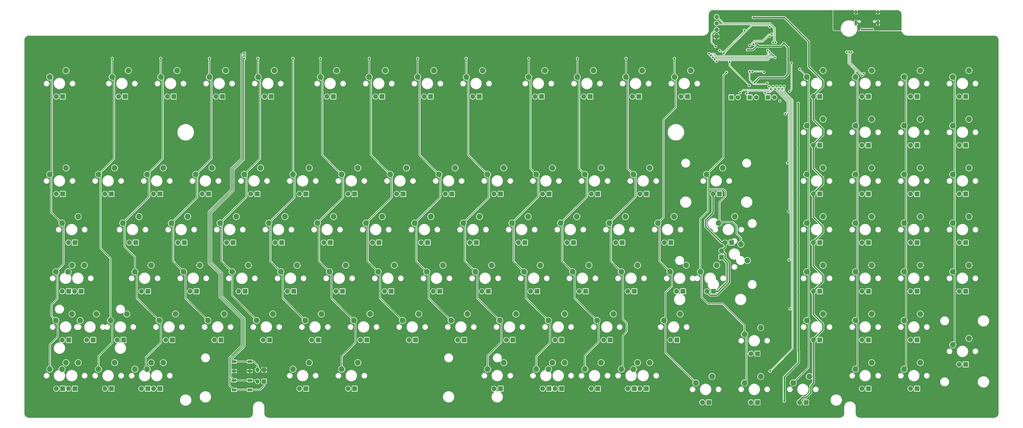
<source format=gbr>
G04 #@! TF.GenerationSoftware,KiCad,Pcbnew,5.1.7*
G04 #@! TF.CreationDate,2020-10-04T23:09:20+02:00*
G04 #@! TF.ProjectId,E80-1800-pcb-universal,4538302d-3138-4303-902d-7063622d756e,rev?*
G04 #@! TF.SameCoordinates,Original*
G04 #@! TF.FileFunction,Copper,L1,Top*
G04 #@! TF.FilePolarity,Positive*
%FSLAX46Y46*%
G04 Gerber Fmt 4.6, Leading zero omitted, Abs format (unit mm)*
G04 Created by KiCad (PCBNEW 5.1.7) date 2020-10-04 23:09:20*
%MOMM*%
%LPD*%
G01*
G04 APERTURE LIST*
G04 #@! TA.AperFunction,ComponentPad*
%ADD10R,1.905000X1.905000*%
G04 #@! TD*
G04 #@! TA.AperFunction,ComponentPad*
%ADD11C,1.905000*%
G04 #@! TD*
G04 #@! TA.AperFunction,ComponentPad*
%ADD12C,2.250000*%
G04 #@! TD*
G04 #@! TA.AperFunction,ComponentPad*
%ADD13R,1.700000X1.700000*%
G04 #@! TD*
G04 #@! TA.AperFunction,ComponentPad*
%ADD14O,1.700000X1.700000*%
G04 #@! TD*
G04 #@! TA.AperFunction,SMDPad,CuDef*
%ADD15R,1.800000X1.100000*%
G04 #@! TD*
G04 #@! TA.AperFunction,ComponentPad*
%ADD16C,1.800000*%
G04 #@! TD*
G04 #@! TA.AperFunction,ComponentPad*
%ADD17R,1.800000X1.800000*%
G04 #@! TD*
G04 #@! TA.AperFunction,ComponentPad*
%ADD18O,1.000000X2.100000*%
G04 #@! TD*
G04 #@! TA.AperFunction,ComponentPad*
%ADD19O,1.000000X1.600000*%
G04 #@! TD*
G04 #@! TA.AperFunction,ViaPad*
%ADD20C,0.800000*%
G04 #@! TD*
G04 #@! TA.AperFunction,Conductor*
%ADD21C,0.600000*%
G04 #@! TD*
G04 #@! TA.AperFunction,Conductor*
%ADD22C,0.200000*%
G04 #@! TD*
G04 #@! TA.AperFunction,Conductor*
%ADD23C,0.300000*%
G04 #@! TD*
G04 #@! TA.AperFunction,Conductor*
%ADD24C,0.100000*%
G04 #@! TD*
G04 APERTURE END LIST*
D10*
X297735890Y-5080000D03*
D11*
X295195890Y-5080000D03*
D12*
X292655890Y2540000D03*
X299005890Y5080000D03*
D13*
X257341390Y18478500D03*
D14*
X257341390Y21018500D03*
X257341390Y23558500D03*
X257341390Y26098500D03*
X77560000Y-116550000D03*
D13*
X80100000Y-116550000D03*
D14*
X77560000Y-112001500D03*
D13*
X80100000Y-112001500D03*
D15*
X68330242Y-116142422D03*
X74530242Y-116142422D03*
X68330242Y-119842422D03*
X74530242Y-119842422D03*
X68330242Y-108759996D03*
X74530242Y-108759996D03*
X68330242Y-112459996D03*
X74530242Y-112459996D03*
D16*
X279955992Y-5357792D03*
D17*
X277415992Y-5357792D03*
D16*
X272811992Y-5357792D03*
D17*
X270271992Y-5357792D03*
D16*
X265667992Y-5357792D03*
D17*
X263127992Y-5357792D03*
D18*
X320525890Y23770000D03*
X311885890Y23770000D03*
D19*
X311885890Y27950000D03*
X320525890Y27950000D03*
D10*
X3651250Y-81280000D03*
D11*
X1111250Y-81280000D03*
D12*
X-1428750Y-73660000D03*
X4921250Y-71120000D03*
D10*
X115570000Y-119380000D03*
D11*
X113030000Y-119380000D03*
D12*
X110490000Y-111760000D03*
X116840000Y-109220000D03*
D10*
X96520100Y-119380120D03*
D11*
X93980100Y-119380120D03*
D12*
X91440100Y-111760120D03*
X97790100Y-109220120D03*
D10*
X225107500Y-119380000D03*
D11*
X222567500Y-119380000D03*
D12*
X220027500Y-111760000D03*
X226377500Y-109220000D03*
D10*
X196532500Y-119380000D03*
D11*
X193992500Y-119380000D03*
D12*
X191452500Y-111760000D03*
X197802500Y-109220000D03*
D10*
X34607500Y-119380000D03*
D11*
X32067500Y-119380000D03*
D12*
X29527500Y-111760000D03*
X35877500Y-109220000D03*
D10*
X6032500Y-119380000D03*
D11*
X3492500Y-119380000D03*
D12*
X952500Y-111760000D03*
X7302500Y-109220000D03*
D10*
X259238750Y-67945000D03*
D11*
X259238750Y-65405000D03*
D12*
X266858750Y-62865000D03*
X269398750Y-69215000D03*
D10*
X354885890Y-109855000D03*
D11*
X352345890Y-109855000D03*
D12*
X349805890Y-102235000D03*
X356155890Y-99695000D03*
D10*
X6032500Y-62230000D03*
D11*
X3492500Y-62230000D03*
D12*
X952500Y-54610000D03*
X7302500Y-52070000D03*
D10*
X8413750Y-81280000D03*
D11*
X5873750Y-81280000D03*
D12*
X3333750Y-73660000D03*
X9683750Y-71120000D03*
D10*
X241776250Y-100330000D03*
D11*
X239236250Y-100330000D03*
D12*
X236696250Y-92710000D03*
X243046250Y-90170000D03*
D10*
X335835890Y-119380000D03*
D11*
X333295890Y-119380000D03*
D12*
X330755890Y-111760000D03*
X337105890Y-109220000D03*
D10*
X316785890Y-119380000D03*
D11*
X314245890Y-119380000D03*
D12*
X311705890Y-111760000D03*
X318055890Y-109220000D03*
D10*
X292378025Y-124737913D03*
D11*
X289838025Y-124737913D03*
D12*
X287298025Y-117117913D03*
X293648025Y-114577913D03*
D10*
X273328025Y-124737913D03*
D11*
X270788025Y-124737913D03*
D12*
X268248025Y-117117913D03*
X274598025Y-114577913D03*
D10*
X254278025Y-124737913D03*
D11*
X251738025Y-124737913D03*
D12*
X249198025Y-117117913D03*
X255548025Y-114577913D03*
D10*
X229870000Y-119380000D03*
D11*
X227330000Y-119380000D03*
D12*
X224790000Y-111760000D03*
X231140000Y-109220000D03*
D10*
X210820000Y-119380000D03*
D11*
X208280000Y-119380000D03*
D12*
X205740000Y-111760000D03*
X212090000Y-109220000D03*
D10*
X191770000Y-119380000D03*
D11*
X189230000Y-119380000D03*
D12*
X186690000Y-111760000D03*
X193040000Y-109220000D03*
D10*
X172720000Y-119380000D03*
D11*
X170180000Y-119380000D03*
D12*
X167640000Y-111760000D03*
X173990000Y-109220000D03*
D10*
X115570000Y-119380000D03*
D11*
X113030000Y-119380000D03*
D12*
X110490000Y-111760000D03*
X116840000Y-109220000D03*
D10*
X39370000Y-119380000D03*
D11*
X36830000Y-119380000D03*
D12*
X34290000Y-111760000D03*
X40640000Y-109220000D03*
D10*
X20320000Y-119380000D03*
D11*
X17780000Y-119380000D03*
D12*
X15240000Y-111760000D03*
X21590000Y-109220000D03*
D10*
X1270000Y-119380000D03*
D11*
X-1270000Y-119380000D03*
D12*
X-3810000Y-111760000D03*
X2540000Y-109220000D03*
D10*
X335835890Y-100330000D03*
D11*
X333295890Y-100330000D03*
D12*
X330755890Y-92710000D03*
X337105890Y-90170000D03*
D10*
X316785890Y-100330000D03*
D11*
X314245890Y-100330000D03*
D12*
X311705890Y-92710000D03*
X318055890Y-90170000D03*
D10*
X297735890Y-100330000D03*
D11*
X295195890Y-100330000D03*
D12*
X292655890Y-92710000D03*
X299005890Y-90170000D03*
D10*
X273328025Y-105687913D03*
D11*
X270788025Y-105687913D03*
D12*
X268248025Y-98067913D03*
X274598025Y-95527913D03*
D10*
X215582500Y-100330000D03*
D11*
X213042500Y-100330000D03*
D12*
X210502500Y-92710000D03*
X216852500Y-90170000D03*
D10*
X196532500Y-100330000D03*
D11*
X193992500Y-100330000D03*
D12*
X191452500Y-92710000D03*
X197802500Y-90170000D03*
D10*
X177482500Y-100330000D03*
D11*
X174942500Y-100330000D03*
D12*
X172402500Y-92710000D03*
X178752500Y-90170000D03*
D10*
X158432500Y-100330000D03*
D11*
X155892500Y-100330000D03*
D12*
X153352500Y-92710000D03*
X159702500Y-90170000D03*
D10*
X139382500Y-100330000D03*
D11*
X136842500Y-100330000D03*
D12*
X134302500Y-92710000D03*
X140652500Y-90170000D03*
D10*
X120332500Y-100330000D03*
D11*
X117792500Y-100330000D03*
D12*
X115252500Y-92710000D03*
X121602500Y-90170000D03*
D10*
X101282500Y-100330000D03*
D11*
X98742500Y-100330000D03*
D12*
X96202500Y-92710000D03*
X102552500Y-90170000D03*
D10*
X82232500Y-100330000D03*
D11*
X79692500Y-100330000D03*
D12*
X77152500Y-92710000D03*
X83502500Y-90170000D03*
D10*
X63182500Y-100330000D03*
D11*
X60642500Y-100330000D03*
D12*
X58102500Y-92710000D03*
X64452500Y-90170000D03*
D10*
X44132500Y-100330000D03*
D11*
X41592500Y-100330000D03*
D12*
X39052500Y-92710000D03*
X45402500Y-90170000D03*
D10*
X25082500Y-100330000D03*
D11*
X22542500Y-100330000D03*
D12*
X20002500Y-92710000D03*
X26352500Y-90170000D03*
D10*
X13176250Y-100330000D03*
D11*
X10636250Y-100330000D03*
D12*
X8096250Y-92710000D03*
X14446250Y-90170000D03*
D10*
X3651250Y-100330000D03*
D11*
X1111250Y-100330000D03*
D12*
X-1428750Y-92710000D03*
X4921250Y-90170000D03*
D10*
X354885890Y-81280000D03*
D11*
X352345890Y-81280000D03*
D12*
X349805890Y-73660000D03*
X356155890Y-71120000D03*
D10*
X335835890Y-81280000D03*
D11*
X333295890Y-81280000D03*
D12*
X330755890Y-73660000D03*
X337105890Y-71120000D03*
D10*
X316785890Y-81280000D03*
D11*
X314245890Y-81280000D03*
D12*
X311705890Y-73660000D03*
X318055890Y-71120000D03*
D10*
X297735890Y-81280000D03*
D11*
X295195890Y-81280000D03*
D12*
X292655890Y-73660000D03*
X299005890Y-71120000D03*
D10*
X256063750Y-81280000D03*
D11*
X253523750Y-81280000D03*
D12*
X250983750Y-73660000D03*
X257333750Y-71120000D03*
D10*
X244157500Y-81280000D03*
D11*
X241617500Y-81280000D03*
D12*
X239077500Y-73660000D03*
X245427500Y-71120000D03*
D10*
X225107500Y-81280000D03*
D11*
X222567500Y-81280000D03*
D12*
X220027500Y-73660000D03*
X226377500Y-71120000D03*
D10*
X206057500Y-81280000D03*
D11*
X203517500Y-81280000D03*
D12*
X200977500Y-73660000D03*
X207327500Y-71120000D03*
D10*
X187007500Y-81280000D03*
D11*
X184467500Y-81280000D03*
D12*
X181927500Y-73660000D03*
X188277500Y-71120000D03*
D10*
X167957500Y-81280000D03*
D11*
X165417500Y-81280000D03*
D12*
X162877500Y-73660000D03*
X169227500Y-71120000D03*
D10*
X148907500Y-81280000D03*
D11*
X146367500Y-81280000D03*
D12*
X143827500Y-73660000D03*
X150177500Y-71120000D03*
D10*
X129857500Y-81280000D03*
D11*
X127317500Y-81280000D03*
D12*
X124777500Y-73660000D03*
X131127500Y-71120000D03*
D10*
X110807500Y-81280000D03*
D11*
X108267500Y-81280000D03*
D12*
X105727500Y-73660000D03*
X112077500Y-71120000D03*
D10*
X91757500Y-81280000D03*
D11*
X89217500Y-81280000D03*
D12*
X86677500Y-73660000D03*
X93027500Y-71120000D03*
D10*
X72707500Y-81280000D03*
D11*
X70167500Y-81280000D03*
D12*
X67627500Y-73660000D03*
X73977500Y-71120000D03*
D10*
X53657500Y-81280000D03*
D11*
X51117500Y-81280000D03*
D12*
X48577500Y-73660000D03*
X54927500Y-71120000D03*
D10*
X34607500Y-81280000D03*
D11*
X32067500Y-81280000D03*
D12*
X29527500Y-73660000D03*
X35877500Y-71120000D03*
D10*
X354885890Y-62230000D03*
D11*
X352345890Y-62230000D03*
D12*
X349805890Y-54610000D03*
X356155890Y-52070000D03*
D10*
X335835890Y-62230000D03*
D11*
X333295890Y-62230000D03*
D12*
X330755890Y-54610000D03*
X337105890Y-52070000D03*
D10*
X316785890Y-62230000D03*
D11*
X314245890Y-62230000D03*
D12*
X311705890Y-54610000D03*
X318055890Y-52070000D03*
D10*
X297735890Y-62230000D03*
D11*
X295195890Y-62230000D03*
D12*
X292655890Y-54610000D03*
X299005890Y-52070000D03*
D10*
X263207500Y-62230000D03*
D11*
X260667500Y-62230000D03*
D12*
X258127500Y-54610000D03*
X264477500Y-52070000D03*
D10*
X239395000Y-62230000D03*
D11*
X236855000Y-62230000D03*
D12*
X234315000Y-54610000D03*
X240665000Y-52070000D03*
D10*
X220345000Y-62230000D03*
D11*
X217805000Y-62230000D03*
D12*
X215265000Y-54610000D03*
X221615000Y-52070000D03*
D10*
X201295000Y-62230000D03*
D11*
X198755000Y-62230000D03*
D12*
X196215000Y-54610000D03*
X202565000Y-52070000D03*
D10*
X182245000Y-62230000D03*
D11*
X179705000Y-62230000D03*
D12*
X177165000Y-54610000D03*
X183515000Y-52070000D03*
D10*
X163195000Y-62230000D03*
D11*
X160655000Y-62230000D03*
D12*
X158115000Y-54610000D03*
X164465000Y-52070000D03*
D10*
X144145000Y-62230000D03*
D11*
X141605000Y-62230000D03*
D12*
X139065000Y-54610000D03*
X145415000Y-52070000D03*
D10*
X125095000Y-62230000D03*
D11*
X122555000Y-62230000D03*
D12*
X120015000Y-54610000D03*
X126365000Y-52070000D03*
D10*
X106045000Y-62230000D03*
D11*
X103505000Y-62230000D03*
D12*
X100965000Y-54610000D03*
X107315000Y-52070000D03*
D10*
X86995000Y-62230000D03*
D11*
X84455000Y-62230000D03*
D12*
X81915000Y-54610000D03*
X88265000Y-52070000D03*
D10*
X67945000Y-62230000D03*
D11*
X65405000Y-62230000D03*
D12*
X62865000Y-54610000D03*
X69215000Y-52070000D03*
D10*
X48895000Y-62230000D03*
D11*
X46355000Y-62230000D03*
D12*
X43815000Y-54610000D03*
X50165000Y-52070000D03*
D10*
X29845000Y-62230000D03*
D11*
X27305000Y-62230000D03*
D12*
X24765000Y-54610000D03*
X31115000Y-52070000D03*
D10*
X354885890Y-43180000D03*
D11*
X352345890Y-43180000D03*
D12*
X349805890Y-35560000D03*
X356155890Y-33020000D03*
D10*
X335835890Y-43180000D03*
D11*
X333295890Y-43180000D03*
D12*
X330755890Y-35560000D03*
X337105890Y-33020000D03*
D10*
X316785890Y-43180000D03*
D11*
X314245890Y-43180000D03*
D12*
X311705890Y-35560000D03*
X318055890Y-33020000D03*
D10*
X297735890Y-43180000D03*
D11*
X295195890Y-43180000D03*
D12*
X292655890Y-35560000D03*
X299005890Y-33020000D03*
D10*
X258445000Y-43180000D03*
D11*
X255905000Y-43180000D03*
D12*
X253365000Y-35560000D03*
X259715000Y-33020000D03*
D10*
X229870000Y-43180000D03*
D11*
X227330000Y-43180000D03*
D12*
X224790000Y-35560000D03*
X231140000Y-33020000D03*
D10*
X210820000Y-43180000D03*
D11*
X208280000Y-43180000D03*
D12*
X205740000Y-35560000D03*
X212090000Y-33020000D03*
D10*
X191770000Y-43180000D03*
D11*
X189230000Y-43180000D03*
D12*
X186690000Y-35560000D03*
X193040000Y-33020000D03*
D10*
X172720000Y-43180000D03*
D11*
X170180000Y-43180000D03*
D12*
X167640000Y-35560000D03*
X173990000Y-33020000D03*
D10*
X153670000Y-43180000D03*
D11*
X151130000Y-43180000D03*
D12*
X148590000Y-35560000D03*
X154940000Y-33020000D03*
D10*
X134620000Y-43180000D03*
D11*
X132080000Y-43180000D03*
D12*
X129540000Y-35560000D03*
X135890000Y-33020000D03*
D10*
X115570000Y-43180000D03*
D11*
X113030000Y-43180000D03*
D12*
X110490000Y-35560000D03*
X116840000Y-33020000D03*
D10*
X96520000Y-43180000D03*
D11*
X93980000Y-43180000D03*
D12*
X91440000Y-35560000D03*
X97790000Y-33020000D03*
D10*
X77470000Y-43180000D03*
D11*
X74930000Y-43180000D03*
D12*
X72390000Y-35560000D03*
X78740000Y-33020000D03*
D10*
X58420000Y-43180000D03*
D11*
X55880000Y-43180000D03*
D12*
X53340000Y-35560000D03*
X59690000Y-33020000D03*
D10*
X39370000Y-43180000D03*
D11*
X36830000Y-43180000D03*
D12*
X34290000Y-35560000D03*
X40640000Y-33020000D03*
D10*
X20320000Y-43180000D03*
D11*
X17780000Y-43180000D03*
D12*
X15240000Y-35560000D03*
X21590000Y-33020000D03*
D10*
X1270000Y-43180000D03*
D11*
X-1270000Y-43180000D03*
D12*
X-3810000Y-35560000D03*
X2540000Y-33020000D03*
D10*
X354885890Y-24130000D03*
D11*
X352345890Y-24130000D03*
D12*
X349805890Y-16510000D03*
X356155890Y-13970000D03*
D10*
X335835890Y-24130000D03*
D11*
X333295890Y-24130000D03*
D12*
X330755890Y-16510000D03*
X337105890Y-13970000D03*
D10*
X316785890Y-24130000D03*
D11*
X314245890Y-24130000D03*
D12*
X311705890Y-16510000D03*
X318055890Y-13970000D03*
D10*
X297735890Y-24130000D03*
D11*
X295195890Y-24130000D03*
D12*
X292655890Y-16510000D03*
X299005890Y-13970000D03*
D10*
X354885890Y-5080000D03*
D11*
X352345890Y-5080000D03*
D12*
X349805890Y2540000D03*
X356155890Y5080000D03*
D10*
X335835890Y-5080000D03*
D11*
X333295890Y-5080000D03*
D12*
X330755890Y2540000D03*
X337105890Y5080000D03*
D10*
X316785890Y-5080000D03*
D11*
X314245890Y-5080000D03*
D12*
X311705890Y2540000D03*
X318055890Y5080000D03*
D10*
X245943595Y-5080000D03*
D11*
X243403595Y-5080000D03*
D12*
X240863595Y2540000D03*
X247213595Y5080000D03*
D10*
X226893595Y-5080000D03*
D11*
X224353595Y-5080000D03*
D12*
X221813595Y2540000D03*
X228163595Y5080000D03*
D10*
X207843595Y-5080000D03*
D11*
X205303595Y-5080000D03*
D12*
X202763595Y2540000D03*
X209113595Y5080000D03*
D10*
X188793595Y-5080000D03*
D11*
X186253595Y-5080000D03*
D12*
X183713595Y2540000D03*
X190063595Y5080000D03*
D10*
X164385714Y-5080000D03*
D11*
X161845714Y-5080000D03*
D12*
X159305714Y2540000D03*
X165655714Y5080000D03*
D10*
X145335714Y-5080000D03*
D11*
X142795714Y-5080000D03*
D12*
X140255714Y2540000D03*
X146605714Y5080000D03*
D10*
X126285714Y-5080000D03*
D11*
X123745714Y-5080000D03*
D12*
X121205714Y2540000D03*
X127555714Y5080000D03*
D10*
X107235714Y-5080000D03*
D11*
X104695714Y-5080000D03*
D12*
X102155714Y2540000D03*
X108505714Y5080000D03*
D10*
X82827833Y-5080000D03*
D11*
X80287833Y-5080000D03*
D12*
X77747833Y2540000D03*
X84097833Y5080000D03*
D10*
X63777833Y-5080000D03*
D11*
X61237833Y-5080000D03*
D12*
X58697833Y2540000D03*
X65047833Y5080000D03*
D10*
X44727833Y-5080000D03*
D11*
X42187833Y-5080000D03*
D12*
X39647833Y2540000D03*
X45997833Y5080000D03*
D10*
X25677833Y-5080000D03*
D11*
X23137833Y-5080000D03*
D12*
X20597833Y2540000D03*
X26947833Y5080000D03*
D10*
X1270000Y-5080000D03*
D11*
X-1270000Y-5080000D03*
D12*
X-3810000Y2540000D03*
X2540000Y5080000D03*
D20*
X322301890Y18288000D03*
X324391390Y18288000D03*
X314808890Y16002000D03*
X317602890Y16002000D03*
X291567890Y8636000D03*
X290297890Y11303000D03*
X311633890Y8636000D03*
X301600890Y8636000D03*
X296584390Y8636000D03*
X306617390Y8636000D03*
X300267390Y11303000D03*
X295282640Y11303000D03*
X305252140Y11303000D03*
X312649890Y13589000D03*
X314046890Y11049000D03*
X316586890Y13589000D03*
X246482890Y-82931000D03*
X239497890Y-82804000D03*
X257785890Y-76073000D03*
X259182890Y-78232000D03*
X167107890Y-119634000D03*
X175108890Y-121158000D03*
X273304000Y17717008D03*
X271716500Y24511508D03*
X274341390Y24498500D03*
X271716500Y21844508D03*
X274341390Y21844508D03*
X-11000000Y18000000D03*
X-13000000Y16000000D03*
X252000000Y18000000D03*
X255000000Y21000000D03*
X255000000Y26000000D03*
X257000000Y28000000D03*
X302000000Y28000000D03*
X329000000Y19600000D03*
X332000000Y18000000D03*
X365000000Y18000000D03*
X367000000Y16000000D03*
X367000000Y-128000000D03*
X365000000Y-130000000D03*
X-11000000Y-130000000D03*
X-13000000Y-128000000D03*
X302000000Y21770000D03*
X304000000Y19500000D03*
X314561992Y-130000000D03*
X304561992Y-130000000D03*
X312561992Y-128000000D03*
X306561992Y-128000000D03*
X82985992Y-130000000D03*
X80985992Y-128000000D03*
X72985992Y-130000000D03*
X74985992Y-128000000D03*
X9996498Y-130000000D03*
X30992996Y-130000000D03*
X51989494Y-130000000D03*
X105143592Y-130000000D03*
X127301192Y-130000000D03*
X149458792Y-130000000D03*
X171616392Y-130000000D03*
X193773992Y-130000000D03*
X215931592Y-130000000D03*
X238089192Y-130000000D03*
X260246792Y-130000000D03*
X282404392Y-130000000D03*
X348187330Y-130000000D03*
X331374661Y-130000000D03*
X366985992Y-110000000D03*
X366985992Y-92000000D03*
X366985992Y-56000000D03*
X366985992Y-38000000D03*
X366985992Y-20000000D03*
X366985992Y-2000000D03*
X366985992Y-74000000D03*
X-13014008Y-112000000D03*
X-13014008Y-96000000D03*
X-13014008Y-80000000D03*
X-13014008Y-64000000D03*
X-13014008Y-48000000D03*
X-13014008Y-32000000D03*
X-13014008Y-16000000D03*
X-13014008Y0D03*
X348500000Y18000000D03*
X7785714Y18000000D03*
X26571428Y18000000D03*
X45357142Y18000000D03*
X64142856Y18000000D03*
X82928570Y18000000D03*
X101714284Y18000000D03*
X120499998Y18000000D03*
X139285712Y18000000D03*
X158071426Y18000000D03*
X176857140Y18000000D03*
X195642854Y18000000D03*
X214428568Y18000000D03*
X233214282Y18000000D03*
X287000000Y28000000D03*
X271741390Y28000000D03*
X265374492Y14033500D03*
X258015992Y14790000D03*
X27085992Y-102000000D03*
X296585992Y6000000D03*
X290185992Y-2900000D03*
X291585992Y-4200000D03*
X291585992Y-2900000D03*
X276991390Y24448500D03*
X277041390Y21848500D03*
X286868000Y-5081992D03*
X258495992Y12950000D03*
X271708890Y25861000D03*
X268254676Y20885214D03*
X269437727Y13215735D03*
X272296000Y571500D03*
X256905771Y14518279D03*
X72397992Y11860929D03*
X283675038Y15777109D03*
X273275992Y15140000D03*
X284842199Y3243809D03*
X72397992Y9843008D03*
X282074992Y-6794500D03*
X262439889Y8431897D03*
X72397992Y10851969D03*
X270115992Y-710000D03*
X278123729Y22286989D03*
X260185992Y11837990D03*
X277999037Y18510439D03*
X271764734Y15391886D03*
X270313626Y14845134D03*
X278947510Y19304000D03*
X20637500Y9843008D03*
X39647833Y9843008D03*
X58697833Y9843008D03*
X77724000Y9843008D03*
X102171500Y9843008D03*
X121285000Y9843008D03*
X140271500Y9843008D03*
X159258000Y9843008D03*
X254341492Y11717446D03*
X277366409Y13019599D03*
X183769000Y9843008D03*
X255066165Y11024292D03*
X278066816Y12319210D03*
X202819000Y9843008D03*
X255790838Y10248584D03*
X278767200Y11618800D03*
X221869000Y9843008D03*
X256515511Y9472876D03*
X279467602Y10918406D03*
X257240184Y8697168D03*
X280168000Y10218008D03*
X240792000Y9843008D03*
X289868000Y5588508D03*
X308229000Y12319508D03*
X309219503Y12319508D03*
X314261500Y3112008D03*
X310210006Y12319508D03*
X315013545Y3929518D03*
X91440000Y9843008D03*
X275855992Y4390000D03*
X261199814Y4373824D03*
X271286980Y4700000D03*
X289281890Y-7747000D03*
X289281890Y-24130000D03*
X289281890Y-43180000D03*
X289281890Y-62230000D03*
X289281890Y-81280000D03*
X289408890Y-104992489D03*
X283820890Y-124206000D03*
X286639000Y8065008D03*
X285965990Y-3020000D03*
X277114000Y191008D03*
X270286982Y4711924D03*
X284226000Y-11873992D03*
X280201958Y-2094992D03*
X285176979Y-31004000D03*
X280892468Y-1078992D03*
X285567490Y-50054000D03*
X281620972Y-2094992D03*
X285623000Y-69023992D03*
X282336984Y-1078992D03*
X286050992Y-88154000D03*
X283039986Y-2094992D03*
X278303992Y-112538000D03*
X283781500Y-1078992D03*
X280488782Y16111696D03*
X318288690Y21183600D03*
X314072290Y21183600D03*
X312853090Y21183600D03*
X322301890Y23114000D03*
X304000000Y21770000D03*
X304000000Y28000000D03*
X327000000Y28000000D03*
X329000000Y26000000D03*
X329000000Y21590000D03*
X324391390Y23098500D03*
X277876000Y-1142492D03*
X266515992Y-3610000D03*
X278574500Y-2094992D03*
X269025992Y-3960000D03*
X279400000Y-1142492D03*
X276285992Y-3614265D03*
X279431100Y16124841D03*
D21*
X253079250Y-53340000D02*
X255905000Y-50514250D01*
X253079250Y-56042737D02*
X253079250Y-53340000D01*
X255905000Y-50514250D02*
X255905000Y-43180000D01*
X260667500Y-62230000D02*
X259266513Y-62230000D01*
X259266513Y-62230000D02*
X253079250Y-56042737D01*
X260667500Y-63976250D02*
X260667500Y-62230000D01*
X259238750Y-65405000D02*
X260667500Y-63976250D01*
X295195890Y-23882098D02*
X295195890Y-24130000D01*
X298950291Y-20127697D02*
X295195890Y-23882098D01*
X298950291Y-17857487D02*
X298950291Y-20127697D01*
X295195890Y-14103086D02*
X298950291Y-17857487D01*
X295195890Y-5080000D02*
X295195890Y-14103086D01*
X298950291Y-39292513D02*
X295195890Y-43046914D01*
X298950291Y-36907487D02*
X298950291Y-39292513D01*
X295195890Y-43046914D02*
X295195890Y-43180000D01*
X295195890Y-33153086D02*
X298950291Y-36907487D01*
X295195890Y-24130000D02*
X295195890Y-33153086D01*
X298950291Y-58227697D02*
X295195890Y-61982098D01*
X295195890Y-61982098D02*
X295195890Y-62230000D01*
X295195890Y-52203086D02*
X298950291Y-55957487D01*
X298950291Y-55957487D02*
X298950291Y-58227697D01*
X295195890Y-43180000D02*
X295195890Y-52203086D01*
X295195890Y-81146914D02*
X295195890Y-81280000D01*
X298950291Y-77392513D02*
X295195890Y-81146914D01*
X298950291Y-75007487D02*
X298950291Y-77392513D01*
X295195890Y-71253086D02*
X298950291Y-75007487D01*
X295195890Y-62230000D02*
X295195890Y-71253086D01*
X262230887Y-69819189D02*
X262230887Y-69849997D01*
X260681751Y-68270053D02*
X262230887Y-69819189D01*
X254799848Y-82804000D02*
X253523750Y-81527902D01*
X259238750Y-65405000D02*
X259486652Y-65405000D01*
X260681751Y-66600099D02*
X260681751Y-68270053D01*
X262230890Y-69850000D02*
X262230890Y-77952951D01*
X259486652Y-65405000D02*
X260681751Y-66600099D01*
X262230887Y-69849997D02*
X262230890Y-69850000D01*
X262230890Y-77952951D02*
X257379841Y-82804000D01*
X253523750Y-81527902D02*
X253523750Y-81280000D01*
X257379841Y-82804000D02*
X254799848Y-82804000D01*
X295195890Y-90303086D02*
X298950291Y-94057487D01*
X298950291Y-94057487D02*
X298950291Y-96327697D01*
X295195890Y-81280000D02*
X295195890Y-90303086D01*
X298950291Y-96327697D02*
X295195890Y-100082098D01*
X295195890Y-100082098D02*
X295195890Y-100330000D01*
X283924992Y25861000D02*
X271708890Y25861000D01*
X293435992Y16350000D02*
X283924992Y25861000D01*
X295195890Y-5080000D02*
X295195890Y-4832098D01*
X298950291Y-1077697D02*
X298950291Y1087717D01*
X298950291Y1087717D02*
X293435992Y6602016D01*
X295195890Y-4832098D02*
X298950291Y-1077697D01*
X293435992Y6602016D02*
X293435992Y16350000D01*
D22*
X258917492Y12528500D02*
X260321390Y12528500D01*
X258495992Y12950000D02*
X258917492Y12528500D01*
X260321390Y12528500D02*
X268254676Y20461786D01*
X268254676Y20461786D02*
X268254676Y20885214D01*
D21*
X289838025Y-123911967D02*
X289838025Y-124737913D01*
X290968000Y-122781992D02*
X289838025Y-123911967D01*
X292368000Y-122781992D02*
X290968000Y-122781992D01*
X294168000Y-120981992D02*
X292368000Y-122781992D01*
X294168000Y-118261994D02*
X294168000Y-120981992D01*
X295263526Y-117166468D02*
X294168000Y-118261994D01*
X295263526Y-100397636D02*
X295263526Y-117166468D01*
X295195890Y-100330000D02*
X295263526Y-100397636D01*
X285281390Y14170757D02*
X283675038Y15777109D01*
X285281390Y3683000D02*
X285281390Y14170757D01*
X273795992Y14620000D02*
X273275992Y15140000D01*
X283675038Y15777109D02*
X282517929Y14620000D01*
X282517929Y14620000D02*
X273795992Y14620000D01*
X274024500Y2300000D02*
X272296000Y571500D01*
X283898390Y2300000D02*
X274024500Y2300000D01*
D23*
X68330242Y-119842422D02*
X74530242Y-119842422D01*
X58381981Y-50279323D02*
X58381981Y-70243676D01*
X62636481Y-83451676D02*
X71381992Y-92197186D01*
X71381992Y-92197186D02*
X71381992Y-102435128D01*
X72397992Y11860929D02*
X71832307Y11860929D01*
X66509489Y-107307630D02*
X66509489Y-118021669D01*
X62636481Y-74498176D02*
X62636481Y-83451676D01*
X71832307Y11860929D02*
X71162970Y11191592D01*
X71162970Y11191592D02*
X71162970Y-29349650D01*
X66509489Y-118021669D02*
X68330242Y-119842422D01*
X67190992Y-41470314D02*
X58381981Y-50279323D01*
X58381981Y-70243676D02*
X62636481Y-74498176D01*
X71381992Y-102435128D02*
X66509489Y-107307630D01*
X67190992Y-33321628D02*
X67190992Y-41470314D01*
X71162970Y-29349650D02*
X67190992Y-33321628D01*
D21*
X273275992Y14996000D02*
X273275992Y15140000D01*
X271495727Y13215735D02*
X273275992Y14996000D01*
X269437727Y13215735D02*
X271495727Y13215735D01*
D23*
X74530242Y-119842422D02*
X78550468Y-119842422D01*
X78550468Y-119842422D02*
X80100000Y-118292890D01*
X80100000Y-118292890D02*
X80100000Y-116550000D01*
D21*
X284842199Y3243809D02*
X283898390Y2300000D01*
X285281390Y3683000D02*
X284842199Y3243809D01*
D22*
X256861390Y21018500D02*
X257341390Y21018500D01*
X255341390Y19498500D02*
X256861390Y21018500D01*
X255341390Y16082660D02*
X255341390Y19498500D01*
X256905771Y14518279D02*
X255341390Y16082660D01*
D23*
X68330242Y-108759996D02*
X74530242Y-108759996D01*
X76099886Y-108759996D02*
X74530242Y-108759996D01*
X77560000Y-110220110D02*
X76099886Y-108759996D01*
X77560000Y-111900000D02*
X77560000Y-110220110D01*
X67600000Y-108712000D02*
X68482246Y-108712000D01*
X67600000Y-107604492D02*
X67600000Y-108712000D01*
X72380503Y-91808324D02*
X72380503Y-102823989D01*
X63617503Y-83045324D02*
X72380503Y-91808324D01*
X63617503Y-74091824D02*
X63617503Y-83045324D01*
X59363003Y-69837324D02*
X63617503Y-74091824D01*
X68189503Y-33710489D02*
X68189503Y-41859176D01*
X72143992Y-29756000D02*
X68189503Y-33710489D01*
X68482246Y-108712000D02*
X68530242Y-108759996D01*
X72397992Y9843008D02*
X72143992Y9589008D01*
X59363003Y-50685675D02*
X59363003Y-69837324D01*
X68189503Y-41859176D02*
X59363003Y-50685675D01*
X72380503Y-102823989D02*
X67600000Y-107604492D01*
X72143992Y9589008D02*
X72143992Y-29756000D01*
D22*
X262362786Y8509000D02*
X262326492Y8509000D01*
X262439889Y8431897D02*
X262362786Y8509000D01*
X262439889Y6966103D02*
X270115992Y-710000D01*
X262439889Y8431897D02*
X262439889Y6966103D01*
D23*
X68330242Y-116142422D02*
X74530242Y-116142422D01*
X67000000Y-114612180D02*
X68530242Y-116142422D01*
X72385984Y10870508D02*
X72125025Y10870508D01*
X67000000Y-107510806D02*
X67000000Y-114612180D01*
X72125025Y10870508D02*
X71653481Y10398964D01*
X71653481Y10398964D02*
X71653481Y-29552825D01*
X71653481Y-29552825D02*
X67698992Y-33507313D01*
X67698992Y-33507313D02*
X67698992Y-41656000D01*
X71889992Y-102620814D02*
X67000000Y-107510806D01*
X67698992Y-41656000D02*
X58872492Y-50482499D01*
X63126992Y-83248500D02*
X71889992Y-92011500D01*
X58872492Y-50482499D02*
X58872492Y-70040500D01*
X58872492Y-70040500D02*
X63126992Y-74295000D01*
X71889992Y-92011500D02*
X71889992Y-102620814D01*
X63126992Y-74295000D02*
X63126992Y-83248500D01*
X74530242Y-116142422D02*
X77152422Y-116142422D01*
X77152422Y-116142422D02*
X77560000Y-116550000D01*
D22*
X271148002Y22800000D02*
X260185992Y11837990D01*
X277610718Y22800000D02*
X271148002Y22800000D01*
X278123729Y22286989D02*
X277610718Y22800000D01*
X272393000Y16447008D02*
X271764734Y15818742D01*
X277999037Y18510439D02*
X277536431Y18510439D01*
X271764734Y15818742D02*
X271764734Y15391886D01*
X275473000Y16447008D02*
X272393000Y16447008D01*
X277536431Y18510439D02*
X275473000Y16447008D01*
X272231246Y16837519D02*
X275311247Y16837519D01*
X275311247Y16837519D02*
X277777728Y19304000D01*
X277777728Y19304000D02*
X278947510Y19304000D01*
X270313626Y14919899D02*
X272231246Y16837519D01*
X270313626Y14845134D02*
X270313626Y14919899D01*
D23*
X-3810000Y-102155890D02*
X-3810000Y-111760000D01*
X-714110Y-99060000D02*
X-3810000Y-102155890D01*
X-1428750Y-92710000D02*
X-714110Y-93424640D01*
X-714110Y-93424640D02*
X-714110Y-99060000D01*
X-762000Y-92710000D02*
X-1428750Y-92710000D01*
X3333750Y-73660000D02*
X4111890Y-74438140D01*
X-3810000Y-35560000D02*
X-3302000Y-36068000D01*
X-3302000Y-50355500D02*
X952500Y-54610000D01*
X-3302000Y-36068000D02*
X-3302000Y-50355500D01*
X-3810000Y2540000D02*
X-3048000Y1778000D01*
X-3048000Y-34798000D02*
X-3810000Y-35560000D01*
X-3048000Y1778000D02*
X-3048000Y-34798000D01*
X1524000Y-70707250D02*
X-1428750Y-73660000D01*
X952500Y-54610000D02*
X1524000Y-55181500D01*
X1524000Y-55181500D02*
X1524000Y-70707250D01*
X-3206750Y-90932000D02*
X-1428750Y-92710000D01*
X-3206750Y-86614000D02*
X-3206750Y-90932000D01*
X-920750Y-84328000D02*
X-3206750Y-86614000D01*
X-1428750Y-73660000D02*
X-920750Y-74168000D01*
X-920750Y-74168000D02*
X-920750Y-84328000D01*
X20597833Y2540000D02*
X20597833Y9803341D01*
D22*
X20597833Y9823175D02*
X20637500Y9862842D01*
D23*
X16002000Y-36322000D02*
X15240000Y-35560000D01*
X16002000Y-64416008D02*
X16002000Y-36322000D01*
X20002500Y-92710000D02*
X20002500Y-68416508D01*
X20002500Y-68416508D02*
X16002000Y-64416008D01*
X20621890Y-93329390D02*
X20002500Y-92710000D01*
X20621890Y-101364102D02*
X20621890Y-93329390D01*
X15240000Y-111760000D02*
X15240000Y-106745992D01*
X15240000Y-106745992D02*
X20621890Y-101364102D01*
X21336000Y1801833D02*
X20597833Y2540000D01*
X21336000Y-29464000D02*
X21336000Y1801833D01*
X15240000Y-35560000D02*
X21336000Y-29464000D01*
X30273890Y-83931390D02*
X39052500Y-92710000D01*
X29527500Y-73660000D02*
X30273890Y-74406390D01*
X30273890Y-74406390D02*
X30273890Y-83931390D01*
X25400000Y-63754000D02*
X29527500Y-67881500D01*
X29527500Y-67881500D02*
X29527500Y-73660000D01*
X24765000Y-54610000D02*
X25400000Y-55245000D01*
X25400000Y-55245000D02*
X25400000Y-63754000D01*
X39647833Y2540000D02*
X40386000Y1801833D01*
X40386000Y-29464000D02*
X34290000Y-35560000D01*
X40386000Y1801833D02*
X40386000Y-29464000D01*
X39647833Y2540000D02*
X39647833Y9565175D01*
X35052000Y-44323000D02*
X24765000Y-54610000D01*
X34290000Y-35560000D02*
X35052000Y-36322000D01*
X35052000Y-36322000D02*
X35052000Y-44323000D01*
X33829890Y-107156102D02*
X33829890Y-111299890D01*
X39671890Y-101314102D02*
X33829890Y-107156102D01*
X33829890Y-111299890D02*
X34290000Y-111760000D01*
X39052500Y-92710000D02*
X39671890Y-93329390D01*
X39671890Y-93329390D02*
X39671890Y-101314102D01*
X49323890Y-83931390D02*
X58102500Y-92710000D01*
X48577500Y-73660000D02*
X49323890Y-74406390D01*
X49323890Y-74406390D02*
X49323890Y-83931390D01*
X44450000Y-69532500D02*
X48577500Y-73660000D01*
X43815000Y-54610000D02*
X44450000Y-55245000D01*
X44450000Y-55245000D02*
X44450000Y-69532500D01*
X59436000Y-29464000D02*
X53340000Y-35560000D01*
X58697833Y2540000D02*
X59436000Y1801833D01*
X59436000Y1801833D02*
X59436000Y-29464000D01*
X58697833Y2540000D02*
X58697833Y9565145D01*
X53848000Y-36068000D02*
X53848000Y-44577000D01*
X53848000Y-44577000D02*
X43815000Y-54610000D01*
X53340000Y-35560000D02*
X53848000Y-36068000D01*
X63500000Y-69532500D02*
X67627500Y-73660000D01*
X62865000Y-54610000D02*
X63500000Y-55245000D01*
X63500000Y-55245000D02*
X63500000Y-69532500D01*
X77724000Y2563833D02*
X77724000Y9589008D01*
D22*
X77747833Y2540000D02*
X77724000Y2563833D01*
D23*
X72390000Y-35560000D02*
X78486000Y-29464000D01*
X78486000Y1801833D02*
X77747833Y2540000D01*
X77152500Y-92516322D02*
X77152500Y-92710000D01*
X67627500Y-82991322D02*
X77152500Y-92516322D01*
X67627500Y-73660000D02*
X67627500Y-82991322D01*
X78486000Y-29464000D02*
X78486000Y1801833D01*
X73152000Y-36322000D02*
X72390000Y-35560000D01*
X73152000Y-44323000D02*
X73152000Y-36322000D01*
X62865000Y-54610000D02*
X73152000Y-44323000D01*
X110489880Y-111760120D02*
X110490000Y-111760000D01*
X106473890Y-83931390D02*
X115252500Y-92710000D01*
X105727500Y-73660000D02*
X106473890Y-74406390D01*
X106473890Y-74406390D02*
X106473890Y-83931390D01*
X110998000Y-44577000D02*
X100965000Y-54610000D01*
X110490000Y-35560000D02*
X110998000Y-36068000D01*
X110998000Y-36068000D02*
X110998000Y-44577000D01*
X101600000Y-69532500D02*
X105727500Y-73660000D01*
X100965000Y-54610000D02*
X101600000Y-55245000D01*
X101600000Y-55245000D02*
X101600000Y-69532500D01*
X102870000Y-27940000D02*
X110490000Y-35560000D01*
X102155714Y2540000D02*
X102870000Y1825714D01*
X102870000Y1825714D02*
X102870000Y-27940000D01*
X102171500Y2555786D02*
X102171500Y9843008D01*
D22*
X102155714Y2540000D02*
X102171500Y2555786D01*
D23*
X115252500Y-92710000D02*
X115871890Y-93329390D01*
X115871890Y-93329390D02*
X115871890Y-101314102D01*
X115871890Y-101314102D02*
X110490000Y-106695992D01*
X110490000Y-106695992D02*
X110490000Y-111760000D01*
X130048000Y-44577000D02*
X120015000Y-54610000D01*
X129540000Y-35560000D02*
X130048000Y-36068000D01*
X130048000Y-36068000D02*
X130048000Y-44577000D01*
X121920000Y-27940000D02*
X129540000Y-35560000D01*
X121205714Y2540000D02*
X121920000Y1825714D01*
X121920000Y1825714D02*
X121920000Y-27940000D01*
X120650000Y-69532500D02*
X124777500Y-73660000D01*
X120015000Y-54610000D02*
X120650000Y-55245000D01*
X120650000Y-55245000D02*
X120650000Y-69532500D01*
X121285000Y2619286D02*
X121285000Y9843008D01*
D22*
X121205714Y2540000D02*
X121285000Y2619286D01*
D23*
X124777500Y-73660000D02*
X125523890Y-74406390D01*
X125523890Y-83931390D02*
X134302500Y-92710000D01*
X125523890Y-74406390D02*
X125523890Y-83931390D01*
X148590000Y-35560000D02*
X149098000Y-36068000D01*
X149098000Y-44577000D02*
X139065000Y-54610000D01*
X149098000Y-36068000D02*
X149098000Y-44577000D01*
X140970000Y-27940000D02*
X148590000Y-35560000D01*
X140255714Y2540000D02*
X140970000Y1825714D01*
X140970000Y1825714D02*
X140970000Y-27940000D01*
X139700000Y-69532500D02*
X143827500Y-73660000D01*
X139065000Y-54610000D02*
X139700000Y-55245000D01*
X139700000Y-55245000D02*
X139700000Y-69532500D01*
D22*
X140255714Y2540000D02*
X140271500Y2555786D01*
D23*
X140271500Y2555786D02*
X140271500Y9843008D01*
X143827500Y-73660000D02*
X144573890Y-74406390D01*
X144573890Y-83931390D02*
X153352500Y-92710000D01*
X144573890Y-74406390D02*
X144573890Y-83931390D01*
X173021890Y-101139350D02*
X167640000Y-106521240D01*
X172402500Y-92710000D02*
X173021890Y-93329390D01*
X167640000Y-106521240D02*
X167640000Y-111760000D01*
X173021890Y-93329390D02*
X173021890Y-101139350D01*
X163623890Y-83931390D02*
X172402500Y-92710000D01*
X162877500Y-73660000D02*
X163623890Y-74406390D01*
X163623890Y-74406390D02*
X163623890Y-83931390D01*
X167640000Y-35560000D02*
X168148000Y-36068000D01*
X168148000Y-44577000D02*
X158115000Y-54610000D01*
X168148000Y-36068000D02*
X168148000Y-44577000D01*
X160020000Y-27940000D02*
X167640000Y-35560000D01*
X159305714Y2540000D02*
X160020000Y1825714D01*
X160020000Y1825714D02*
X160020000Y-27940000D01*
X158115000Y-54610000D02*
X158750000Y-55245000D01*
X158750000Y-69532500D02*
X162877500Y-73660000D01*
X158750000Y-55245000D02*
X158750000Y-69532500D01*
D22*
X159258000Y9843008D02*
X159305714Y9795294D01*
D23*
X159258000Y2587714D02*
X159305714Y2540000D01*
X159305714Y9795294D02*
X159258000Y9747580D01*
X159258000Y9747580D02*
X159258000Y2587714D01*
D22*
X277366409Y11326417D02*
X277366409Y13019599D01*
X276728000Y10688008D02*
X277366409Y11326417D01*
X257388000Y10688008D02*
X276728000Y10688008D01*
X254341492Y11717446D02*
X256358562Y11717446D01*
X256358562Y11717446D02*
X257388000Y10688008D01*
D23*
X182673890Y-83931390D02*
X191452500Y-92710000D01*
X181927500Y-73660000D02*
X182673890Y-74406390D01*
X182673890Y-74406390D02*
X182673890Y-83931390D01*
X187452000Y-44323000D02*
X177165000Y-54610000D01*
X186690000Y-35560000D02*
X187452000Y-36322000D01*
X187452000Y-36322000D02*
X187452000Y-44323000D01*
X184404000Y-33274000D02*
X186690000Y-35560000D01*
X183713595Y2540000D02*
X184404000Y1849595D01*
X184404000Y1849595D02*
X184404000Y-33274000D01*
X177800000Y-69532500D02*
X181927500Y-73660000D01*
X177165000Y-54610000D02*
X177800000Y-55245000D01*
X177800000Y-55245000D02*
X177800000Y-69532500D01*
D22*
X183769000Y2595405D02*
X183713595Y2540000D01*
D23*
X183769000Y9843008D02*
X183769000Y2595405D01*
X186690000Y-106795992D02*
X186690000Y-111760000D01*
X192071890Y-101414102D02*
X186690000Y-106795992D01*
X191452500Y-92710000D02*
X192071890Y-93329390D01*
X192071890Y-93329390D02*
X192071890Y-101414102D01*
D22*
X256499452Y11024292D02*
X257226246Y10297497D01*
X257226246Y10297497D02*
X276889754Y10297497D01*
X276889754Y10297497D02*
X278066816Y11474559D01*
X255066165Y11024292D02*
X256499452Y11024292D01*
X278066816Y11474559D02*
X278066816Y12319210D01*
D23*
X206502000Y-44323000D02*
X196215000Y-54610000D01*
X205740000Y-35560000D02*
X206502000Y-36322000D01*
X206502000Y-36322000D02*
X206502000Y-44323000D01*
X203454000Y-33274000D02*
X205740000Y-35560000D01*
X202763595Y2540000D02*
X203454000Y1849595D01*
X203454000Y1849595D02*
X203454000Y-33274000D01*
X196215000Y-54610000D02*
X196850000Y-55245000D01*
X196850000Y-69532500D02*
X200977500Y-73660000D01*
X196850000Y-55245000D02*
X196850000Y-69532500D01*
D22*
X202819000Y9843008D02*
X202763595Y9787603D01*
D23*
X202819000Y2595405D02*
X202763595Y2540000D01*
X202763595Y9787603D02*
X202819000Y9732198D01*
X202819000Y9732198D02*
X202819000Y2595405D01*
X201723890Y-83931390D02*
X210502500Y-92710000D01*
X200977500Y-73660000D02*
X201723890Y-74406390D01*
X201723890Y-74406390D02*
X201723890Y-83931390D01*
X205740000Y-106445992D02*
X205740000Y-111760000D01*
X211121890Y-101064102D02*
X205740000Y-106445992D01*
X210502500Y-92710000D02*
X211121890Y-93329390D01*
X211121890Y-93329390D02*
X211121890Y-101064102D01*
D22*
X255790838Y10248584D02*
X256722895Y10248584D01*
X256722895Y10248584D02*
X257064492Y9906986D01*
X257064492Y9906986D02*
X277052448Y9906986D01*
X277052448Y9906986D02*
X278764262Y11618800D01*
X278764262Y11618800D02*
X278767200Y11618800D01*
D23*
X215646112Y-54610000D02*
X215265000Y-54610000D01*
X224790000Y-35560000D02*
X225552000Y-36322000D01*
X225552000Y-44323000D02*
X215265000Y-54610000D01*
X225552000Y-36322000D02*
X225552000Y-44323000D01*
X222504000Y-33274000D02*
X224790000Y-35560000D01*
X221813595Y2540000D02*
X222504000Y1849595D01*
X222504000Y1849595D02*
X222504000Y-33274000D01*
D22*
X221869000Y9843008D02*
X221813595Y9787603D01*
D23*
X221869000Y2595405D02*
X221813595Y2540000D01*
X221813595Y9787603D02*
X221869000Y9732198D01*
X221869000Y9732198D02*
X221869000Y2595405D01*
X215900000Y-69532500D02*
X220027500Y-73660000D01*
X215265000Y-54610000D02*
X215900000Y-55245000D01*
X215900000Y-55245000D02*
X215900000Y-69532500D01*
X220617501Y-111169999D02*
X220027500Y-111760000D01*
X220617501Y-98568491D02*
X220617501Y-111169999D01*
X220617501Y-74250001D02*
X220617501Y-92231509D01*
X220027500Y-73660000D02*
X220617501Y-74250001D01*
X220617501Y-92231509D02*
X222085992Y-93700000D01*
X222085992Y-93700000D02*
X222085992Y-97100000D01*
X222085992Y-97100000D02*
X220617501Y-98568491D01*
D22*
X256515511Y9472876D02*
X256559110Y9516475D01*
X277214203Y9516475D02*
X278616134Y10918406D01*
X278616134Y10918406D02*
X279467602Y10918406D01*
X256559110Y9516475D02*
X277214203Y9516475D01*
D23*
X237283890Y-105203778D02*
X249198025Y-117117913D01*
X236696250Y-92710000D02*
X237283890Y-93297640D01*
X237283890Y-93297640D02*
X237283890Y-105203778D01*
X237283890Y-92122360D02*
X236696250Y-92710000D01*
X239823890Y-79248048D02*
X237283890Y-81788048D01*
X237283890Y-81788048D02*
X237283890Y-92122360D01*
X239077500Y-73660000D02*
X239823890Y-74406390D01*
X239823890Y-74406390D02*
X239823890Y-79248048D01*
X234950000Y-69532500D02*
X239077500Y-73660000D01*
X234315000Y-54610000D02*
X234950000Y-55245000D01*
X234950000Y-55245000D02*
X234950000Y-69532500D01*
X236474000Y-52451000D02*
X234315000Y-54610000D01*
X241300000Y-9398000D02*
X236474000Y-14224000D01*
X240863595Y2540000D02*
X241300000Y2103595D01*
X236474000Y-14224000D02*
X236474000Y-52451000D01*
X241300000Y2103595D02*
X241300000Y-9398000D01*
X240792000Y2611595D02*
X240863595Y2540000D01*
D22*
X278468000Y10218008D02*
X280168000Y10218008D01*
X277375956Y9125964D02*
X278468000Y10218008D01*
X257240184Y8697168D02*
X257668980Y9125964D01*
X257668980Y9125964D02*
X277375956Y9125964D01*
D23*
X240863595Y9771413D02*
X240792000Y9699818D01*
D22*
X240792000Y9843008D02*
X240863595Y9771413D01*
D23*
X240792000Y9699818D02*
X240792000Y2611595D01*
X293417890Y-91948000D02*
X292655890Y-92710000D01*
X292655890Y-73660000D02*
X293417890Y-74422000D01*
X293417890Y-74422000D02*
X293417890Y-91948000D01*
X293417890Y-110998048D02*
X287298025Y-117117913D01*
X292655890Y-92710000D02*
X293417890Y-93472000D01*
X293417890Y-93472000D02*
X293417890Y-110998048D01*
X293370000Y-72945890D02*
X292655890Y-73660000D01*
X292655890Y-54610000D02*
X293370000Y-55324110D01*
X293370000Y-55324110D02*
X293370000Y-72945890D01*
X292655890Y-35560000D02*
X293370000Y-36274110D01*
X293370000Y-53895890D02*
X292655890Y-54610000D01*
X293370000Y-36274110D02*
X293370000Y-53895890D01*
X293370000Y-34845890D02*
X292655890Y-35560000D01*
X292655890Y-16510000D02*
X293370000Y-17224110D01*
X293370000Y-17224110D02*
X293370000Y-34845890D01*
X293370000Y-15795890D02*
X292655890Y-16510000D01*
X292655890Y2540000D02*
X293370000Y1825890D01*
X293370000Y1825890D02*
X293370000Y-15795890D01*
D22*
X292655890Y2800618D02*
X289868000Y5588508D01*
X292655890Y2540000D02*
X292655890Y2800618D01*
D23*
X311705890Y-111760000D02*
X312467890Y-110998000D01*
X312467890Y-93472000D02*
X311705890Y-92710000D01*
X312467890Y-110998000D02*
X312467890Y-93472000D01*
X312467890Y-74422000D02*
X311705890Y-73660000D01*
X311705890Y-92710000D02*
X312467890Y-91948000D01*
X312467890Y-91948000D02*
X312467890Y-74422000D01*
X312420000Y-35512158D02*
X311705890Y-34798048D01*
X311705890Y-54610000D02*
X312420000Y-53895890D01*
X312420000Y-53895890D02*
X312420000Y-35512158D01*
X312420000Y-55324110D02*
X311705890Y-54610000D01*
X311705890Y-73660000D02*
X312420000Y-72945890D01*
X312420000Y-72945890D02*
X312420000Y-55324110D01*
X312420000Y-17224110D02*
X311705890Y-16510000D01*
X311705890Y-35560000D02*
X312420000Y-34845890D01*
X312420000Y-34845890D02*
X312420000Y-17224110D01*
X312420000Y1825890D02*
X311705890Y2540000D01*
X311705890Y-16510000D02*
X312420000Y-15795890D01*
X312420000Y-15795890D02*
X312420000Y1825890D01*
D22*
X308864000Y8001508D02*
X311705890Y5159618D01*
X308864000Y11684508D02*
X308864000Y8001508D01*
X311705890Y5159618D02*
X311705890Y2540000D01*
X308229000Y12319508D02*
X308864000Y11684508D01*
D23*
X331517890Y-110998000D02*
X330755890Y-111760000D01*
X330755890Y-92710000D02*
X331517890Y-93472000D01*
X331517890Y-93472000D02*
X331517890Y-110998000D01*
X330755890Y-73660000D02*
X331517890Y-74422000D01*
X331517890Y-91948000D02*
X330755890Y-92710000D01*
X331517890Y-74422000D02*
X331517890Y-91948000D01*
X331470000Y-72945890D02*
X330755890Y-73660000D01*
X330755890Y-54610000D02*
X331470000Y-55324110D01*
X331470000Y-55324110D02*
X331470000Y-72945890D01*
X331470000Y-53895890D02*
X330755890Y-54610000D01*
X330755890Y-35560000D02*
X331470000Y-36274110D01*
X331470000Y-36274110D02*
X331470000Y-53895890D01*
X331470000Y-34845890D02*
X330755890Y-35560000D01*
X330755890Y-16510000D02*
X331470000Y-17224110D01*
X331470000Y-17224110D02*
X331470000Y-34845890D01*
X331470000Y-15795890D02*
X330755890Y-16510000D01*
X330755890Y2540000D02*
X331470000Y1825890D01*
X331470000Y1825890D02*
X331470000Y-15795890D01*
D22*
X309254511Y8163261D02*
X314261500Y3156272D01*
X309254511Y12284500D02*
X309254511Y8163261D01*
X314261500Y3156272D02*
X314261500Y3112008D01*
X309219503Y12319508D02*
X309254511Y12284500D01*
D23*
X350567890Y-74422000D02*
X349805890Y-73660000D01*
X349805890Y-102235000D02*
X350567890Y-101473000D01*
X350567890Y-101473000D02*
X350567890Y-74422000D01*
X350520000Y-55324110D02*
X349805890Y-54610000D01*
X349805890Y-73660000D02*
X350520000Y-72945890D01*
X350520000Y-72945890D02*
X350520000Y-55324110D01*
X350520000Y-36274110D02*
X349805890Y-35560000D01*
X349805890Y-54610000D02*
X350520000Y-53895890D01*
X350520000Y-53895890D02*
X350520000Y-36274110D01*
X350520000Y-17224110D02*
X349805890Y-16510000D01*
X349805890Y-35560000D02*
X350520000Y-34845890D01*
X350520000Y-34845890D02*
X350520000Y-17224110D01*
X350520000Y1825890D02*
X349805890Y2540000D01*
X349805890Y-16510000D02*
X350520000Y-15795890D01*
X350520000Y-15795890D02*
X350520000Y1825890D01*
D22*
X309689500Y8280536D02*
X314040518Y3929518D01*
X314040518Y3929518D02*
X315013545Y3929518D01*
X310210006Y12319508D02*
X309689500Y11799002D01*
X309689500Y11799002D02*
X309689500Y8280536D01*
D23*
X87423890Y-83931390D02*
X96202500Y-92710000D01*
X86677500Y-73660000D02*
X87423890Y-74406390D01*
X87423890Y-74406390D02*
X87423890Y-83931390D01*
X91948000Y-44577000D02*
X81915000Y-54610000D01*
X91440000Y-35560000D02*
X91948000Y-36068000D01*
X91948000Y-36068000D02*
X91948000Y-44577000D01*
X82550000Y-69532500D02*
X86677500Y-73660000D01*
X81915000Y-54610000D02*
X82550000Y-55245000D01*
X82550000Y-55245000D02*
X82550000Y-69532500D01*
X91440000Y-35560000D02*
X91440000Y9843008D01*
X254024025Y-36219025D02*
X253365000Y-35560000D01*
X254024025Y-39647913D02*
X254024025Y-36219025D01*
X254024025Y-49855225D02*
X254024025Y-39647913D01*
X250983750Y-73660000D02*
X250983750Y-52895500D01*
X250983750Y-52895500D02*
X254024025Y-49855225D01*
X254024025Y-41425913D02*
X254024025Y-39647913D01*
X260056921Y-41425913D02*
X254024025Y-41425913D01*
X260858000Y-44004992D02*
X260858000Y-42226992D01*
X258407651Y-46455341D02*
X260858000Y-44004992D01*
X258407651Y-54164992D02*
X258407651Y-46455341D01*
X260858000Y-42226992D02*
X260056921Y-41425913D01*
X266858750Y-60419742D02*
X265176000Y-58736992D01*
X266858750Y-62865000D02*
X266858750Y-60419742D01*
X265176000Y-58736992D02*
X265176000Y-55688992D01*
X265176000Y-55688992D02*
X263652000Y-54164992D01*
X263652000Y-54164992D02*
X258407651Y-54164992D01*
X268986000Y-116379938D02*
X268248025Y-117117913D01*
X268248025Y-98067913D02*
X268986000Y-98805888D01*
X268986000Y-98805888D02*
X268986000Y-116379938D01*
D22*
X275855992Y4390000D02*
X275487329Y4758663D01*
D23*
X259985992Y3160002D02*
X261199814Y4373824D01*
X253365000Y-35560000D02*
X259985992Y-28939008D01*
X259985992Y-28939008D02*
X259985992Y3160002D01*
D22*
X271345643Y4758663D02*
X275487329Y4758663D01*
X271286980Y4700000D02*
X271345643Y4758663D01*
D23*
X268248025Y-94658135D02*
X268248025Y-98067913D01*
X259691390Y-86101500D02*
X268248025Y-94658135D01*
X253932508Y-86101500D02*
X259691390Y-86101500D01*
X251460000Y-83628992D02*
X253932508Y-86101500D01*
X251460000Y-74136250D02*
X251460000Y-83628992D01*
X250983750Y-73660000D02*
X251460000Y-74136250D01*
D21*
X289281890Y-7747000D02*
X289281890Y-24130000D01*
X289281890Y-24130000D02*
X289281890Y-43180000D01*
X289281890Y-43180000D02*
X289281890Y-62230000D01*
X289281890Y-62230000D02*
X289281890Y-81280000D01*
X289281890Y-81280000D02*
X289281890Y-104865489D01*
X289281890Y-104865489D02*
X289408890Y-104992489D01*
X283820890Y-114822000D02*
X283820890Y-124206000D01*
X289408890Y-109234000D02*
X283820890Y-114822000D01*
X289408890Y-104992489D02*
X289408890Y-109234000D01*
D22*
X286639000Y8065008D02*
X286639000Y-2346990D01*
X286639000Y-2346990D02*
X285965990Y-3020000D01*
X270286982Y1431568D02*
X270286982Y4711924D01*
X276740491Y-182501D02*
X271901051Y-182501D01*
X271901051Y-182501D02*
X270286982Y1431568D01*
X277114000Y191008D02*
X276740491Y-182501D01*
X280201958Y-2254466D02*
X280201958Y-2094992D01*
X284226000Y-11873992D02*
X285115000Y-10984992D01*
X285115000Y-10984992D02*
X285115000Y-7167508D01*
X285115000Y-7167508D02*
X280201958Y-2254466D01*
X285505511Y-30675468D02*
X285505511Y-7005754D01*
X285176979Y-31004000D02*
X285505511Y-30675468D01*
X280892468Y-2392712D02*
X280892468Y-1078992D01*
X285505511Y-7005754D02*
X280892468Y-2392712D01*
X285896022Y-49725468D02*
X285896022Y-6844000D01*
X285896022Y-6844000D02*
X281620972Y-2568950D01*
X281620972Y-2568950D02*
X281620972Y-2094992D01*
X285567490Y-50054000D02*
X285896022Y-49725468D01*
X282336984Y-2732698D02*
X282336984Y-1078992D01*
X286286533Y-6682246D02*
X282336984Y-2732698D01*
X286286533Y-68360459D02*
X286286533Y-6682246D01*
X285623000Y-69023992D02*
X286286533Y-68360459D01*
X283039986Y-2883434D02*
X283039986Y-2094992D01*
X286677044Y-6520492D02*
X283039986Y-2883434D01*
X286050992Y-88154000D02*
X286677044Y-87527948D01*
X286677044Y-87527948D02*
X286677044Y-6520492D01*
X287067555Y-103774437D02*
X287067555Y-6358738D01*
X278303992Y-112538000D02*
X287067555Y-103774437D01*
X283781500Y-3072684D02*
X283781500Y-1078992D01*
X287067555Y-6358738D02*
X283781500Y-3072684D01*
X257541390Y26098500D02*
X257341390Y26098500D01*
X260058868Y23581022D02*
X257541390Y26098500D01*
X278409224Y23581022D02*
X260058868Y23581022D01*
X280141390Y21848856D02*
X278409224Y23581022D01*
X280141390Y16459088D02*
X280141390Y21848856D01*
X280488782Y16111696D02*
X280141390Y16459088D01*
D21*
X314072290Y21183600D02*
X318288690Y21183600D01*
X312853090Y21070798D02*
X312853090Y21183600D01*
D22*
X277876000Y-1142492D02*
X277876000Y-2109992D01*
X277876000Y-2109992D02*
X277467014Y-2518978D01*
X277467014Y-2518978D02*
X267607014Y-2518978D01*
X267607014Y-2518978D02*
X266515992Y-3610000D01*
X278574500Y-2094992D02*
X277760003Y-2909489D01*
X277760003Y-2909489D02*
X270076503Y-2909489D01*
X270076503Y-2909489D02*
X269025992Y-3960000D01*
X278380992Y-3300000D02*
X276600257Y-3300000D01*
X276600257Y-3300000D02*
X276285992Y-3614265D01*
X279400000Y-1142492D02*
X279400000Y-2280992D01*
X279400000Y-2280992D02*
X278380992Y-3300000D01*
X257709379Y23190511D02*
X257341390Y23558500D01*
X278247470Y23190511D02*
X257709379Y23190511D01*
X279750879Y21687102D02*
X278247470Y23190511D01*
X279750879Y16444620D02*
X279750879Y21687102D01*
X279431100Y16124841D02*
X279750879Y16444620D01*
D21*
X257785890Y-81280000D02*
X256063750Y-81280000D01*
X261440379Y-77625511D02*
X257785890Y-81280000D01*
X261440379Y-70146629D02*
X261440379Y-77625511D01*
X259238750Y-67945000D02*
X261440379Y-70146629D01*
D22*
X311115623Y28550787D02*
X311071743Y28394736D01*
X311059150Y28233123D01*
X311146969Y28104000D01*
X311731890Y28104000D01*
X311731890Y28124000D01*
X312039890Y28124000D01*
X312039890Y28104000D01*
X312624811Y28104000D01*
X312712630Y28233123D01*
X312700037Y28394736D01*
X312656157Y28550787D01*
X312592989Y28675000D01*
X319818791Y28675000D01*
X319755623Y28550787D01*
X319711743Y28394736D01*
X319699150Y28233123D01*
X319786969Y28104000D01*
X320371890Y28104000D01*
X320371890Y28124000D01*
X320679890Y28124000D01*
X320679890Y28104000D01*
X321264811Y28104000D01*
X321352630Y28233123D01*
X321340037Y28394736D01*
X321296157Y28550787D01*
X321232989Y28675000D01*
X327984103Y28675000D01*
X328325040Y28641571D01*
X328637699Y28547173D01*
X328926068Y28393844D01*
X329179167Y28187422D01*
X329387345Y27935777D01*
X329542685Y27648482D01*
X329639261Y27336492D01*
X329675001Y26996451D01*
X329675000Y20984040D01*
X329676474Y20969074D01*
X329676387Y20956582D01*
X329676829Y20952065D01*
X329686002Y20864793D01*
X318916435Y20869923D01*
X318961789Y20979418D01*
X318988690Y21114656D01*
X318988690Y21252544D01*
X318961789Y21387782D01*
X318909022Y21515174D01*
X318832416Y21629824D01*
X318734914Y21727326D01*
X318620264Y21803932D01*
X318492872Y21856699D01*
X318357634Y21883600D01*
X318219746Y21883600D01*
X318084508Y21856699D01*
X317957116Y21803932D01*
X317926687Y21783600D01*
X314434293Y21783600D01*
X314403864Y21803932D01*
X314276472Y21856699D01*
X314141234Y21883600D01*
X314003346Y21883600D01*
X313868108Y21856699D01*
X313740716Y21803932D01*
X313626066Y21727326D01*
X313528564Y21629824D01*
X313451958Y21515174D01*
X313399191Y21387782D01*
X313372290Y21252544D01*
X313372290Y21114656D01*
X313399191Y20979418D01*
X313443465Y20872530D01*
X312424887Y20873015D01*
X312494898Y21224986D01*
X312494898Y21875030D01*
X312368081Y22512582D01*
X312351457Y22552715D01*
X312465508Y22647498D01*
X312566060Y22771576D01*
X312640474Y22912887D01*
X312685890Y23066000D01*
X312685890Y23616000D01*
X319725890Y23616000D01*
X319725890Y23066000D01*
X319771306Y22912887D01*
X319845720Y22771576D01*
X319946272Y22647498D01*
X320069099Y22545421D01*
X320209480Y22469267D01*
X320250979Y22468718D01*
X320371890Y22511545D01*
X320371890Y23616000D01*
X320679890Y23616000D01*
X320679890Y22511545D01*
X320800801Y22468718D01*
X320842300Y22469267D01*
X320982681Y22545421D01*
X321105508Y22647498D01*
X321206060Y22771576D01*
X321280474Y22912887D01*
X321325890Y23066000D01*
X321325890Y23616000D01*
X320679890Y23616000D01*
X320371890Y23616000D01*
X319725890Y23616000D01*
X312685890Y23616000D01*
X312039890Y23616000D01*
X312039890Y23596000D01*
X311796686Y23596000D01*
X311758175Y23653635D01*
X311711890Y23699920D01*
X311711890Y23924000D01*
X311731890Y23924000D01*
X311731890Y25028455D01*
X312039890Y25028455D01*
X312039890Y23924000D01*
X312685890Y23924000D01*
X312685890Y24361557D01*
X312690890Y24361557D01*
X312690890Y24238443D01*
X312714909Y24117694D01*
X312762022Y24003952D01*
X312830421Y23901586D01*
X312917476Y23814531D01*
X313019842Y23746132D01*
X313133584Y23699019D01*
X313254333Y23675000D01*
X313377447Y23675000D01*
X313498196Y23699019D01*
X313611938Y23746132D01*
X313714304Y23814531D01*
X313801359Y23901586D01*
X313869758Y24003952D01*
X313916871Y24117694D01*
X313940890Y24238443D01*
X313940890Y24361557D01*
X318470890Y24361557D01*
X318470890Y24238443D01*
X318494909Y24117694D01*
X318542022Y24003952D01*
X318610421Y23901586D01*
X318697476Y23814531D01*
X318799842Y23746132D01*
X318913584Y23699019D01*
X319034333Y23675000D01*
X319157447Y23675000D01*
X319278196Y23699019D01*
X319391938Y23746132D01*
X319494304Y23814531D01*
X319581359Y23901586D01*
X319649758Y24003952D01*
X319696871Y24117694D01*
X319720890Y24238443D01*
X319720890Y24361557D01*
X319698524Y24474000D01*
X319725890Y24474000D01*
X319725890Y23924000D01*
X320371890Y23924000D01*
X320371890Y25028455D01*
X320679890Y25028455D01*
X320679890Y23924000D01*
X321325890Y23924000D01*
X321325890Y24474000D01*
X321280474Y24627113D01*
X321206060Y24768424D01*
X321105508Y24892502D01*
X320982681Y24994579D01*
X320842300Y25070733D01*
X320800801Y25071282D01*
X320679890Y25028455D01*
X320371890Y25028455D01*
X320250979Y25071282D01*
X320209480Y25070733D01*
X320069099Y24994579D01*
X319946272Y24892502D01*
X319845720Y24768424D01*
X319771306Y24627113D01*
X319725890Y24474000D01*
X319698524Y24474000D01*
X319696871Y24482306D01*
X319649758Y24596048D01*
X319581359Y24698414D01*
X319494304Y24785469D01*
X319391938Y24853868D01*
X319278196Y24900981D01*
X319157447Y24925000D01*
X319034333Y24925000D01*
X318913584Y24900981D01*
X318799842Y24853868D01*
X318697476Y24785469D01*
X318610421Y24698414D01*
X318542022Y24596048D01*
X318494909Y24482306D01*
X318470890Y24361557D01*
X313940890Y24361557D01*
X313916871Y24482306D01*
X313869758Y24596048D01*
X313801359Y24698414D01*
X313714304Y24785469D01*
X313611938Y24853868D01*
X313498196Y24900981D01*
X313377447Y24925000D01*
X313254333Y24925000D01*
X313133584Y24900981D01*
X313019842Y24853868D01*
X312917476Y24785469D01*
X312830421Y24698414D01*
X312762022Y24596048D01*
X312714909Y24482306D01*
X312690890Y24361557D01*
X312685890Y24361557D01*
X312685890Y24474000D01*
X312640474Y24627113D01*
X312566060Y24768424D01*
X312465508Y24892502D01*
X312342681Y24994579D01*
X312202300Y25070733D01*
X312160801Y25071282D01*
X312039890Y25028455D01*
X311731890Y25028455D01*
X311610979Y25071282D01*
X311569480Y25070733D01*
X311429099Y24994579D01*
X311306272Y24892502D01*
X311205720Y24768424D01*
X311131306Y24627113D01*
X311085890Y24474000D01*
X311085890Y24255363D01*
X310758034Y24474430D01*
X310157472Y24723191D01*
X309519920Y24850008D01*
X308869876Y24850008D01*
X308232324Y24723191D01*
X307631762Y24474430D01*
X307091271Y24113285D01*
X306631621Y23653635D01*
X306270476Y23113144D01*
X306021715Y22512582D01*
X305894898Y21875030D01*
X305894898Y21224986D01*
X305964297Y20876092D01*
X303506364Y20877263D01*
X303396542Y20891770D01*
X303300323Y20931666D01*
X303217699Y20995101D01*
X303154304Y21077755D01*
X303114455Y21173990D01*
X303100000Y21283819D01*
X303100000Y27666877D01*
X311059150Y27666877D01*
X311071743Y27505264D01*
X311115623Y27349213D01*
X311189104Y27204721D01*
X311289362Y27077341D01*
X311412544Y26971968D01*
X311610979Y26898718D01*
X311731890Y26941545D01*
X311731890Y27796000D01*
X312039890Y27796000D01*
X312039890Y26941545D01*
X312160801Y26898718D01*
X312359236Y26971968D01*
X312482418Y27077341D01*
X312582676Y27204721D01*
X312656157Y27349213D01*
X312700037Y27505264D01*
X312712630Y27666877D01*
X319699150Y27666877D01*
X319711743Y27505264D01*
X319755623Y27349213D01*
X319829104Y27204721D01*
X319929362Y27077341D01*
X320052544Y26971968D01*
X320250979Y26898718D01*
X320371890Y26941545D01*
X320371890Y27796000D01*
X320679890Y27796000D01*
X320679890Y26941545D01*
X320800801Y26898718D01*
X320999236Y26971968D01*
X321122418Y27077341D01*
X321222676Y27204721D01*
X321296157Y27349213D01*
X321340037Y27505264D01*
X321352630Y27666877D01*
X321264811Y27796000D01*
X320679890Y27796000D01*
X320371890Y27796000D01*
X319786969Y27796000D01*
X319699150Y27666877D01*
X312712630Y27666877D01*
X312624811Y27796000D01*
X312039890Y27796000D01*
X311731890Y27796000D01*
X311146969Y27796000D01*
X311059150Y27666877D01*
X303100000Y27666877D01*
X303100000Y28675000D01*
X311178791Y28675000D01*
X311115623Y28550787D01*
G04 #@! TA.AperFunction,Conductor*
D24*
G36*
X311115623Y28550787D02*
G01*
X311071743Y28394736D01*
X311059150Y28233123D01*
X311146969Y28104000D01*
X311731890Y28104000D01*
X311731890Y28124000D01*
X312039890Y28124000D01*
X312039890Y28104000D01*
X312624811Y28104000D01*
X312712630Y28233123D01*
X312700037Y28394736D01*
X312656157Y28550787D01*
X312592989Y28675000D01*
X319818791Y28675000D01*
X319755623Y28550787D01*
X319711743Y28394736D01*
X319699150Y28233123D01*
X319786969Y28104000D01*
X320371890Y28104000D01*
X320371890Y28124000D01*
X320679890Y28124000D01*
X320679890Y28104000D01*
X321264811Y28104000D01*
X321352630Y28233123D01*
X321340037Y28394736D01*
X321296157Y28550787D01*
X321232989Y28675000D01*
X327984103Y28675000D01*
X328325040Y28641571D01*
X328637699Y28547173D01*
X328926068Y28393844D01*
X329179167Y28187422D01*
X329387345Y27935777D01*
X329542685Y27648482D01*
X329639261Y27336492D01*
X329675001Y26996451D01*
X329675000Y20984040D01*
X329676474Y20969074D01*
X329676387Y20956582D01*
X329676829Y20952065D01*
X329686002Y20864793D01*
X318916435Y20869923D01*
X318961789Y20979418D01*
X318988690Y21114656D01*
X318988690Y21252544D01*
X318961789Y21387782D01*
X318909022Y21515174D01*
X318832416Y21629824D01*
X318734914Y21727326D01*
X318620264Y21803932D01*
X318492872Y21856699D01*
X318357634Y21883600D01*
X318219746Y21883600D01*
X318084508Y21856699D01*
X317957116Y21803932D01*
X317926687Y21783600D01*
X314434293Y21783600D01*
X314403864Y21803932D01*
X314276472Y21856699D01*
X314141234Y21883600D01*
X314003346Y21883600D01*
X313868108Y21856699D01*
X313740716Y21803932D01*
X313626066Y21727326D01*
X313528564Y21629824D01*
X313451958Y21515174D01*
X313399191Y21387782D01*
X313372290Y21252544D01*
X313372290Y21114656D01*
X313399191Y20979418D01*
X313443465Y20872530D01*
X312424887Y20873015D01*
X312494898Y21224986D01*
X312494898Y21875030D01*
X312368081Y22512582D01*
X312351457Y22552715D01*
X312465508Y22647498D01*
X312566060Y22771576D01*
X312640474Y22912887D01*
X312685890Y23066000D01*
X312685890Y23616000D01*
X319725890Y23616000D01*
X319725890Y23066000D01*
X319771306Y22912887D01*
X319845720Y22771576D01*
X319946272Y22647498D01*
X320069099Y22545421D01*
X320209480Y22469267D01*
X320250979Y22468718D01*
X320371890Y22511545D01*
X320371890Y23616000D01*
X320679890Y23616000D01*
X320679890Y22511545D01*
X320800801Y22468718D01*
X320842300Y22469267D01*
X320982681Y22545421D01*
X321105508Y22647498D01*
X321206060Y22771576D01*
X321280474Y22912887D01*
X321325890Y23066000D01*
X321325890Y23616000D01*
X320679890Y23616000D01*
X320371890Y23616000D01*
X319725890Y23616000D01*
X312685890Y23616000D01*
X312039890Y23616000D01*
X312039890Y23596000D01*
X311796686Y23596000D01*
X311758175Y23653635D01*
X311711890Y23699920D01*
X311711890Y23924000D01*
X311731890Y23924000D01*
X311731890Y25028455D01*
X312039890Y25028455D01*
X312039890Y23924000D01*
X312685890Y23924000D01*
X312685890Y24361557D01*
X312690890Y24361557D01*
X312690890Y24238443D01*
X312714909Y24117694D01*
X312762022Y24003952D01*
X312830421Y23901586D01*
X312917476Y23814531D01*
X313019842Y23746132D01*
X313133584Y23699019D01*
X313254333Y23675000D01*
X313377447Y23675000D01*
X313498196Y23699019D01*
X313611938Y23746132D01*
X313714304Y23814531D01*
X313801359Y23901586D01*
X313869758Y24003952D01*
X313916871Y24117694D01*
X313940890Y24238443D01*
X313940890Y24361557D01*
X318470890Y24361557D01*
X318470890Y24238443D01*
X318494909Y24117694D01*
X318542022Y24003952D01*
X318610421Y23901586D01*
X318697476Y23814531D01*
X318799842Y23746132D01*
X318913584Y23699019D01*
X319034333Y23675000D01*
X319157447Y23675000D01*
X319278196Y23699019D01*
X319391938Y23746132D01*
X319494304Y23814531D01*
X319581359Y23901586D01*
X319649758Y24003952D01*
X319696871Y24117694D01*
X319720890Y24238443D01*
X319720890Y24361557D01*
X319698524Y24474000D01*
X319725890Y24474000D01*
X319725890Y23924000D01*
X320371890Y23924000D01*
X320371890Y25028455D01*
X320679890Y25028455D01*
X320679890Y23924000D01*
X321325890Y23924000D01*
X321325890Y24474000D01*
X321280474Y24627113D01*
X321206060Y24768424D01*
X321105508Y24892502D01*
X320982681Y24994579D01*
X320842300Y25070733D01*
X320800801Y25071282D01*
X320679890Y25028455D01*
X320371890Y25028455D01*
X320250979Y25071282D01*
X320209480Y25070733D01*
X320069099Y24994579D01*
X319946272Y24892502D01*
X319845720Y24768424D01*
X319771306Y24627113D01*
X319725890Y24474000D01*
X319698524Y24474000D01*
X319696871Y24482306D01*
X319649758Y24596048D01*
X319581359Y24698414D01*
X319494304Y24785469D01*
X319391938Y24853868D01*
X319278196Y24900981D01*
X319157447Y24925000D01*
X319034333Y24925000D01*
X318913584Y24900981D01*
X318799842Y24853868D01*
X318697476Y24785469D01*
X318610421Y24698414D01*
X318542022Y24596048D01*
X318494909Y24482306D01*
X318470890Y24361557D01*
X313940890Y24361557D01*
X313916871Y24482306D01*
X313869758Y24596048D01*
X313801359Y24698414D01*
X313714304Y24785469D01*
X313611938Y24853868D01*
X313498196Y24900981D01*
X313377447Y24925000D01*
X313254333Y24925000D01*
X313133584Y24900981D01*
X313019842Y24853868D01*
X312917476Y24785469D01*
X312830421Y24698414D01*
X312762022Y24596048D01*
X312714909Y24482306D01*
X312690890Y24361557D01*
X312685890Y24361557D01*
X312685890Y24474000D01*
X312640474Y24627113D01*
X312566060Y24768424D01*
X312465508Y24892502D01*
X312342681Y24994579D01*
X312202300Y25070733D01*
X312160801Y25071282D01*
X312039890Y25028455D01*
X311731890Y25028455D01*
X311610979Y25071282D01*
X311569480Y25070733D01*
X311429099Y24994579D01*
X311306272Y24892502D01*
X311205720Y24768424D01*
X311131306Y24627113D01*
X311085890Y24474000D01*
X311085890Y24255363D01*
X310758034Y24474430D01*
X310157472Y24723191D01*
X309519920Y24850008D01*
X308869876Y24850008D01*
X308232324Y24723191D01*
X307631762Y24474430D01*
X307091271Y24113285D01*
X306631621Y23653635D01*
X306270476Y23113144D01*
X306021715Y22512582D01*
X305894898Y21875030D01*
X305894898Y21224986D01*
X305964297Y20876092D01*
X303506364Y20877263D01*
X303396542Y20891770D01*
X303300323Y20931666D01*
X303217699Y20995101D01*
X303154304Y21077755D01*
X303114455Y21173990D01*
X303100000Y21283819D01*
X303100000Y27666877D01*
X311059150Y27666877D01*
X311071743Y27505264D01*
X311115623Y27349213D01*
X311189104Y27204721D01*
X311289362Y27077341D01*
X311412544Y26971968D01*
X311610979Y26898718D01*
X311731890Y26941545D01*
X311731890Y27796000D01*
X312039890Y27796000D01*
X312039890Y26941545D01*
X312160801Y26898718D01*
X312359236Y26971968D01*
X312482418Y27077341D01*
X312582676Y27204721D01*
X312656157Y27349213D01*
X312700037Y27505264D01*
X312712630Y27666877D01*
X319699150Y27666877D01*
X319711743Y27505264D01*
X319755623Y27349213D01*
X319829104Y27204721D01*
X319929362Y27077341D01*
X320052544Y26971968D01*
X320250979Y26898718D01*
X320371890Y26941545D01*
X320371890Y27796000D01*
X320679890Y27796000D01*
X320679890Y26941545D01*
X320800801Y26898718D01*
X320999236Y26971968D01*
X321122418Y27077341D01*
X321222676Y27204721D01*
X321296157Y27349213D01*
X321340037Y27505264D01*
X321352630Y27666877D01*
X321264811Y27796000D01*
X320679890Y27796000D01*
X320371890Y27796000D01*
X319786969Y27796000D01*
X319699150Y27666877D01*
X312712630Y27666877D01*
X312624811Y27796000D01*
X312039890Y27796000D01*
X311731890Y27796000D01*
X311146969Y27796000D01*
X311059150Y27666877D01*
X303100000Y27666877D01*
X303100000Y28675000D01*
X311178791Y28675000D01*
X311115623Y28550787D01*
G37*
G04 #@! TD.AperFunction*
D22*
X302700000Y21277266D02*
X302702565Y21238119D01*
X302719592Y21108748D01*
X302739850Y21033123D01*
X302789771Y20912563D01*
X302828905Y20844755D01*
X302908319Y20741217D01*
X302963669Y20685841D01*
X303067170Y20606377D01*
X303134957Y20567211D01*
X303255493Y20517232D01*
X303331112Y20496938D01*
X303460475Y20479850D01*
X303499619Y20477266D01*
X306067855Y20476043D01*
X306270476Y19986872D01*
X306631621Y19446381D01*
X307091271Y18986731D01*
X307631762Y18625586D01*
X308232324Y18376825D01*
X308869876Y18250008D01*
X309519920Y18250008D01*
X310157472Y18376825D01*
X310758034Y18625586D01*
X311298525Y18986731D01*
X311758175Y19446381D01*
X312119320Y19986872D01*
X312320708Y20473065D01*
X312802936Y20472835D01*
X312853090Y20467895D01*
X312902761Y20472787D01*
X329741830Y20464767D01*
X329845808Y20128864D01*
X329857232Y20101689D01*
X329868258Y20074398D01*
X329870388Y20070391D01*
X330056039Y19727036D01*
X330072523Y19702597D01*
X330088641Y19677968D01*
X330091509Y19674451D01*
X330340315Y19373696D01*
X330361225Y19352932D01*
X330381826Y19331895D01*
X330385322Y19329002D01*
X330687807Y19082301D01*
X330712367Y19065984D01*
X330736647Y19049359D01*
X330740638Y19047200D01*
X331085280Y18863950D01*
X331112502Y18852731D01*
X331139589Y18841121D01*
X331143924Y18839779D01*
X331517595Y18726961D01*
X331546493Y18721239D01*
X331575303Y18715116D01*
X331579816Y18714641D01*
X331968285Y18676551D01*
X331968292Y18676551D01*
X331984039Y18675000D01*
X365984103Y18675000D01*
X366325040Y18641571D01*
X366637699Y18547173D01*
X366926068Y18393844D01*
X367179167Y18187422D01*
X367387345Y17935777D01*
X367542685Y17648482D01*
X367639261Y17336492D01*
X367675001Y16996451D01*
X367675000Y-128984103D01*
X367641571Y-129325041D01*
X367547173Y-129637700D01*
X367393843Y-129926070D01*
X367187422Y-130179167D01*
X366935780Y-130387344D01*
X366648481Y-130542685D01*
X366336497Y-130639260D01*
X365996460Y-130675000D01*
X313577889Y-130675000D01*
X313236951Y-130641571D01*
X312924292Y-130547173D01*
X312635922Y-130393843D01*
X312382825Y-130187422D01*
X312174648Y-129935780D01*
X312019307Y-129648481D01*
X311922732Y-129336497D01*
X311886992Y-128996460D01*
X311886992Y-126584039D01*
X311886880Y-126582907D01*
X311886789Y-126569807D01*
X311885246Y-126555128D01*
X311885246Y-126540362D01*
X311884772Y-126535849D01*
X311841262Y-126147949D01*
X311835133Y-126119114D01*
X311829416Y-126090243D01*
X311828074Y-126085907D01*
X311710050Y-125713846D01*
X311698452Y-125686785D01*
X311687221Y-125659538D01*
X311685063Y-125655546D01*
X311497019Y-125313496D01*
X311480380Y-125289195D01*
X311464076Y-125264657D01*
X311461183Y-125261160D01*
X311210283Y-124962149D01*
X311189244Y-124941546D01*
X311168482Y-124920639D01*
X311164966Y-124917770D01*
X310860764Y-124673186D01*
X310836123Y-124657062D01*
X310811696Y-124640585D01*
X310807689Y-124638455D01*
X310461776Y-124457616D01*
X310434465Y-124446581D01*
X310407310Y-124435167D01*
X310402966Y-124433855D01*
X310028516Y-124323648D01*
X309999575Y-124318127D01*
X309970726Y-124312206D01*
X309966210Y-124311762D01*
X309577484Y-124276387D01*
X309548062Y-124276592D01*
X309518573Y-124276387D01*
X309514057Y-124276829D01*
X309125864Y-124317630D01*
X309096997Y-124323556D01*
X309068075Y-124329073D01*
X309063731Y-124330385D01*
X308690856Y-124445809D01*
X308663717Y-124457217D01*
X308636391Y-124468258D01*
X308632383Y-124470388D01*
X308289028Y-124656039D01*
X308264589Y-124672523D01*
X308239960Y-124688641D01*
X308236443Y-124691509D01*
X307935688Y-124940316D01*
X307914942Y-124961207D01*
X307893887Y-124981826D01*
X307890994Y-124985323D01*
X307644293Y-125287807D01*
X307628001Y-125312329D01*
X307611351Y-125336647D01*
X307609192Y-125340639D01*
X307425942Y-125685280D01*
X307414718Y-125712514D01*
X307403113Y-125739589D01*
X307401771Y-125743924D01*
X307288953Y-126117596D01*
X307283234Y-126146480D01*
X307277108Y-126175303D01*
X307276633Y-126179816D01*
X307238543Y-126568285D01*
X307238543Y-126568293D01*
X307236992Y-126584040D01*
X307236993Y-128984093D01*
X307203563Y-129325041D01*
X307109165Y-129637700D01*
X306955835Y-129926070D01*
X306749414Y-130179167D01*
X306497772Y-130387344D01*
X306210473Y-130542685D01*
X305898489Y-130639260D01*
X305558452Y-130675000D01*
X82001889Y-130675000D01*
X81660951Y-130641571D01*
X81348292Y-130547173D01*
X81059922Y-130393843D01*
X80806825Y-130187422D01*
X80598648Y-129935780D01*
X80443307Y-129648481D01*
X80346732Y-129336497D01*
X80310992Y-128996460D01*
X80310992Y-128588079D01*
X80325104Y-126586331D01*
X80324897Y-126584060D01*
X80324797Y-126569807D01*
X80323254Y-126555128D01*
X80323254Y-126540362D01*
X80322780Y-126535849D01*
X80279270Y-126147949D01*
X80273141Y-126119114D01*
X80267424Y-126090243D01*
X80266082Y-126085907D01*
X80148058Y-125713846D01*
X80136460Y-125686785D01*
X80125229Y-125659538D01*
X80123071Y-125655546D01*
X79935027Y-125313496D01*
X79918388Y-125289195D01*
X79902084Y-125264657D01*
X79899191Y-125261160D01*
X79648291Y-124962149D01*
X79627252Y-124941546D01*
X79606490Y-124920639D01*
X79602974Y-124917770D01*
X79298772Y-124673186D01*
X79274131Y-124657062D01*
X79249704Y-124640585D01*
X79245697Y-124638455D01*
X78899784Y-124457616D01*
X78872473Y-124446581D01*
X78845318Y-124435167D01*
X78840974Y-124433855D01*
X78466524Y-124323648D01*
X78437583Y-124318127D01*
X78408734Y-124312206D01*
X78404218Y-124311762D01*
X78015492Y-124276387D01*
X77986070Y-124276592D01*
X77956581Y-124276387D01*
X77952065Y-124276829D01*
X77563872Y-124317630D01*
X77535005Y-124323556D01*
X77506083Y-124329073D01*
X77501739Y-124330385D01*
X77128864Y-124445809D01*
X77101725Y-124457217D01*
X77074399Y-124468258D01*
X77070391Y-124470388D01*
X76727036Y-124656039D01*
X76702597Y-124672523D01*
X76677968Y-124688641D01*
X76674451Y-124691509D01*
X76373696Y-124940316D01*
X76352950Y-124961207D01*
X76331895Y-124981826D01*
X76329002Y-124985323D01*
X76082301Y-125287807D01*
X76066009Y-125312329D01*
X76049359Y-125336647D01*
X76047200Y-125340639D01*
X75863950Y-125685280D01*
X75852726Y-125712514D01*
X75841121Y-125739589D01*
X75839779Y-125743924D01*
X75726961Y-126117596D01*
X75721242Y-126146480D01*
X75715116Y-126175303D01*
X75714641Y-126179816D01*
X75676653Y-126567246D01*
X75675121Y-126581749D01*
X75661105Y-128569884D01*
X75660992Y-128571031D01*
X75660992Y-128585909D01*
X75660888Y-128600661D01*
X75660992Y-128601799D01*
X75660992Y-128984103D01*
X75627563Y-129325041D01*
X75533165Y-129637700D01*
X75379835Y-129926070D01*
X75173414Y-130179167D01*
X74921772Y-130387344D01*
X74634473Y-130542685D01*
X74322489Y-130639260D01*
X73982452Y-130675000D01*
X-11984103Y-130675000D01*
X-12325041Y-130641571D01*
X-12637700Y-130547173D01*
X-12926070Y-130393843D01*
X-13179167Y-130187422D01*
X-13387344Y-129935780D01*
X-13542685Y-129648481D01*
X-13639260Y-129336497D01*
X-13675000Y-128996460D01*
X-13675000Y-123598462D01*
X47110992Y-123598462D01*
X47110992Y-124051522D01*
X47199379Y-124495877D01*
X47372758Y-124914451D01*
X47624465Y-125291157D01*
X47944827Y-125611519D01*
X48321533Y-125863226D01*
X48740107Y-126036605D01*
X49184462Y-126124992D01*
X49637522Y-126124992D01*
X50081877Y-126036605D01*
X50500451Y-125863226D01*
X50877157Y-125611519D01*
X51197519Y-125291157D01*
X51449226Y-124914451D01*
X51622605Y-124495877D01*
X51710992Y-124051522D01*
X51710992Y-123598462D01*
X51622605Y-123154107D01*
X51449226Y-122735533D01*
X51197519Y-122358827D01*
X51167763Y-122329071D01*
X54856100Y-122329071D01*
X54856100Y-122780929D01*
X54944253Y-123224106D01*
X55117172Y-123641569D01*
X55368212Y-124017276D01*
X55687724Y-124336788D01*
X56063431Y-124587828D01*
X56480894Y-124760747D01*
X56924071Y-124848900D01*
X57375929Y-124848900D01*
X57819106Y-124760747D01*
X58236569Y-124587828D01*
X58612276Y-124336788D01*
X58931788Y-124017276D01*
X59182828Y-123641569D01*
X59355747Y-123224106D01*
X59443900Y-122780929D01*
X59443900Y-122329071D01*
X150106100Y-122329071D01*
X150106100Y-122780929D01*
X150194253Y-123224106D01*
X150367172Y-123641569D01*
X150618212Y-124017276D01*
X150937724Y-124336788D01*
X151313431Y-124587828D01*
X151730894Y-124760747D01*
X152174071Y-124848900D01*
X152625929Y-124848900D01*
X153069106Y-124760747D01*
X153486569Y-124587828D01*
X153862276Y-124336788D01*
X154181788Y-124017276D01*
X154432828Y-123641569D01*
X154605747Y-123224106D01*
X154693900Y-122780929D01*
X154693900Y-122329071D01*
X154605747Y-121885894D01*
X154432828Y-121468431D01*
X154181788Y-121092724D01*
X153862276Y-120773212D01*
X153486569Y-120522172D01*
X153069106Y-120349253D01*
X152625929Y-120261100D01*
X152174071Y-120261100D01*
X151730894Y-120349253D01*
X151313431Y-120522172D01*
X150937724Y-120773212D01*
X150618212Y-121092724D01*
X150367172Y-121468431D01*
X150194253Y-121885894D01*
X150106100Y-122329071D01*
X59443900Y-122329071D01*
X59355747Y-121885894D01*
X59182828Y-121468431D01*
X58931788Y-121092724D01*
X58612276Y-120773212D01*
X58236569Y-120522172D01*
X57819106Y-120349253D01*
X57375929Y-120261100D01*
X56924071Y-120261100D01*
X56480894Y-120349253D01*
X56063431Y-120522172D01*
X55687724Y-120773212D01*
X55368212Y-121092724D01*
X55117172Y-121468431D01*
X54944253Y-121885894D01*
X54856100Y-122329071D01*
X51167763Y-122329071D01*
X50877157Y-122038465D01*
X50500451Y-121786758D01*
X50081877Y-121613379D01*
X49637522Y-121524992D01*
X49184462Y-121524992D01*
X48740107Y-121613379D01*
X48321533Y-121786758D01*
X47944827Y-122038465D01*
X47624465Y-122358827D01*
X47372758Y-122735533D01*
X47199379Y-123154107D01*
X47110992Y-123598462D01*
X-13675000Y-123598462D01*
X-13675000Y-119256640D01*
X-2522500Y-119256640D01*
X-2522500Y-119503360D01*
X-2474367Y-119745341D01*
X-2379951Y-119973281D01*
X-2242880Y-120178422D01*
X-2068422Y-120352880D01*
X-1863281Y-120489951D01*
X-1635341Y-120584367D01*
X-1393360Y-120632500D01*
X-1146640Y-120632500D01*
X-904659Y-120584367D01*
X-676719Y-120489951D01*
X-471578Y-120352880D01*
X-297120Y-120178422D01*
X-160049Y-119973281D01*
X-65633Y-119745341D01*
X-17500Y-119503360D01*
X-17500Y-119256640D01*
X-65633Y-119014659D01*
X-160049Y-118786719D01*
X-297120Y-118581578D01*
X-451198Y-118427500D01*
X16049Y-118427500D01*
X16049Y-120332500D01*
X21841Y-120391310D01*
X38996Y-120447860D01*
X66853Y-120499977D01*
X104342Y-120545658D01*
X150023Y-120583147D01*
X202140Y-120611004D01*
X258690Y-120628159D01*
X317500Y-120633951D01*
X2222500Y-120633951D01*
X2281310Y-120628159D01*
X2337860Y-120611004D01*
X2389977Y-120583147D01*
X2435658Y-120545658D01*
X2473147Y-120499977D01*
X2501004Y-120447860D01*
X2518159Y-120391310D01*
X2523951Y-120332500D01*
X2523951Y-120182753D01*
X2694078Y-120352880D01*
X2899219Y-120489951D01*
X3127159Y-120584367D01*
X3369140Y-120632500D01*
X3615860Y-120632500D01*
X3857841Y-120584367D01*
X4085781Y-120489951D01*
X4290922Y-120352880D01*
X4465380Y-120178422D01*
X4602451Y-119973281D01*
X4696867Y-119745341D01*
X4745000Y-119503360D01*
X4745000Y-119256640D01*
X4696867Y-119014659D01*
X4602451Y-118786719D01*
X4465380Y-118581578D01*
X4311302Y-118427500D01*
X4778549Y-118427500D01*
X4778549Y-120332500D01*
X4784341Y-120391310D01*
X4801496Y-120447860D01*
X4829353Y-120499977D01*
X4866842Y-120545658D01*
X4912523Y-120583147D01*
X4964640Y-120611004D01*
X5021190Y-120628159D01*
X5080000Y-120633951D01*
X6985000Y-120633951D01*
X7043810Y-120628159D01*
X7100360Y-120611004D01*
X7152477Y-120583147D01*
X7198158Y-120545658D01*
X7235647Y-120499977D01*
X7263504Y-120447860D01*
X7280659Y-120391310D01*
X7286451Y-120332500D01*
X7286451Y-119256640D01*
X16527500Y-119256640D01*
X16527500Y-119503360D01*
X16575633Y-119745341D01*
X16670049Y-119973281D01*
X16807120Y-120178422D01*
X16981578Y-120352880D01*
X17186719Y-120489951D01*
X17414659Y-120584367D01*
X17656640Y-120632500D01*
X17903360Y-120632500D01*
X18145341Y-120584367D01*
X18373281Y-120489951D01*
X18578422Y-120352880D01*
X18752880Y-120178422D01*
X18889951Y-119973281D01*
X18984367Y-119745341D01*
X19032500Y-119503360D01*
X19032500Y-119256640D01*
X18984367Y-119014659D01*
X18889951Y-118786719D01*
X18752880Y-118581578D01*
X18598802Y-118427500D01*
X19066049Y-118427500D01*
X19066049Y-120332500D01*
X19071841Y-120391310D01*
X19088996Y-120447860D01*
X19116853Y-120499977D01*
X19154342Y-120545658D01*
X19200023Y-120583147D01*
X19252140Y-120611004D01*
X19308690Y-120628159D01*
X19367500Y-120633951D01*
X21272500Y-120633951D01*
X21331310Y-120628159D01*
X21387860Y-120611004D01*
X21439977Y-120583147D01*
X21485658Y-120545658D01*
X21523147Y-120499977D01*
X21551004Y-120447860D01*
X21568159Y-120391310D01*
X21573951Y-120332500D01*
X21573951Y-119256640D01*
X30815000Y-119256640D01*
X30815000Y-119503360D01*
X30863133Y-119745341D01*
X30957549Y-119973281D01*
X31094620Y-120178422D01*
X31269078Y-120352880D01*
X31474219Y-120489951D01*
X31702159Y-120584367D01*
X31944140Y-120632500D01*
X32190860Y-120632500D01*
X32432841Y-120584367D01*
X32660781Y-120489951D01*
X32865922Y-120352880D01*
X33040380Y-120178422D01*
X33177451Y-119973281D01*
X33271867Y-119745341D01*
X33320000Y-119503360D01*
X33320000Y-119256640D01*
X33271867Y-119014659D01*
X33177451Y-118786719D01*
X33040380Y-118581578D01*
X32886302Y-118427500D01*
X33353549Y-118427500D01*
X33353549Y-120332500D01*
X33359341Y-120391310D01*
X33376496Y-120447860D01*
X33404353Y-120499977D01*
X33441842Y-120545658D01*
X33487523Y-120583147D01*
X33539640Y-120611004D01*
X33596190Y-120628159D01*
X33655000Y-120633951D01*
X35560000Y-120633951D01*
X35618810Y-120628159D01*
X35675360Y-120611004D01*
X35727477Y-120583147D01*
X35773158Y-120545658D01*
X35810647Y-120499977D01*
X35838504Y-120447860D01*
X35855659Y-120391310D01*
X35861451Y-120332500D01*
X35861451Y-120182753D01*
X36031578Y-120352880D01*
X36236719Y-120489951D01*
X36464659Y-120584367D01*
X36706640Y-120632500D01*
X36953360Y-120632500D01*
X37195341Y-120584367D01*
X37423281Y-120489951D01*
X37628422Y-120352880D01*
X37802880Y-120178422D01*
X37939951Y-119973281D01*
X38034367Y-119745341D01*
X38082500Y-119503360D01*
X38082500Y-119256640D01*
X38034367Y-119014659D01*
X37939951Y-118786719D01*
X37802880Y-118581578D01*
X37648802Y-118427500D01*
X38116049Y-118427500D01*
X38116049Y-120332500D01*
X38121841Y-120391310D01*
X38138996Y-120447860D01*
X38166853Y-120499977D01*
X38204342Y-120545658D01*
X38250023Y-120583147D01*
X38302140Y-120611004D01*
X38358690Y-120628159D01*
X38417500Y-120633951D01*
X40322500Y-120633951D01*
X40381310Y-120628159D01*
X40437860Y-120611004D01*
X40489977Y-120583147D01*
X40535658Y-120545658D01*
X40573147Y-120499977D01*
X40601004Y-120447860D01*
X40618159Y-120391310D01*
X40623951Y-120332500D01*
X40623951Y-118427500D01*
X40618159Y-118368690D01*
X40601004Y-118312140D01*
X40573147Y-118260023D01*
X40535658Y-118214342D01*
X40489977Y-118176853D01*
X40437860Y-118148996D01*
X40381310Y-118131841D01*
X40322500Y-118126049D01*
X38417500Y-118126049D01*
X38358690Y-118131841D01*
X38302140Y-118148996D01*
X38250023Y-118176853D01*
X38204342Y-118214342D01*
X38166853Y-118260023D01*
X38138996Y-118312140D01*
X38121841Y-118368690D01*
X38116049Y-118427500D01*
X37648802Y-118427500D01*
X37628422Y-118407120D01*
X37423281Y-118270049D01*
X37195341Y-118175633D01*
X36953360Y-118127500D01*
X36706640Y-118127500D01*
X36464659Y-118175633D01*
X36236719Y-118270049D01*
X36031578Y-118407120D01*
X35861451Y-118577247D01*
X35861451Y-118427500D01*
X35855659Y-118368690D01*
X35838504Y-118312140D01*
X35810647Y-118260023D01*
X35773158Y-118214342D01*
X35727477Y-118176853D01*
X35675360Y-118148996D01*
X35618810Y-118131841D01*
X35560000Y-118126049D01*
X33655000Y-118126049D01*
X33596190Y-118131841D01*
X33539640Y-118148996D01*
X33487523Y-118176853D01*
X33441842Y-118214342D01*
X33404353Y-118260023D01*
X33376496Y-118312140D01*
X33359341Y-118368690D01*
X33353549Y-118427500D01*
X32886302Y-118427500D01*
X32865922Y-118407120D01*
X32660781Y-118270049D01*
X32432841Y-118175633D01*
X32190860Y-118127500D01*
X31944140Y-118127500D01*
X31702159Y-118175633D01*
X31474219Y-118270049D01*
X31269078Y-118407120D01*
X31094620Y-118581578D01*
X30957549Y-118786719D01*
X30863133Y-119014659D01*
X30815000Y-119256640D01*
X21573951Y-119256640D01*
X21573951Y-118427500D01*
X21568159Y-118368690D01*
X21551004Y-118312140D01*
X21523147Y-118260023D01*
X21485658Y-118214342D01*
X21439977Y-118176853D01*
X21387860Y-118148996D01*
X21331310Y-118131841D01*
X21272500Y-118126049D01*
X19367500Y-118126049D01*
X19308690Y-118131841D01*
X19252140Y-118148996D01*
X19200023Y-118176853D01*
X19154342Y-118214342D01*
X19116853Y-118260023D01*
X19088996Y-118312140D01*
X19071841Y-118368690D01*
X19066049Y-118427500D01*
X18598802Y-118427500D01*
X18578422Y-118407120D01*
X18373281Y-118270049D01*
X18145341Y-118175633D01*
X17903360Y-118127500D01*
X17656640Y-118127500D01*
X17414659Y-118175633D01*
X17186719Y-118270049D01*
X16981578Y-118407120D01*
X16807120Y-118581578D01*
X16670049Y-118786719D01*
X16575633Y-119014659D01*
X16527500Y-119256640D01*
X7286451Y-119256640D01*
X7286451Y-118427500D01*
X7280659Y-118368690D01*
X7263504Y-118312140D01*
X7235647Y-118260023D01*
X7198158Y-118214342D01*
X7152477Y-118176853D01*
X7100360Y-118148996D01*
X7043810Y-118131841D01*
X6985000Y-118126049D01*
X5080000Y-118126049D01*
X5021190Y-118131841D01*
X4964640Y-118148996D01*
X4912523Y-118176853D01*
X4866842Y-118214342D01*
X4829353Y-118260023D01*
X4801496Y-118312140D01*
X4784341Y-118368690D01*
X4778549Y-118427500D01*
X4311302Y-118427500D01*
X4290922Y-118407120D01*
X4085781Y-118270049D01*
X3857841Y-118175633D01*
X3615860Y-118127500D01*
X3369140Y-118127500D01*
X3127159Y-118175633D01*
X2899219Y-118270049D01*
X2694078Y-118407120D01*
X2523951Y-118577247D01*
X2523951Y-118427500D01*
X2518159Y-118368690D01*
X2501004Y-118312140D01*
X2473147Y-118260023D01*
X2435658Y-118214342D01*
X2389977Y-118176853D01*
X2337860Y-118148996D01*
X2281310Y-118131841D01*
X2222500Y-118126049D01*
X317500Y-118126049D01*
X258690Y-118131841D01*
X202140Y-118148996D01*
X150023Y-118176853D01*
X104342Y-118214342D01*
X66853Y-118260023D01*
X38996Y-118312140D01*
X21841Y-118368690D01*
X16049Y-118427500D01*
X-451198Y-118427500D01*
X-471578Y-118407120D01*
X-676719Y-118270049D01*
X-904659Y-118175633D01*
X-1146640Y-118127500D01*
X-1393360Y-118127500D01*
X-1635341Y-118175633D01*
X-1863281Y-118270049D01*
X-2068422Y-118407120D01*
X-2242880Y-118581578D01*
X-2379951Y-118786719D01*
X-2474367Y-119014659D01*
X-2522500Y-119256640D01*
X-13675000Y-119256640D01*
X-13675000Y-114184273D01*
X-6255000Y-114184273D01*
X-6255000Y-114415727D01*
X-6209845Y-114642735D01*
X-6121271Y-114856571D01*
X-5992682Y-115049019D01*
X-5829019Y-115212682D01*
X-5636571Y-115341271D01*
X-5422735Y-115429845D01*
X-5195727Y-115475000D01*
X-4964273Y-115475000D01*
X-4737265Y-115429845D01*
X-4523429Y-115341271D01*
X-4330981Y-115212682D01*
X-4167318Y-115049019D01*
X-4038729Y-114856571D01*
X-3950155Y-114642735D01*
X-3905000Y-114415727D01*
X-3905000Y-114184273D01*
X-3926920Y-114074071D01*
X-2293900Y-114074071D01*
X-2293900Y-114525929D01*
X-2205747Y-114969106D01*
X-2032828Y-115386569D01*
X-1781788Y-115762276D01*
X-1462276Y-116081788D01*
X-1086569Y-116332828D01*
X-669106Y-116505747D01*
X-225929Y-116593900D01*
X225929Y-116593900D01*
X669106Y-116505747D01*
X1086569Y-116332828D01*
X1462276Y-116081788D01*
X1781788Y-115762276D01*
X2032828Y-115386569D01*
X2205747Y-114969106D01*
X2293900Y-114525929D01*
X2293900Y-114074071D01*
X2468600Y-114074071D01*
X2468600Y-114525929D01*
X2556753Y-114969106D01*
X2729672Y-115386569D01*
X2980712Y-115762276D01*
X3300224Y-116081788D01*
X3675931Y-116332828D01*
X4093394Y-116505747D01*
X4536571Y-116593900D01*
X4988429Y-116593900D01*
X5431606Y-116505747D01*
X5849069Y-116332828D01*
X6224776Y-116081788D01*
X6544288Y-115762276D01*
X6795328Y-115386569D01*
X6968247Y-114969106D01*
X7056400Y-114525929D01*
X7056400Y-114184273D01*
X8667500Y-114184273D01*
X8667500Y-114415727D01*
X8712655Y-114642735D01*
X8801229Y-114856571D01*
X8929818Y-115049019D01*
X9093481Y-115212682D01*
X9285929Y-115341271D01*
X9499765Y-115429845D01*
X9726773Y-115475000D01*
X9958227Y-115475000D01*
X10185235Y-115429845D01*
X10399071Y-115341271D01*
X10591519Y-115212682D01*
X10755182Y-115049019D01*
X10883771Y-114856571D01*
X10972345Y-114642735D01*
X11017500Y-114415727D01*
X11017500Y-114184273D01*
X12795000Y-114184273D01*
X12795000Y-114415727D01*
X12840155Y-114642735D01*
X12928729Y-114856571D01*
X13057318Y-115049019D01*
X13220981Y-115212682D01*
X13413429Y-115341271D01*
X13627265Y-115429845D01*
X13854273Y-115475000D01*
X14085727Y-115475000D01*
X14312735Y-115429845D01*
X14526571Y-115341271D01*
X14719019Y-115212682D01*
X14882682Y-115049019D01*
X15011271Y-114856571D01*
X15099845Y-114642735D01*
X15145000Y-114415727D01*
X15145000Y-114184273D01*
X15123080Y-114074071D01*
X16756100Y-114074071D01*
X16756100Y-114525929D01*
X16844253Y-114969106D01*
X17017172Y-115386569D01*
X17268212Y-115762276D01*
X17587724Y-116081788D01*
X17963431Y-116332828D01*
X18380894Y-116505747D01*
X18824071Y-116593900D01*
X19275929Y-116593900D01*
X19719106Y-116505747D01*
X20136569Y-116332828D01*
X20512276Y-116081788D01*
X20831788Y-115762276D01*
X21082828Y-115386569D01*
X21255747Y-114969106D01*
X21343900Y-114525929D01*
X21343900Y-114184273D01*
X22955000Y-114184273D01*
X22955000Y-114415727D01*
X23000155Y-114642735D01*
X23088729Y-114856571D01*
X23217318Y-115049019D01*
X23380981Y-115212682D01*
X23573429Y-115341271D01*
X23787265Y-115429845D01*
X24014273Y-115475000D01*
X24245727Y-115475000D01*
X24472735Y-115429845D01*
X24686571Y-115341271D01*
X24879019Y-115212682D01*
X25042682Y-115049019D01*
X25171271Y-114856571D01*
X25259845Y-114642735D01*
X25305000Y-114415727D01*
X25305000Y-114184273D01*
X27082500Y-114184273D01*
X27082500Y-114415727D01*
X27127655Y-114642735D01*
X27216229Y-114856571D01*
X27344818Y-115049019D01*
X27508481Y-115212682D01*
X27700929Y-115341271D01*
X27914765Y-115429845D01*
X28141773Y-115475000D01*
X28373227Y-115475000D01*
X28600235Y-115429845D01*
X28814071Y-115341271D01*
X29006519Y-115212682D01*
X29170182Y-115049019D01*
X29298771Y-114856571D01*
X29387345Y-114642735D01*
X29432500Y-114415727D01*
X29432500Y-114184273D01*
X29387345Y-113957265D01*
X29298771Y-113743429D01*
X29170182Y-113550981D01*
X29006519Y-113387318D01*
X28814071Y-113258729D01*
X28600235Y-113170155D01*
X28373227Y-113125000D01*
X28141773Y-113125000D01*
X27914765Y-113170155D01*
X27700929Y-113258729D01*
X27508481Y-113387318D01*
X27344818Y-113550981D01*
X27216229Y-113743429D01*
X27127655Y-113957265D01*
X27082500Y-114184273D01*
X25305000Y-114184273D01*
X25259845Y-113957265D01*
X25171271Y-113743429D01*
X25042682Y-113550981D01*
X24879019Y-113387318D01*
X24686571Y-113258729D01*
X24472735Y-113170155D01*
X24245727Y-113125000D01*
X24014273Y-113125000D01*
X23787265Y-113170155D01*
X23573429Y-113258729D01*
X23380981Y-113387318D01*
X23217318Y-113550981D01*
X23088729Y-113743429D01*
X23000155Y-113957265D01*
X22955000Y-114184273D01*
X21343900Y-114184273D01*
X21343900Y-114074071D01*
X21255747Y-113630894D01*
X21082828Y-113213431D01*
X20831788Y-112837724D01*
X20512276Y-112518212D01*
X20136569Y-112267172D01*
X19719106Y-112094253D01*
X19275929Y-112006100D01*
X18824071Y-112006100D01*
X18380894Y-112094253D01*
X17963431Y-112267172D01*
X17587724Y-112518212D01*
X17268212Y-112837724D01*
X17017172Y-113213431D01*
X16844253Y-113630894D01*
X16756100Y-114074071D01*
X15123080Y-114074071D01*
X15099845Y-113957265D01*
X15011271Y-113743429D01*
X14882682Y-113550981D01*
X14719019Y-113387318D01*
X14526571Y-113258729D01*
X14312735Y-113170155D01*
X14085727Y-113125000D01*
X13854273Y-113125000D01*
X13627265Y-113170155D01*
X13413429Y-113258729D01*
X13220981Y-113387318D01*
X13057318Y-113550981D01*
X12928729Y-113743429D01*
X12840155Y-113957265D01*
X12795000Y-114184273D01*
X11017500Y-114184273D01*
X10972345Y-113957265D01*
X10883771Y-113743429D01*
X10755182Y-113550981D01*
X10591519Y-113387318D01*
X10399071Y-113258729D01*
X10185235Y-113170155D01*
X9958227Y-113125000D01*
X9726773Y-113125000D01*
X9499765Y-113170155D01*
X9285929Y-113258729D01*
X9093481Y-113387318D01*
X8929818Y-113550981D01*
X8801229Y-113743429D01*
X8712655Y-113957265D01*
X8667500Y-114184273D01*
X7056400Y-114184273D01*
X7056400Y-114074071D01*
X6968247Y-113630894D01*
X6795328Y-113213431D01*
X6544288Y-112837724D01*
X6224776Y-112518212D01*
X5849069Y-112267172D01*
X5431606Y-112094253D01*
X4988429Y-112006100D01*
X4536571Y-112006100D01*
X4093394Y-112094253D01*
X3675931Y-112267172D01*
X3300224Y-112518212D01*
X2980712Y-112837724D01*
X2729672Y-113213431D01*
X2556753Y-113630894D01*
X2468600Y-114074071D01*
X2293900Y-114074071D01*
X2205747Y-113630894D01*
X2032828Y-113213431D01*
X1819666Y-112894412D01*
X1860885Y-112866870D01*
X2059370Y-112668385D01*
X2215319Y-112434991D01*
X2322738Y-112175657D01*
X2377500Y-111900350D01*
X2377500Y-111619650D01*
X2322738Y-111344343D01*
X2215319Y-111085009D01*
X2059370Y-110851615D01*
X1860885Y-110653130D01*
X1627491Y-110497181D01*
X1368157Y-110389762D01*
X1092850Y-110335000D01*
X812150Y-110335000D01*
X536843Y-110389762D01*
X277509Y-110497181D01*
X44115Y-110653130D01*
X-154370Y-110851615D01*
X-310319Y-111085009D01*
X-417738Y-111344343D01*
X-472500Y-111619650D01*
X-472500Y-111900350D01*
X-442881Y-112049254D01*
X-669106Y-112094253D01*
X-1086569Y-112267172D01*
X-1462276Y-112518212D01*
X-1781788Y-112837724D01*
X-2032828Y-113213431D01*
X-2205747Y-113630894D01*
X-2293900Y-114074071D01*
X-3926920Y-114074071D01*
X-3950155Y-113957265D01*
X-4038729Y-113743429D01*
X-4167318Y-113550981D01*
X-4330981Y-113387318D01*
X-4523429Y-113258729D01*
X-4737265Y-113170155D01*
X-4964273Y-113125000D01*
X-5195727Y-113125000D01*
X-5422735Y-113170155D01*
X-5636571Y-113258729D01*
X-5829019Y-113387318D01*
X-5992682Y-113550981D01*
X-6121271Y-113743429D01*
X-6209845Y-113957265D01*
X-6255000Y-114184273D01*
X-13675000Y-114184273D01*
X-13675000Y-95134273D01*
X-3873750Y-95134273D01*
X-3873750Y-95365727D01*
X-3828595Y-95592735D01*
X-3740021Y-95806571D01*
X-3611432Y-95999019D01*
X-3447769Y-96162682D01*
X-3255321Y-96291271D01*
X-3041485Y-96379845D01*
X-2814477Y-96425000D01*
X-2583023Y-96425000D01*
X-2356015Y-96379845D01*
X-2142179Y-96291271D01*
X-1949731Y-96162682D01*
X-1786068Y-95999019D01*
X-1657479Y-95806571D01*
X-1568905Y-95592735D01*
X-1523750Y-95365727D01*
X-1523750Y-95134273D01*
X-1568905Y-94907265D01*
X-1657479Y-94693429D01*
X-1786068Y-94500981D01*
X-1949731Y-94337318D01*
X-2142179Y-94208729D01*
X-2356015Y-94120155D01*
X-2583023Y-94075000D01*
X-2814477Y-94075000D01*
X-3041485Y-94120155D01*
X-3255321Y-94208729D01*
X-3447769Y-94337318D01*
X-3611432Y-94500981D01*
X-3740021Y-94693429D01*
X-3828595Y-94907265D01*
X-3873750Y-95134273D01*
X-13675000Y-95134273D01*
X-13675000Y-76084273D01*
X-3873750Y-76084273D01*
X-3873750Y-76315727D01*
X-3828595Y-76542735D01*
X-3740021Y-76756571D01*
X-3611432Y-76949019D01*
X-3447769Y-77112682D01*
X-3255321Y-77241271D01*
X-3041485Y-77329845D01*
X-2814477Y-77375000D01*
X-2583023Y-77375000D01*
X-2356015Y-77329845D01*
X-2142179Y-77241271D01*
X-1949731Y-77112682D01*
X-1786068Y-76949019D01*
X-1657479Y-76756571D01*
X-1568905Y-76542735D01*
X-1523750Y-76315727D01*
X-1523750Y-76084273D01*
X-1568905Y-75857265D01*
X-1657479Y-75643429D01*
X-1786068Y-75450981D01*
X-1949731Y-75287318D01*
X-2142179Y-75158729D01*
X-2356015Y-75070155D01*
X-2583023Y-75025000D01*
X-2814477Y-75025000D01*
X-3041485Y-75070155D01*
X-3255321Y-75158729D01*
X-3447769Y-75287318D01*
X-3611432Y-75450981D01*
X-3740021Y-75643429D01*
X-3828595Y-75857265D01*
X-3873750Y-76084273D01*
X-13675000Y-76084273D01*
X-13675000Y-57034273D01*
X-1492500Y-57034273D01*
X-1492500Y-57265727D01*
X-1447345Y-57492735D01*
X-1358771Y-57706571D01*
X-1230182Y-57899019D01*
X-1066519Y-58062682D01*
X-874071Y-58191271D01*
X-660235Y-58279845D01*
X-433227Y-58325000D01*
X-201773Y-58325000D01*
X25235Y-58279845D01*
X239071Y-58191271D01*
X431519Y-58062682D01*
X595182Y-57899019D01*
X723771Y-57706571D01*
X812345Y-57492735D01*
X857500Y-57265727D01*
X857500Y-57034273D01*
X812345Y-56807265D01*
X723771Y-56593429D01*
X595182Y-56400981D01*
X431519Y-56237318D01*
X239071Y-56108729D01*
X25235Y-56020155D01*
X-201773Y-55975000D01*
X-433227Y-55975000D01*
X-660235Y-56020155D01*
X-874071Y-56108729D01*
X-1066519Y-56237318D01*
X-1230182Y-56400981D01*
X-1358771Y-56593429D01*
X-1447345Y-56807265D01*
X-1492500Y-57034273D01*
X-13675000Y-57034273D01*
X-13675000Y-37984273D01*
X-6255000Y-37984273D01*
X-6255000Y-38215727D01*
X-6209845Y-38442735D01*
X-6121271Y-38656571D01*
X-5992682Y-38849019D01*
X-5829019Y-39012682D01*
X-5636571Y-39141271D01*
X-5422735Y-39229845D01*
X-5195727Y-39275000D01*
X-4964273Y-39275000D01*
X-4737265Y-39229845D01*
X-4523429Y-39141271D01*
X-4330981Y-39012682D01*
X-4167318Y-38849019D01*
X-4038729Y-38656571D01*
X-3950155Y-38442735D01*
X-3905000Y-38215727D01*
X-3905000Y-37984273D01*
X-3950155Y-37757265D01*
X-4038729Y-37543429D01*
X-4167318Y-37350981D01*
X-4330981Y-37187318D01*
X-4523429Y-37058729D01*
X-4737265Y-36970155D01*
X-4964273Y-36925000D01*
X-5195727Y-36925000D01*
X-5422735Y-36970155D01*
X-5636571Y-37058729D01*
X-5829019Y-37187318D01*
X-5992682Y-37350981D01*
X-6121271Y-37543429D01*
X-6209845Y-37757265D01*
X-6255000Y-37984273D01*
X-13675000Y-37984273D01*
X-13675000Y115727D01*
X-6255000Y115727D01*
X-6255000Y-115727D01*
X-6209845Y-342735D01*
X-6121271Y-556571D01*
X-5992682Y-749019D01*
X-5829019Y-912682D01*
X-5636571Y-1041271D01*
X-5422735Y-1129845D01*
X-5195727Y-1175000D01*
X-4964273Y-1175000D01*
X-4737265Y-1129845D01*
X-4523429Y-1041271D01*
X-4330981Y-912682D01*
X-4167318Y-749019D01*
X-4038729Y-556571D01*
X-3950155Y-342735D01*
X-3905000Y-115727D01*
X-3905000Y115727D01*
X-3950155Y342735D01*
X-4038729Y556571D01*
X-4167318Y749019D01*
X-4330981Y912682D01*
X-4523429Y1041271D01*
X-4737265Y1129845D01*
X-4964273Y1175000D01*
X-5195727Y1175000D01*
X-5422735Y1129845D01*
X-5636571Y1041271D01*
X-5829019Y912682D01*
X-5992682Y749019D01*
X-6121271Y556571D01*
X-6209845Y342735D01*
X-6255000Y115727D01*
X-13675000Y115727D01*
X-13675000Y2680350D01*
X-5235000Y2680350D01*
X-5235000Y2399650D01*
X-5180238Y2124343D01*
X-5072819Y1865009D01*
X-4916870Y1631615D01*
X-4718385Y1433130D01*
X-4484991Y1277181D01*
X-4225657Y1169762D01*
X-3950350Y1115000D01*
X-3669650Y1115000D01*
X-3498000Y1149143D01*
X-3497999Y-34169144D01*
X-3669650Y-34135000D01*
X-3950350Y-34135000D01*
X-4225657Y-34189762D01*
X-4484991Y-34297181D01*
X-4718385Y-34453130D01*
X-4916870Y-34651615D01*
X-5072819Y-34885009D01*
X-5180238Y-35144343D01*
X-5235000Y-35419650D01*
X-5235000Y-35700350D01*
X-5180238Y-35975657D01*
X-5072819Y-36234991D01*
X-4916870Y-36468385D01*
X-4718385Y-36666870D01*
X-4484991Y-36822819D01*
X-4225657Y-36930238D01*
X-3950350Y-36985000D01*
X-3752000Y-36985000D01*
X-3751999Y-50333396D01*
X-3754176Y-50355500D01*
X-3751999Y-50377605D01*
X-3745488Y-50443715D01*
X-3719757Y-50528540D01*
X-3677971Y-50606716D01*
X-3635828Y-50658067D01*
X-3635823Y-50658072D01*
X-3621736Y-50675237D01*
X-3604571Y-50689324D01*
X-324544Y-53969352D01*
X-417738Y-54194343D01*
X-472500Y-54469650D01*
X-472500Y-54750350D01*
X-417738Y-55025657D01*
X-310319Y-55284991D01*
X-154370Y-55518385D01*
X44115Y-55716870D01*
X277509Y-55872819D01*
X536843Y-55980238D01*
X812150Y-56035000D01*
X1074000Y-56035000D01*
X1074001Y-70520853D01*
X-788101Y-72382956D01*
X-1013093Y-72289762D01*
X-1288400Y-72235000D01*
X-1569100Y-72235000D01*
X-1844407Y-72289762D01*
X-2103741Y-72397181D01*
X-2337135Y-72553130D01*
X-2535620Y-72751615D01*
X-2691569Y-72985009D01*
X-2798988Y-73244343D01*
X-2853750Y-73519650D01*
X-2853750Y-73800350D01*
X-2798988Y-74075657D01*
X-2691569Y-74334991D01*
X-2535620Y-74568385D01*
X-2337135Y-74766870D01*
X-2103741Y-74922819D01*
X-1844407Y-75030238D01*
X-1569100Y-75085000D01*
X-1370750Y-75085000D01*
X-1370749Y-84141603D01*
X-3509316Y-86280171D01*
X-3526487Y-86294263D01*
X-3540578Y-86311433D01*
X-3582721Y-86362784D01*
X-3604787Y-86404067D01*
X-3624507Y-86440960D01*
X-3650239Y-86525786D01*
X-3656750Y-86591896D01*
X-3656750Y-86591906D01*
X-3658926Y-86614000D01*
X-3656750Y-86636094D01*
X-3656749Y-90909896D01*
X-3658926Y-90932000D01*
X-3650238Y-91020215D01*
X-3624507Y-91105040D01*
X-3582721Y-91183216D01*
X-3540578Y-91234567D01*
X-3540573Y-91234572D01*
X-3526486Y-91251737D01*
X-3509321Y-91265824D01*
X-2705794Y-92069351D01*
X-2798988Y-92294343D01*
X-2853750Y-92569650D01*
X-2853750Y-92850350D01*
X-2798988Y-93125657D01*
X-2691569Y-93384991D01*
X-2535620Y-93618385D01*
X-2337135Y-93816870D01*
X-2103741Y-93972819D01*
X-1844407Y-94080238D01*
X-1569100Y-94135000D01*
X-1288400Y-94135000D01*
X-1164110Y-94110277D01*
X-1164109Y-98873603D01*
X-4112566Y-101822061D01*
X-4129737Y-101836153D01*
X-4143828Y-101853323D01*
X-4185971Y-101904674D01*
X-4227756Y-101982849D01*
X-4227757Y-101982850D01*
X-4253489Y-102067676D01*
X-4260000Y-102133786D01*
X-4260000Y-102133796D01*
X-4262176Y-102155890D01*
X-4260000Y-102177984D01*
X-4259999Y-110403987D01*
X-4484991Y-110497181D01*
X-4718385Y-110653130D01*
X-4916870Y-110851615D01*
X-5072819Y-111085009D01*
X-5180238Y-111344343D01*
X-5235000Y-111619650D01*
X-5235000Y-111900350D01*
X-5180238Y-112175657D01*
X-5072819Y-112434991D01*
X-4916870Y-112668385D01*
X-4718385Y-112866870D01*
X-4484991Y-113022819D01*
X-4225657Y-113130238D01*
X-3950350Y-113185000D01*
X-3669650Y-113185000D01*
X-3394343Y-113130238D01*
X-3135009Y-113022819D01*
X-2901615Y-112866870D01*
X-2703130Y-112668385D01*
X-2547181Y-112434991D01*
X-2439762Y-112175657D01*
X-2385000Y-111900350D01*
X-2385000Y-111619650D01*
X-2439762Y-111344343D01*
X-2547181Y-111085009D01*
X-2703130Y-110851615D01*
X-2901615Y-110653130D01*
X-3135009Y-110497181D01*
X-3360000Y-110403987D01*
X-3360000Y-109079650D01*
X1115000Y-109079650D01*
X1115000Y-109360350D01*
X1169762Y-109635657D01*
X1277181Y-109894991D01*
X1433130Y-110128385D01*
X1631615Y-110326870D01*
X1865009Y-110482819D01*
X2124343Y-110590238D01*
X2399650Y-110645000D01*
X2680350Y-110645000D01*
X2955657Y-110590238D01*
X3214991Y-110482819D01*
X3448385Y-110326870D01*
X3646870Y-110128385D01*
X3802819Y-109894991D01*
X3910238Y-109635657D01*
X3965000Y-109360350D01*
X3965000Y-109079650D01*
X5877500Y-109079650D01*
X5877500Y-109360350D01*
X5932262Y-109635657D01*
X6039681Y-109894991D01*
X6195630Y-110128385D01*
X6394115Y-110326870D01*
X6627509Y-110482819D01*
X6886843Y-110590238D01*
X7162150Y-110645000D01*
X7442850Y-110645000D01*
X7718157Y-110590238D01*
X7977491Y-110482819D01*
X8210885Y-110326870D01*
X8409370Y-110128385D01*
X8565319Y-109894991D01*
X8672738Y-109635657D01*
X8727500Y-109360350D01*
X8727500Y-109079650D01*
X8672738Y-108804343D01*
X8565319Y-108545009D01*
X8409370Y-108311615D01*
X8210885Y-108113130D01*
X7977491Y-107957181D01*
X7718157Y-107849762D01*
X7442850Y-107795000D01*
X7162150Y-107795000D01*
X6886843Y-107849762D01*
X6627509Y-107957181D01*
X6394115Y-108113130D01*
X6195630Y-108311615D01*
X6039681Y-108545009D01*
X5932262Y-108804343D01*
X5877500Y-109079650D01*
X3965000Y-109079650D01*
X3910238Y-108804343D01*
X3802819Y-108545009D01*
X3646870Y-108311615D01*
X3448385Y-108113130D01*
X3214991Y-107957181D01*
X2955657Y-107849762D01*
X2680350Y-107795000D01*
X2399650Y-107795000D01*
X2124343Y-107849762D01*
X1865009Y-107957181D01*
X1631615Y-108113130D01*
X1433130Y-108311615D01*
X1277181Y-108545009D01*
X1169762Y-108804343D01*
X1115000Y-109079650D01*
X-3360000Y-109079650D01*
X-3360000Y-103279071D01*
X-2325650Y-103279071D01*
X-2325650Y-103730929D01*
X-2237497Y-104174106D01*
X-2064578Y-104591569D01*
X-1813538Y-104967276D01*
X-1494026Y-105286788D01*
X-1118319Y-105537828D01*
X-700856Y-105710747D01*
X-257679Y-105798900D01*
X194179Y-105798900D01*
X637356Y-105710747D01*
X1054819Y-105537828D01*
X1430526Y-105286788D01*
X1750038Y-104967276D01*
X2001078Y-104591569D01*
X2173997Y-104174106D01*
X2262150Y-103730929D01*
X2262150Y-103279071D01*
X2173997Y-102835894D01*
X2001078Y-102418431D01*
X1750038Y-102042724D01*
X1430526Y-101723212D01*
X1219936Y-101582500D01*
X1234610Y-101582500D01*
X1476591Y-101534367D01*
X1704531Y-101439951D01*
X1909672Y-101302880D01*
X2084130Y-101128422D01*
X2221201Y-100923281D01*
X2315617Y-100695341D01*
X2363750Y-100453360D01*
X2363750Y-100206640D01*
X2315617Y-99964659D01*
X2221201Y-99736719D01*
X2084130Y-99531578D01*
X1930052Y-99377500D01*
X2397299Y-99377500D01*
X2397299Y-101282500D01*
X2403091Y-101341310D01*
X2420246Y-101397860D01*
X2448103Y-101449977D01*
X2485592Y-101495658D01*
X2531273Y-101533147D01*
X2583390Y-101561004D01*
X2639940Y-101578159D01*
X2698750Y-101583951D01*
X4603750Y-101583951D01*
X4662560Y-101578159D01*
X4719110Y-101561004D01*
X4771227Y-101533147D01*
X4816908Y-101495658D01*
X4854397Y-101449977D01*
X4882254Y-101397860D01*
X4899409Y-101341310D01*
X4905201Y-101282500D01*
X4905201Y-100206640D01*
X9383750Y-100206640D01*
X9383750Y-100453360D01*
X9431883Y-100695341D01*
X9526299Y-100923281D01*
X9663370Y-101128422D01*
X9837828Y-101302880D01*
X10042969Y-101439951D01*
X10270909Y-101534367D01*
X10512890Y-101582500D01*
X10759610Y-101582500D01*
X11001591Y-101534367D01*
X11229531Y-101439951D01*
X11434672Y-101302880D01*
X11609130Y-101128422D01*
X11746201Y-100923281D01*
X11840617Y-100695341D01*
X11888750Y-100453360D01*
X11888750Y-100206640D01*
X11840617Y-99964659D01*
X11746201Y-99736719D01*
X11609130Y-99531578D01*
X11455052Y-99377500D01*
X11922299Y-99377500D01*
X11922299Y-101282500D01*
X11928091Y-101341310D01*
X11945246Y-101397860D01*
X11973103Y-101449977D01*
X12010592Y-101495658D01*
X12056273Y-101533147D01*
X12108390Y-101561004D01*
X12164940Y-101578159D01*
X12223750Y-101583951D01*
X14128750Y-101583951D01*
X14187560Y-101578159D01*
X14244110Y-101561004D01*
X14296227Y-101533147D01*
X14341908Y-101495658D01*
X14379397Y-101449977D01*
X14407254Y-101397860D01*
X14424409Y-101341310D01*
X14430201Y-101282500D01*
X14430201Y-99377500D01*
X14424409Y-99318690D01*
X14407254Y-99262140D01*
X14379397Y-99210023D01*
X14341908Y-99164342D01*
X14296227Y-99126853D01*
X14244110Y-99098996D01*
X14187560Y-99081841D01*
X14128750Y-99076049D01*
X12223750Y-99076049D01*
X12164940Y-99081841D01*
X12108390Y-99098996D01*
X12056273Y-99126853D01*
X12010592Y-99164342D01*
X11973103Y-99210023D01*
X11945246Y-99262140D01*
X11928091Y-99318690D01*
X11922299Y-99377500D01*
X11455052Y-99377500D01*
X11434672Y-99357120D01*
X11229531Y-99220049D01*
X11001591Y-99125633D01*
X10759610Y-99077500D01*
X10512890Y-99077500D01*
X10270909Y-99125633D01*
X10042969Y-99220049D01*
X9837828Y-99357120D01*
X9663370Y-99531578D01*
X9526299Y-99736719D01*
X9431883Y-99964659D01*
X9383750Y-100206640D01*
X4905201Y-100206640D01*
X4905201Y-99377500D01*
X4899409Y-99318690D01*
X4882254Y-99262140D01*
X4854397Y-99210023D01*
X4816908Y-99164342D01*
X4771227Y-99126853D01*
X4719110Y-99098996D01*
X4662560Y-99081841D01*
X4603750Y-99076049D01*
X2698750Y-99076049D01*
X2639940Y-99081841D01*
X2583390Y-99098996D01*
X2531273Y-99126853D01*
X2485592Y-99164342D01*
X2448103Y-99210023D01*
X2420246Y-99262140D01*
X2403091Y-99318690D01*
X2397299Y-99377500D01*
X1930052Y-99377500D01*
X1909672Y-99357120D01*
X1704531Y-99220049D01*
X1476591Y-99125633D01*
X1234610Y-99077500D01*
X987890Y-99077500D01*
X745909Y-99125633D01*
X517969Y-99220049D01*
X312828Y-99357120D01*
X138370Y-99531578D01*
X1299Y-99736719D01*
X-93117Y-99964659D01*
X-141250Y-100206640D01*
X-141250Y-100453360D01*
X-93117Y-100695341D01*
X1299Y-100923281D01*
X138370Y-101128422D01*
X227720Y-101217772D01*
X194179Y-101211100D01*
X-257679Y-101211100D01*
X-700856Y-101299253D01*
X-1118319Y-101472172D01*
X-1494026Y-101723212D01*
X-1813538Y-102042724D01*
X-2064578Y-102418431D01*
X-2237497Y-102835894D01*
X-2325650Y-103279071D01*
X-3360000Y-103279071D01*
X-3360000Y-102342285D01*
X-411538Y-99393824D01*
X-394373Y-99379737D01*
X-380286Y-99362572D01*
X-380282Y-99362568D01*
X-338139Y-99311217D01*
X-296353Y-99233041D01*
X-292412Y-99220049D01*
X-270621Y-99148215D01*
X-264110Y-99082105D01*
X-264110Y-99082094D01*
X-261934Y-99060000D01*
X-264110Y-99037906D01*
X-264110Y-95024071D01*
X87350Y-95024071D01*
X87350Y-95475929D01*
X175503Y-95919106D01*
X348422Y-96336569D01*
X599462Y-96712276D01*
X918974Y-97031788D01*
X1294681Y-97282828D01*
X1712144Y-97455747D01*
X2155321Y-97543900D01*
X2607179Y-97543900D01*
X3050356Y-97455747D01*
X3467819Y-97282828D01*
X3843526Y-97031788D01*
X4163038Y-96712276D01*
X4414078Y-96336569D01*
X4586997Y-95919106D01*
X4675150Y-95475929D01*
X4675150Y-95134273D01*
X5651250Y-95134273D01*
X5651250Y-95365727D01*
X5696405Y-95592735D01*
X5784979Y-95806571D01*
X5913568Y-95999019D01*
X6077231Y-96162682D01*
X6269679Y-96291271D01*
X6483515Y-96379845D01*
X6710523Y-96425000D01*
X6941977Y-96425000D01*
X7143750Y-96384865D01*
X7345523Y-96425000D01*
X7576977Y-96425000D01*
X7803985Y-96379845D01*
X8017821Y-96291271D01*
X8210269Y-96162682D01*
X8373932Y-95999019D01*
X8502521Y-95806571D01*
X8591095Y-95592735D01*
X8636250Y-95365727D01*
X8636250Y-95134273D01*
X8614330Y-95024071D01*
X9612350Y-95024071D01*
X9612350Y-95475929D01*
X9700503Y-95919106D01*
X9873422Y-96336569D01*
X10124462Y-96712276D01*
X10443974Y-97031788D01*
X10819681Y-97282828D01*
X11237144Y-97455747D01*
X11680321Y-97543900D01*
X12132179Y-97543900D01*
X12575356Y-97455747D01*
X12992819Y-97282828D01*
X13368526Y-97031788D01*
X13688038Y-96712276D01*
X13939078Y-96336569D01*
X14111997Y-95919106D01*
X14200150Y-95475929D01*
X14200150Y-95134273D01*
X15811250Y-95134273D01*
X15811250Y-95365727D01*
X15856405Y-95592735D01*
X15944979Y-95806571D01*
X16073568Y-95999019D01*
X16237231Y-96162682D01*
X16429679Y-96291271D01*
X16643515Y-96379845D01*
X16870523Y-96425000D01*
X17101977Y-96425000D01*
X17328985Y-96379845D01*
X17542821Y-96291271D01*
X17735269Y-96162682D01*
X17859375Y-96038576D01*
X17983481Y-96162682D01*
X18175929Y-96291271D01*
X18389765Y-96379845D01*
X18616773Y-96425000D01*
X18848227Y-96425000D01*
X19075235Y-96379845D01*
X19289071Y-96291271D01*
X19481519Y-96162682D01*
X19645182Y-95999019D01*
X19773771Y-95806571D01*
X19862345Y-95592735D01*
X19907500Y-95365727D01*
X19907500Y-95134273D01*
X19862345Y-94907265D01*
X19773771Y-94693429D01*
X19645182Y-94500981D01*
X19481519Y-94337318D01*
X19289071Y-94208729D01*
X19075235Y-94120155D01*
X18848227Y-94075000D01*
X18616773Y-94075000D01*
X18389765Y-94120155D01*
X18175929Y-94208729D01*
X17983481Y-94337318D01*
X17859375Y-94461424D01*
X17735269Y-94337318D01*
X17542821Y-94208729D01*
X17328985Y-94120155D01*
X17101977Y-94075000D01*
X16870523Y-94075000D01*
X16643515Y-94120155D01*
X16429679Y-94208729D01*
X16237231Y-94337318D01*
X16073568Y-94500981D01*
X15944979Y-94693429D01*
X15856405Y-94907265D01*
X15811250Y-95134273D01*
X14200150Y-95134273D01*
X14200150Y-95024071D01*
X14111997Y-94580894D01*
X13939078Y-94163431D01*
X13688038Y-93787724D01*
X13368526Y-93468212D01*
X12992819Y-93217172D01*
X12575356Y-93044253D01*
X12132179Y-92956100D01*
X11680321Y-92956100D01*
X11237144Y-93044253D01*
X10819681Y-93217172D01*
X10443974Y-93468212D01*
X10124462Y-93787724D01*
X9873422Y-94163431D01*
X9700503Y-94580894D01*
X9612350Y-95024071D01*
X8614330Y-95024071D01*
X8591095Y-94907265D01*
X8502521Y-94693429D01*
X8373932Y-94500981D01*
X8210269Y-94337318D01*
X8017821Y-94208729D01*
X7803985Y-94120155D01*
X7576977Y-94075000D01*
X7345523Y-94075000D01*
X7143750Y-94115135D01*
X6941977Y-94075000D01*
X6710523Y-94075000D01*
X6483515Y-94120155D01*
X6269679Y-94208729D01*
X6077231Y-94337318D01*
X5913568Y-94500981D01*
X5784979Y-94693429D01*
X5696405Y-94907265D01*
X5651250Y-95134273D01*
X4675150Y-95134273D01*
X4675150Y-95024071D01*
X4586997Y-94580894D01*
X4414078Y-94163431D01*
X4163038Y-93787724D01*
X3843526Y-93468212D01*
X3467819Y-93217172D01*
X3050356Y-93044253D01*
X2607179Y-92956100D01*
X2155321Y-92956100D01*
X1712144Y-93044253D01*
X1294681Y-93217172D01*
X918974Y-93468212D01*
X599462Y-93787724D01*
X348422Y-94163431D01*
X175503Y-94580894D01*
X87350Y-95024071D01*
X-264110Y-95024071D01*
X-264110Y-93531926D01*
X-165931Y-93384991D01*
X-58512Y-93125657D01*
X-3750Y-92850350D01*
X-3750Y-92569650D01*
X6671250Y-92569650D01*
X6671250Y-92850350D01*
X6726012Y-93125657D01*
X6833431Y-93384991D01*
X6989380Y-93618385D01*
X7187865Y-93816870D01*
X7421259Y-93972819D01*
X7680593Y-94080238D01*
X7955900Y-94135000D01*
X8236600Y-94135000D01*
X8511907Y-94080238D01*
X8771241Y-93972819D01*
X9004635Y-93816870D01*
X9203120Y-93618385D01*
X9359069Y-93384991D01*
X9466488Y-93125657D01*
X9521250Y-92850350D01*
X9521250Y-92569650D01*
X9466488Y-92294343D01*
X9359069Y-92035009D01*
X9203120Y-91801615D01*
X9004635Y-91603130D01*
X8771241Y-91447181D01*
X8511907Y-91339762D01*
X8236600Y-91285000D01*
X7955900Y-91285000D01*
X7680593Y-91339762D01*
X7421259Y-91447181D01*
X7187865Y-91603130D01*
X6989380Y-91801615D01*
X6833431Y-92035009D01*
X6726012Y-92294343D01*
X6671250Y-92569650D01*
X-3750Y-92569650D01*
X-58512Y-92294343D01*
X-165931Y-92035009D01*
X-321880Y-91801615D01*
X-520365Y-91603130D01*
X-753759Y-91447181D01*
X-1013093Y-91339762D01*
X-1288400Y-91285000D01*
X-1569100Y-91285000D01*
X-1844407Y-91339762D01*
X-2069399Y-91432956D01*
X-2756750Y-90745605D01*
X-2756750Y-88085352D01*
X-1855750Y-88085352D01*
X-1855750Y-88444648D01*
X-1785655Y-88797041D01*
X-1648158Y-89128988D01*
X-1448544Y-89427733D01*
X-1194483Y-89681794D01*
X-895738Y-89881408D01*
X-563791Y-90018905D01*
X-211398Y-90089000D01*
X147898Y-90089000D01*
X446271Y-90029650D01*
X3496250Y-90029650D01*
X3496250Y-90310350D01*
X3551012Y-90585657D01*
X3658431Y-90844991D01*
X3814380Y-91078385D01*
X4012865Y-91276870D01*
X4246259Y-91432819D01*
X4505593Y-91540238D01*
X4780900Y-91595000D01*
X5061600Y-91595000D01*
X5336907Y-91540238D01*
X5596241Y-91432819D01*
X5829635Y-91276870D01*
X6028120Y-91078385D01*
X6184069Y-90844991D01*
X6291488Y-90585657D01*
X6346250Y-90310350D01*
X6346250Y-90029650D01*
X13021250Y-90029650D01*
X13021250Y-90310350D01*
X13076012Y-90585657D01*
X13183431Y-90844991D01*
X13339380Y-91078385D01*
X13537865Y-91276870D01*
X13771259Y-91432819D01*
X14030593Y-91540238D01*
X14305900Y-91595000D01*
X14586600Y-91595000D01*
X14861907Y-91540238D01*
X15121241Y-91432819D01*
X15354635Y-91276870D01*
X15553120Y-91078385D01*
X15709069Y-90844991D01*
X15816488Y-90585657D01*
X15871250Y-90310350D01*
X15871250Y-90029650D01*
X15816488Y-89754343D01*
X15709069Y-89495009D01*
X15553120Y-89261615D01*
X15354635Y-89063130D01*
X15121241Y-88907181D01*
X14861907Y-88799762D01*
X14586600Y-88745000D01*
X14305900Y-88745000D01*
X14030593Y-88799762D01*
X13771259Y-88907181D01*
X13537865Y-89063130D01*
X13339380Y-89261615D01*
X13183431Y-89495009D01*
X13076012Y-89754343D01*
X13021250Y-90029650D01*
X6346250Y-90029650D01*
X6291488Y-89754343D01*
X6184069Y-89495009D01*
X6028120Y-89261615D01*
X5829635Y-89063130D01*
X5596241Y-88907181D01*
X5336907Y-88799762D01*
X5061600Y-88745000D01*
X4780900Y-88745000D01*
X4505593Y-88799762D01*
X4246259Y-88907181D01*
X4012865Y-89063130D01*
X3814380Y-89261615D01*
X3658431Y-89495009D01*
X3551012Y-89754343D01*
X3496250Y-90029650D01*
X446271Y-90029650D01*
X500291Y-90018905D01*
X832238Y-89881408D01*
X1130983Y-89681794D01*
X1385044Y-89427733D01*
X1584658Y-89128988D01*
X1722155Y-88797041D01*
X1792250Y-88444648D01*
X1792250Y-88085352D01*
X1722155Y-87732959D01*
X1584658Y-87401012D01*
X1385044Y-87102267D01*
X1130983Y-86848206D01*
X832238Y-86648592D01*
X500291Y-86511095D01*
X147898Y-86441000D01*
X-211398Y-86441000D01*
X-563791Y-86511095D01*
X-895738Y-86648592D01*
X-1194483Y-86848206D01*
X-1448544Y-87102267D01*
X-1648158Y-87401012D01*
X-1785655Y-87732959D01*
X-1855750Y-88085352D01*
X-2756750Y-88085352D01*
X-2756750Y-86800395D01*
X-618178Y-84661824D01*
X-601013Y-84647737D01*
X-586926Y-84630572D01*
X-586922Y-84630568D01*
X-544779Y-84579217D01*
X-502993Y-84501041D01*
X-477261Y-84416215D01*
X-470750Y-84350105D01*
X-470750Y-84350095D01*
X-468574Y-84328001D01*
X-470750Y-84305907D01*
X-470750Y-81156640D01*
X-141250Y-81156640D01*
X-141250Y-81403360D01*
X-93117Y-81645341D01*
X1299Y-81873281D01*
X138370Y-82078422D01*
X312828Y-82252880D01*
X517969Y-82389951D01*
X745909Y-82484367D01*
X987890Y-82532500D01*
X1234610Y-82532500D01*
X1476591Y-82484367D01*
X1704531Y-82389951D01*
X1909672Y-82252880D01*
X2084130Y-82078422D01*
X2221201Y-81873281D01*
X2315617Y-81645341D01*
X2363750Y-81403360D01*
X2363750Y-81156640D01*
X2315617Y-80914659D01*
X2221201Y-80686719D01*
X2084130Y-80481578D01*
X1930052Y-80327500D01*
X2397299Y-80327500D01*
X2397299Y-82232500D01*
X2403091Y-82291310D01*
X2420246Y-82347860D01*
X2448103Y-82399977D01*
X2485592Y-82445658D01*
X2531273Y-82483147D01*
X2583390Y-82511004D01*
X2639940Y-82528159D01*
X2698750Y-82533951D01*
X4603750Y-82533951D01*
X4662560Y-82528159D01*
X4719110Y-82511004D01*
X4771227Y-82483147D01*
X4816908Y-82445658D01*
X4854397Y-82399977D01*
X4882254Y-82347860D01*
X4899409Y-82291310D01*
X4905201Y-82232500D01*
X4905201Y-82082753D01*
X5075328Y-82252880D01*
X5280469Y-82389951D01*
X5508409Y-82484367D01*
X5750390Y-82532500D01*
X5997110Y-82532500D01*
X6239091Y-82484367D01*
X6467031Y-82389951D01*
X6672172Y-82252880D01*
X6846630Y-82078422D01*
X6983701Y-81873281D01*
X7078117Y-81645341D01*
X7126250Y-81403360D01*
X7126250Y-81156640D01*
X7078117Y-80914659D01*
X6983701Y-80686719D01*
X6846630Y-80481578D01*
X6692552Y-80327500D01*
X7159799Y-80327500D01*
X7159799Y-82232500D01*
X7165591Y-82291310D01*
X7182746Y-82347860D01*
X7210603Y-82399977D01*
X7248092Y-82445658D01*
X7293773Y-82483147D01*
X7345890Y-82511004D01*
X7402440Y-82528159D01*
X7461250Y-82533951D01*
X9366250Y-82533951D01*
X9425060Y-82528159D01*
X9481610Y-82511004D01*
X9533727Y-82483147D01*
X9579408Y-82445658D01*
X9616897Y-82399977D01*
X9644754Y-82347860D01*
X9661909Y-82291310D01*
X9667701Y-82232500D01*
X9667701Y-80327500D01*
X9661909Y-80268690D01*
X9644754Y-80212140D01*
X9616897Y-80160023D01*
X9579408Y-80114342D01*
X9533727Y-80076853D01*
X9481610Y-80048996D01*
X9425060Y-80031841D01*
X9366250Y-80026049D01*
X7461250Y-80026049D01*
X7402440Y-80031841D01*
X7345890Y-80048996D01*
X7293773Y-80076853D01*
X7248092Y-80114342D01*
X7210603Y-80160023D01*
X7182746Y-80212140D01*
X7165591Y-80268690D01*
X7159799Y-80327500D01*
X6692552Y-80327500D01*
X6672172Y-80307120D01*
X6467031Y-80170049D01*
X6239091Y-80075633D01*
X5997110Y-80027500D01*
X5750390Y-80027500D01*
X5508409Y-80075633D01*
X5280469Y-80170049D01*
X5075328Y-80307120D01*
X4905201Y-80477247D01*
X4905201Y-80327500D01*
X4899409Y-80268690D01*
X4882254Y-80212140D01*
X4854397Y-80160023D01*
X4816908Y-80114342D01*
X4771227Y-80076853D01*
X4719110Y-80048996D01*
X4662560Y-80031841D01*
X4603750Y-80026049D01*
X2698750Y-80026049D01*
X2639940Y-80031841D01*
X2583390Y-80048996D01*
X2531273Y-80076853D01*
X2485592Y-80114342D01*
X2448103Y-80160023D01*
X2420246Y-80212140D01*
X2403091Y-80268690D01*
X2397299Y-80327500D01*
X1930052Y-80327500D01*
X1909672Y-80307120D01*
X1704531Y-80170049D01*
X1476591Y-80075633D01*
X1234610Y-80027500D01*
X987890Y-80027500D01*
X745909Y-80075633D01*
X517969Y-80170049D01*
X312828Y-80307120D01*
X138370Y-80481578D01*
X1299Y-80686719D01*
X-93117Y-80914659D01*
X-141250Y-81156640D01*
X-470750Y-81156640D01*
X-470750Y-75974071D01*
X87350Y-75974071D01*
X87350Y-76425929D01*
X175503Y-76869106D01*
X348422Y-77286569D01*
X599462Y-77662276D01*
X918974Y-77981788D01*
X1294681Y-78232828D01*
X1712144Y-78405747D01*
X2155321Y-78493900D01*
X2607179Y-78493900D01*
X3050356Y-78405747D01*
X3467819Y-78232828D01*
X3843526Y-77981788D01*
X4163038Y-77662276D01*
X4414078Y-77286569D01*
X4586997Y-76869106D01*
X4675150Y-76425929D01*
X4675150Y-75974071D01*
X4849850Y-75974071D01*
X4849850Y-76425929D01*
X4938003Y-76869106D01*
X5110922Y-77286569D01*
X5361962Y-77662276D01*
X5681474Y-77981788D01*
X6057181Y-78232828D01*
X6474644Y-78405747D01*
X6917821Y-78493900D01*
X7369679Y-78493900D01*
X7812856Y-78405747D01*
X8230319Y-78232828D01*
X8606026Y-77981788D01*
X8925538Y-77662276D01*
X9176578Y-77286569D01*
X9349497Y-76869106D01*
X9437650Y-76425929D01*
X9437650Y-76084273D01*
X11048750Y-76084273D01*
X11048750Y-76315727D01*
X11093905Y-76542735D01*
X11182479Y-76756571D01*
X11311068Y-76949019D01*
X11474731Y-77112682D01*
X11667179Y-77241271D01*
X11881015Y-77329845D01*
X12108023Y-77375000D01*
X12339477Y-77375000D01*
X12566485Y-77329845D01*
X12780321Y-77241271D01*
X12972769Y-77112682D01*
X13136432Y-76949019D01*
X13265021Y-76756571D01*
X13353595Y-76542735D01*
X13398750Y-76315727D01*
X13398750Y-76084273D01*
X13353595Y-75857265D01*
X13265021Y-75643429D01*
X13136432Y-75450981D01*
X12972769Y-75287318D01*
X12780321Y-75158729D01*
X12566485Y-75070155D01*
X12339477Y-75025000D01*
X12108023Y-75025000D01*
X11881015Y-75070155D01*
X11667179Y-75158729D01*
X11474731Y-75287318D01*
X11311068Y-75450981D01*
X11182479Y-75643429D01*
X11093905Y-75857265D01*
X11048750Y-76084273D01*
X9437650Y-76084273D01*
X9437650Y-75974071D01*
X9349497Y-75530894D01*
X9176578Y-75113431D01*
X8925538Y-74737724D01*
X8606026Y-74418212D01*
X8230319Y-74167172D01*
X7812856Y-73994253D01*
X7369679Y-73906100D01*
X6917821Y-73906100D01*
X6474644Y-73994253D01*
X6057181Y-74167172D01*
X5681474Y-74418212D01*
X5361962Y-74737724D01*
X5110922Y-75113431D01*
X4938003Y-75530894D01*
X4849850Y-75974071D01*
X4675150Y-75974071D01*
X4586997Y-75530894D01*
X4414078Y-75113431D01*
X4249234Y-74866725D01*
X4284930Y-74855897D01*
X4363106Y-74814111D01*
X4431627Y-74757877D01*
X4487861Y-74689356D01*
X4529647Y-74611180D01*
X4555378Y-74526355D01*
X4564066Y-74438139D01*
X4559388Y-74390637D01*
X4596569Y-74334991D01*
X4703988Y-74075657D01*
X4758750Y-73800350D01*
X4758750Y-73519650D01*
X4703988Y-73244343D01*
X4596569Y-72985009D01*
X4440620Y-72751615D01*
X4242135Y-72553130D01*
X4008741Y-72397181D01*
X3749407Y-72289762D01*
X3474100Y-72235000D01*
X3193400Y-72235000D01*
X2918093Y-72289762D01*
X2658759Y-72397181D01*
X2425365Y-72553130D01*
X2226880Y-72751615D01*
X2070931Y-72985009D01*
X1963512Y-73244343D01*
X1908750Y-73519650D01*
X1908750Y-73800350D01*
X1938369Y-73949254D01*
X1712144Y-73994253D01*
X1294681Y-74167172D01*
X918974Y-74418212D01*
X599462Y-74737724D01*
X348422Y-75113431D01*
X175503Y-75530894D01*
X87350Y-75974071D01*
X-470750Y-75974071D01*
X-470750Y-74717255D01*
X-321880Y-74568385D01*
X-165931Y-74334991D01*
X-58512Y-74075657D01*
X-3750Y-73800350D01*
X-3750Y-73519650D01*
X-58512Y-73244343D01*
X-151706Y-73019351D01*
X1826572Y-71041074D01*
X1843737Y-71026987D01*
X1857824Y-71009822D01*
X1857828Y-71009818D01*
X1882586Y-70979650D01*
X3496250Y-70979650D01*
X3496250Y-71260350D01*
X3551012Y-71535657D01*
X3658431Y-71794991D01*
X3814380Y-72028385D01*
X4012865Y-72226870D01*
X4246259Y-72382819D01*
X4505593Y-72490238D01*
X4780900Y-72545000D01*
X5061600Y-72545000D01*
X5336907Y-72490238D01*
X5596241Y-72382819D01*
X5829635Y-72226870D01*
X6028120Y-72028385D01*
X6184069Y-71794991D01*
X6291488Y-71535657D01*
X6346250Y-71260350D01*
X6346250Y-70979650D01*
X8258750Y-70979650D01*
X8258750Y-71260350D01*
X8313512Y-71535657D01*
X8420931Y-71794991D01*
X8576880Y-72028385D01*
X8775365Y-72226870D01*
X9008759Y-72382819D01*
X9268093Y-72490238D01*
X9543400Y-72545000D01*
X9824100Y-72545000D01*
X10099407Y-72490238D01*
X10358741Y-72382819D01*
X10592135Y-72226870D01*
X10790620Y-72028385D01*
X10946569Y-71794991D01*
X11053988Y-71535657D01*
X11108750Y-71260350D01*
X11108750Y-70979650D01*
X11053988Y-70704343D01*
X10946569Y-70445009D01*
X10790620Y-70211615D01*
X10592135Y-70013130D01*
X10358741Y-69857181D01*
X10099407Y-69749762D01*
X9824100Y-69695000D01*
X9543400Y-69695000D01*
X9268093Y-69749762D01*
X9008759Y-69857181D01*
X8775365Y-70013130D01*
X8576880Y-70211615D01*
X8420931Y-70445009D01*
X8313512Y-70704343D01*
X8258750Y-70979650D01*
X6346250Y-70979650D01*
X6291488Y-70704343D01*
X6184069Y-70445009D01*
X6028120Y-70211615D01*
X5829635Y-70013130D01*
X5596241Y-69857181D01*
X5336907Y-69749762D01*
X5061600Y-69695000D01*
X4780900Y-69695000D01*
X4505593Y-69749762D01*
X4246259Y-69857181D01*
X4012865Y-70013130D01*
X3814380Y-70211615D01*
X3658431Y-70445009D01*
X3551012Y-70704343D01*
X3496250Y-70979650D01*
X1882586Y-70979650D01*
X1899971Y-70958467D01*
X1941757Y-70880291D01*
X1953276Y-70842318D01*
X1967489Y-70795465D01*
X1974000Y-70729355D01*
X1974000Y-70729345D01*
X1976176Y-70707251D01*
X1974000Y-70685156D01*
X1974000Y-62106640D01*
X2240000Y-62106640D01*
X2240000Y-62353360D01*
X2288133Y-62595341D01*
X2382549Y-62823281D01*
X2519620Y-63028422D01*
X2694078Y-63202880D01*
X2899219Y-63339951D01*
X3127159Y-63434367D01*
X3369140Y-63482500D01*
X3615860Y-63482500D01*
X3857841Y-63434367D01*
X4085781Y-63339951D01*
X4290922Y-63202880D01*
X4465380Y-63028422D01*
X4602451Y-62823281D01*
X4696867Y-62595341D01*
X4745000Y-62353360D01*
X4745000Y-62106640D01*
X4696867Y-61864659D01*
X4602451Y-61636719D01*
X4465380Y-61431578D01*
X4311302Y-61277500D01*
X4778549Y-61277500D01*
X4778549Y-63182500D01*
X4784341Y-63241310D01*
X4801496Y-63297860D01*
X4829353Y-63349977D01*
X4866842Y-63395658D01*
X4912523Y-63433147D01*
X4964640Y-63461004D01*
X5021190Y-63478159D01*
X5080000Y-63483951D01*
X6985000Y-63483951D01*
X7043810Y-63478159D01*
X7100360Y-63461004D01*
X7152477Y-63433147D01*
X7198158Y-63395658D01*
X7235647Y-63349977D01*
X7263504Y-63297860D01*
X7280659Y-63241310D01*
X7286451Y-63182500D01*
X7286451Y-61277500D01*
X7280659Y-61218690D01*
X7263504Y-61162140D01*
X7235647Y-61110023D01*
X7198158Y-61064342D01*
X7152477Y-61026853D01*
X7100360Y-60998996D01*
X7043810Y-60981841D01*
X6985000Y-60976049D01*
X5080000Y-60976049D01*
X5021190Y-60981841D01*
X4964640Y-60998996D01*
X4912523Y-61026853D01*
X4866842Y-61064342D01*
X4829353Y-61110023D01*
X4801496Y-61162140D01*
X4784341Y-61218690D01*
X4778549Y-61277500D01*
X4311302Y-61277500D01*
X4290922Y-61257120D01*
X4085781Y-61120049D01*
X3857841Y-61025633D01*
X3615860Y-60977500D01*
X3369140Y-60977500D01*
X3127159Y-61025633D01*
X2899219Y-61120049D01*
X2694078Y-61257120D01*
X2519620Y-61431578D01*
X2382549Y-61636719D01*
X2288133Y-61864659D01*
X2240000Y-62106640D01*
X1974000Y-62106640D01*
X1974000Y-56924071D01*
X2468600Y-56924071D01*
X2468600Y-57375929D01*
X2556753Y-57819106D01*
X2729672Y-58236569D01*
X2980712Y-58612276D01*
X3300224Y-58931788D01*
X3675931Y-59182828D01*
X4093394Y-59355747D01*
X4536571Y-59443900D01*
X4988429Y-59443900D01*
X5431606Y-59355747D01*
X5849069Y-59182828D01*
X6224776Y-58931788D01*
X6544288Y-58612276D01*
X6795328Y-58236569D01*
X6968247Y-57819106D01*
X7056400Y-57375929D01*
X7056400Y-57034273D01*
X8667500Y-57034273D01*
X8667500Y-57265727D01*
X8712655Y-57492735D01*
X8801229Y-57706571D01*
X8929818Y-57899019D01*
X9093481Y-58062682D01*
X9285929Y-58191271D01*
X9499765Y-58279845D01*
X9726773Y-58325000D01*
X9958227Y-58325000D01*
X10185235Y-58279845D01*
X10399071Y-58191271D01*
X10591519Y-58062682D01*
X10755182Y-57899019D01*
X10883771Y-57706571D01*
X10972345Y-57492735D01*
X11017500Y-57265727D01*
X11017500Y-57034273D01*
X10972345Y-56807265D01*
X10883771Y-56593429D01*
X10755182Y-56400981D01*
X10591519Y-56237318D01*
X10399071Y-56108729D01*
X10185235Y-56020155D01*
X9958227Y-55975000D01*
X9726773Y-55975000D01*
X9499765Y-56020155D01*
X9285929Y-56108729D01*
X9093481Y-56237318D01*
X8929818Y-56400981D01*
X8801229Y-56593429D01*
X8712655Y-56807265D01*
X8667500Y-57034273D01*
X7056400Y-57034273D01*
X7056400Y-56924071D01*
X6968247Y-56480894D01*
X6795328Y-56063431D01*
X6544288Y-55687724D01*
X6224776Y-55368212D01*
X5849069Y-55117172D01*
X5431606Y-54944253D01*
X4988429Y-54856100D01*
X4536571Y-54856100D01*
X4093394Y-54944253D01*
X3675931Y-55117172D01*
X3300224Y-55368212D01*
X2980712Y-55687724D01*
X2729672Y-56063431D01*
X2556753Y-56480894D01*
X2468600Y-56924071D01*
X1974000Y-56924071D01*
X1974000Y-55603755D01*
X2059370Y-55518385D01*
X2215319Y-55284991D01*
X2322738Y-55025657D01*
X2377500Y-54750350D01*
X2377500Y-54469650D01*
X2322738Y-54194343D01*
X2215319Y-53935009D01*
X2059370Y-53701615D01*
X1860885Y-53503130D01*
X1627491Y-53347181D01*
X1368157Y-53239762D01*
X1092850Y-53185000D01*
X812150Y-53185000D01*
X536843Y-53239762D01*
X311852Y-53332956D01*
X-1091454Y-51929650D01*
X5877500Y-51929650D01*
X5877500Y-52210350D01*
X5932262Y-52485657D01*
X6039681Y-52744991D01*
X6195630Y-52978385D01*
X6394115Y-53176870D01*
X6627509Y-53332819D01*
X6886843Y-53440238D01*
X7162150Y-53495000D01*
X7442850Y-53495000D01*
X7718157Y-53440238D01*
X7977491Y-53332819D01*
X8210885Y-53176870D01*
X8409370Y-52978385D01*
X8565319Y-52744991D01*
X8672738Y-52485657D01*
X8727500Y-52210350D01*
X8727500Y-51929650D01*
X8672738Y-51654343D01*
X8565319Y-51395009D01*
X8409370Y-51161615D01*
X8210885Y-50963130D01*
X7977491Y-50807181D01*
X7718157Y-50699762D01*
X7442850Y-50645000D01*
X7162150Y-50645000D01*
X6886843Y-50699762D01*
X6627509Y-50807181D01*
X6394115Y-50963130D01*
X6195630Y-51161615D01*
X6039681Y-51395009D01*
X5932262Y-51654343D01*
X5877500Y-51929650D01*
X-1091454Y-51929650D01*
X-2852000Y-50169105D01*
X-2852000Y-43056640D01*
X-2522500Y-43056640D01*
X-2522500Y-43303360D01*
X-2474367Y-43545341D01*
X-2379951Y-43773281D01*
X-2242880Y-43978422D01*
X-2068422Y-44152880D01*
X-1863281Y-44289951D01*
X-1635341Y-44384367D01*
X-1393360Y-44432500D01*
X-1146640Y-44432500D01*
X-904659Y-44384367D01*
X-676719Y-44289951D01*
X-471578Y-44152880D01*
X-297120Y-43978422D01*
X-160049Y-43773281D01*
X-65633Y-43545341D01*
X-17500Y-43303360D01*
X-17500Y-43056640D01*
X-65633Y-42814659D01*
X-160049Y-42586719D01*
X-297120Y-42381578D01*
X-451198Y-42227500D01*
X16049Y-42227500D01*
X16049Y-44132500D01*
X21841Y-44191310D01*
X38996Y-44247860D01*
X66853Y-44299977D01*
X104342Y-44345658D01*
X150023Y-44383147D01*
X202140Y-44411004D01*
X258690Y-44428159D01*
X317500Y-44433951D01*
X2222500Y-44433951D01*
X2281310Y-44428159D01*
X2337860Y-44411004D01*
X2389977Y-44383147D01*
X2435658Y-44345658D01*
X2473147Y-44299977D01*
X2501004Y-44247860D01*
X2518159Y-44191310D01*
X2523951Y-44132500D01*
X2523951Y-42227500D01*
X2518159Y-42168690D01*
X2501004Y-42112140D01*
X2473147Y-42060023D01*
X2435658Y-42014342D01*
X2389977Y-41976853D01*
X2337860Y-41948996D01*
X2281310Y-41931841D01*
X2222500Y-41926049D01*
X317500Y-41926049D01*
X258690Y-41931841D01*
X202140Y-41948996D01*
X150023Y-41976853D01*
X104342Y-42014342D01*
X66853Y-42060023D01*
X38996Y-42112140D01*
X21841Y-42168690D01*
X16049Y-42227500D01*
X-451198Y-42227500D01*
X-471578Y-42207120D01*
X-676719Y-42070049D01*
X-904659Y-41975633D01*
X-1146640Y-41927500D01*
X-1393360Y-41927500D01*
X-1635341Y-41975633D01*
X-1863281Y-42070049D01*
X-2068422Y-42207120D01*
X-2242880Y-42381578D01*
X-2379951Y-42586719D01*
X-2474367Y-42814659D01*
X-2522500Y-43056640D01*
X-2852000Y-43056640D01*
X-2852000Y-37874071D01*
X-2293900Y-37874071D01*
X-2293900Y-38325929D01*
X-2205747Y-38769106D01*
X-2032828Y-39186569D01*
X-1781788Y-39562276D01*
X-1462276Y-39881788D01*
X-1086569Y-40132828D01*
X-669106Y-40305747D01*
X-225929Y-40393900D01*
X225929Y-40393900D01*
X669106Y-40305747D01*
X1086569Y-40132828D01*
X1462276Y-39881788D01*
X1781788Y-39562276D01*
X2032828Y-39186569D01*
X2205747Y-38769106D01*
X2293900Y-38325929D01*
X2293900Y-37984273D01*
X3905000Y-37984273D01*
X3905000Y-38215727D01*
X3950155Y-38442735D01*
X4038729Y-38656571D01*
X4167318Y-38849019D01*
X4330981Y-39012682D01*
X4523429Y-39141271D01*
X4737265Y-39229845D01*
X4964273Y-39275000D01*
X5195727Y-39275000D01*
X5422735Y-39229845D01*
X5636571Y-39141271D01*
X5829019Y-39012682D01*
X5992682Y-38849019D01*
X6121271Y-38656571D01*
X6209845Y-38442735D01*
X6255000Y-38215727D01*
X6255000Y-37984273D01*
X12795000Y-37984273D01*
X12795000Y-38215727D01*
X12840155Y-38442735D01*
X12928729Y-38656571D01*
X13057318Y-38849019D01*
X13220981Y-39012682D01*
X13413429Y-39141271D01*
X13627265Y-39229845D01*
X13854273Y-39275000D01*
X14085727Y-39275000D01*
X14312735Y-39229845D01*
X14526571Y-39141271D01*
X14719019Y-39012682D01*
X14882682Y-38849019D01*
X15011271Y-38656571D01*
X15099845Y-38442735D01*
X15145000Y-38215727D01*
X15145000Y-37984273D01*
X15099845Y-37757265D01*
X15011271Y-37543429D01*
X14882682Y-37350981D01*
X14719019Y-37187318D01*
X14526571Y-37058729D01*
X14312735Y-36970155D01*
X14085727Y-36925000D01*
X13854273Y-36925000D01*
X13627265Y-36970155D01*
X13413429Y-37058729D01*
X13220981Y-37187318D01*
X13057318Y-37350981D01*
X12928729Y-37543429D01*
X12840155Y-37757265D01*
X12795000Y-37984273D01*
X6255000Y-37984273D01*
X6209845Y-37757265D01*
X6121271Y-37543429D01*
X5992682Y-37350981D01*
X5829019Y-37187318D01*
X5636571Y-37058729D01*
X5422735Y-36970155D01*
X5195727Y-36925000D01*
X4964273Y-36925000D01*
X4737265Y-36970155D01*
X4523429Y-37058729D01*
X4330981Y-37187318D01*
X4167318Y-37350981D01*
X4038729Y-37543429D01*
X3950155Y-37757265D01*
X3905000Y-37984273D01*
X2293900Y-37984273D01*
X2293900Y-37874071D01*
X2205747Y-37430894D01*
X2032828Y-37013431D01*
X1781788Y-36637724D01*
X1462276Y-36318212D01*
X1086569Y-36067172D01*
X669106Y-35894253D01*
X225929Y-35806100D01*
X-225929Y-35806100D01*
X-669106Y-35894253D01*
X-1086569Y-36067172D01*
X-1462276Y-36318212D01*
X-1781788Y-36637724D01*
X-2032828Y-37013431D01*
X-2205747Y-37430894D01*
X-2293900Y-37874071D01*
X-2852000Y-37874071D01*
X-2852000Y-36617255D01*
X-2703130Y-36468385D01*
X-2547181Y-36234991D01*
X-2439762Y-35975657D01*
X-2385000Y-35700350D01*
X-2385000Y-35419650D01*
X13815000Y-35419650D01*
X13815000Y-35700350D01*
X13869762Y-35975657D01*
X13977181Y-36234991D01*
X14133130Y-36468385D01*
X14331615Y-36666870D01*
X14565009Y-36822819D01*
X14824343Y-36930238D01*
X15099650Y-36985000D01*
X15380350Y-36985000D01*
X15552001Y-36950856D01*
X15552000Y-64393914D01*
X15549824Y-64416008D01*
X15552000Y-64438102D01*
X15552000Y-64438112D01*
X15558511Y-64504222D01*
X15567320Y-64533260D01*
X15584243Y-64589048D01*
X15626029Y-64667224D01*
X15668172Y-64718575D01*
X15682263Y-64735745D01*
X15699434Y-64749837D01*
X19552501Y-68602905D01*
X19552500Y-91353987D01*
X19327509Y-91447181D01*
X19094115Y-91603130D01*
X18895630Y-91801615D01*
X18739681Y-92035009D01*
X18632262Y-92294343D01*
X18577500Y-92569650D01*
X18577500Y-92850350D01*
X18632262Y-93125657D01*
X18739681Y-93384991D01*
X18895630Y-93618385D01*
X19094115Y-93816870D01*
X19327509Y-93972819D01*
X19586843Y-94080238D01*
X19862150Y-94135000D01*
X20142850Y-94135000D01*
X20171891Y-94129223D01*
X20171890Y-101177706D01*
X14937429Y-106412168D01*
X14920264Y-106426255D01*
X14906177Y-106443420D01*
X14906172Y-106443425D01*
X14864029Y-106494776D01*
X14822243Y-106572952D01*
X14796512Y-106657777D01*
X14787824Y-106745992D01*
X14790001Y-106768096D01*
X14790000Y-110403987D01*
X14565009Y-110497181D01*
X14331615Y-110653130D01*
X14133130Y-110851615D01*
X13977181Y-111085009D01*
X13869762Y-111344343D01*
X13815000Y-111619650D01*
X13815000Y-111900350D01*
X13869762Y-112175657D01*
X13977181Y-112434991D01*
X14133130Y-112668385D01*
X14331615Y-112866870D01*
X14565009Y-113022819D01*
X14824343Y-113130238D01*
X15099650Y-113185000D01*
X15380350Y-113185000D01*
X15655657Y-113130238D01*
X15914991Y-113022819D01*
X16148385Y-112866870D01*
X16346870Y-112668385D01*
X16502819Y-112434991D01*
X16610238Y-112175657D01*
X16665000Y-111900350D01*
X16665000Y-111619650D01*
X28102500Y-111619650D01*
X28102500Y-111900350D01*
X28157262Y-112175657D01*
X28264681Y-112434991D01*
X28420630Y-112668385D01*
X28619115Y-112866870D01*
X28852509Y-113022819D01*
X29111843Y-113130238D01*
X29387150Y-113185000D01*
X29667850Y-113185000D01*
X29943157Y-113130238D01*
X30202491Y-113022819D01*
X30435885Y-112866870D01*
X30634370Y-112668385D01*
X30790319Y-112434991D01*
X30897738Y-112175657D01*
X30952500Y-111900350D01*
X30952500Y-111619650D01*
X30897738Y-111344343D01*
X30790319Y-111085009D01*
X30634370Y-110851615D01*
X30435885Y-110653130D01*
X30202491Y-110497181D01*
X29943157Y-110389762D01*
X29667850Y-110335000D01*
X29387150Y-110335000D01*
X29111843Y-110389762D01*
X28852509Y-110497181D01*
X28619115Y-110653130D01*
X28420630Y-110851615D01*
X28264681Y-111085009D01*
X28157262Y-111344343D01*
X28102500Y-111619650D01*
X16665000Y-111619650D01*
X16610238Y-111344343D01*
X16502819Y-111085009D01*
X16346870Y-110851615D01*
X16148385Y-110653130D01*
X15914991Y-110497181D01*
X15690000Y-110403987D01*
X15690000Y-109079650D01*
X20165000Y-109079650D01*
X20165000Y-109360350D01*
X20219762Y-109635657D01*
X20327181Y-109894991D01*
X20483130Y-110128385D01*
X20681615Y-110326870D01*
X20915009Y-110482819D01*
X21174343Y-110590238D01*
X21449650Y-110645000D01*
X21730350Y-110645000D01*
X22005657Y-110590238D01*
X22264991Y-110482819D01*
X22498385Y-110326870D01*
X22696870Y-110128385D01*
X22852819Y-109894991D01*
X22960238Y-109635657D01*
X23015000Y-109360350D01*
X23015000Y-109079650D01*
X22960238Y-108804343D01*
X22852819Y-108545009D01*
X22696870Y-108311615D01*
X22498385Y-108113130D01*
X22264991Y-107957181D01*
X22005657Y-107849762D01*
X21730350Y-107795000D01*
X21449650Y-107795000D01*
X21174343Y-107849762D01*
X20915009Y-107957181D01*
X20681615Y-108113130D01*
X20483130Y-108311615D01*
X20327181Y-108545009D01*
X20219762Y-108804343D01*
X20165000Y-109079650D01*
X15690000Y-109079650D01*
X15690000Y-106932387D01*
X20924463Y-101697925D01*
X20941627Y-101683839D01*
X20955714Y-101666674D01*
X20955718Y-101666670D01*
X20997861Y-101615319D01*
X21039647Y-101537143D01*
X21045976Y-101516279D01*
X21065379Y-101452317D01*
X21071890Y-101386207D01*
X21071890Y-101386196D01*
X21074066Y-101364102D01*
X21071890Y-101342008D01*
X21071890Y-100206640D01*
X21290000Y-100206640D01*
X21290000Y-100453360D01*
X21338133Y-100695341D01*
X21432549Y-100923281D01*
X21569620Y-101128422D01*
X21744078Y-101302880D01*
X21949219Y-101439951D01*
X22177159Y-101534367D01*
X22419140Y-101582500D01*
X22592564Y-101582500D01*
X22381974Y-101723212D01*
X22062462Y-102042724D01*
X21811422Y-102418431D01*
X21638503Y-102835894D01*
X21550350Y-103279071D01*
X21550350Y-103730929D01*
X21638503Y-104174106D01*
X21811422Y-104591569D01*
X22062462Y-104967276D01*
X22381974Y-105286788D01*
X22757681Y-105537828D01*
X23175144Y-105710747D01*
X23618321Y-105798900D01*
X24070179Y-105798900D01*
X24513356Y-105710747D01*
X24930819Y-105537828D01*
X25306526Y-105286788D01*
X25626038Y-104967276D01*
X25877078Y-104591569D01*
X26049997Y-104174106D01*
X26138150Y-103730929D01*
X26138150Y-103279071D01*
X26049997Y-102835894D01*
X25877078Y-102418431D01*
X25626038Y-102042724D01*
X25306526Y-101723212D01*
X25098108Y-101583951D01*
X26035000Y-101583951D01*
X26093810Y-101578159D01*
X26150360Y-101561004D01*
X26202477Y-101533147D01*
X26248158Y-101495658D01*
X26285647Y-101449977D01*
X26313504Y-101397860D01*
X26330659Y-101341310D01*
X26336451Y-101282500D01*
X26336451Y-99377500D01*
X26330659Y-99318690D01*
X26313504Y-99262140D01*
X26285647Y-99210023D01*
X26248158Y-99164342D01*
X26202477Y-99126853D01*
X26150360Y-99098996D01*
X26093810Y-99081841D01*
X26035000Y-99076049D01*
X24130000Y-99076049D01*
X24071190Y-99081841D01*
X24014640Y-99098996D01*
X23962523Y-99126853D01*
X23916842Y-99164342D01*
X23879353Y-99210023D01*
X23851496Y-99262140D01*
X23834341Y-99318690D01*
X23828549Y-99377500D01*
X23828549Y-101211100D01*
X23618321Y-101211100D01*
X23386613Y-101257189D01*
X23515380Y-101128422D01*
X23652451Y-100923281D01*
X23746867Y-100695341D01*
X23795000Y-100453360D01*
X23795000Y-100206640D01*
X23746867Y-99964659D01*
X23652451Y-99736719D01*
X23515380Y-99531578D01*
X23340922Y-99357120D01*
X23135781Y-99220049D01*
X22907841Y-99125633D01*
X22665860Y-99077500D01*
X22419140Y-99077500D01*
X22177159Y-99125633D01*
X21949219Y-99220049D01*
X21744078Y-99357120D01*
X21569620Y-99531578D01*
X21432549Y-99736719D01*
X21338133Y-99964659D01*
X21290000Y-100206640D01*
X21071890Y-100206640D01*
X21071890Y-95024071D01*
X21518600Y-95024071D01*
X21518600Y-95475929D01*
X21606753Y-95919106D01*
X21779672Y-96336569D01*
X22030712Y-96712276D01*
X22350224Y-97031788D01*
X22725931Y-97282828D01*
X23143394Y-97455747D01*
X23586571Y-97543900D01*
X24038429Y-97543900D01*
X24481606Y-97455747D01*
X24899069Y-97282828D01*
X25274776Y-97031788D01*
X25594288Y-96712276D01*
X25845328Y-96336569D01*
X26018247Y-95919106D01*
X26106400Y-95475929D01*
X26106400Y-95134273D01*
X27717500Y-95134273D01*
X27717500Y-95365727D01*
X27762655Y-95592735D01*
X27851229Y-95806571D01*
X27979818Y-95999019D01*
X28143481Y-96162682D01*
X28335929Y-96291271D01*
X28549765Y-96379845D01*
X28776773Y-96425000D01*
X29008227Y-96425000D01*
X29235235Y-96379845D01*
X29449071Y-96291271D01*
X29641519Y-96162682D01*
X29805182Y-95999019D01*
X29933771Y-95806571D01*
X30022345Y-95592735D01*
X30067500Y-95365727D01*
X30067500Y-95134273D01*
X36607500Y-95134273D01*
X36607500Y-95365727D01*
X36652655Y-95592735D01*
X36741229Y-95806571D01*
X36869818Y-95999019D01*
X37033481Y-96162682D01*
X37225929Y-96291271D01*
X37439765Y-96379845D01*
X37666773Y-96425000D01*
X37898227Y-96425000D01*
X38125235Y-96379845D01*
X38339071Y-96291271D01*
X38531519Y-96162682D01*
X38695182Y-95999019D01*
X38823771Y-95806571D01*
X38912345Y-95592735D01*
X38957500Y-95365727D01*
X38957500Y-95134273D01*
X38912345Y-94907265D01*
X38823771Y-94693429D01*
X38695182Y-94500981D01*
X38531519Y-94337318D01*
X38339071Y-94208729D01*
X38125235Y-94120155D01*
X37898227Y-94075000D01*
X37666773Y-94075000D01*
X37439765Y-94120155D01*
X37225929Y-94208729D01*
X37033481Y-94337318D01*
X36869818Y-94500981D01*
X36741229Y-94693429D01*
X36652655Y-94907265D01*
X36607500Y-95134273D01*
X30067500Y-95134273D01*
X30022345Y-94907265D01*
X29933771Y-94693429D01*
X29805182Y-94500981D01*
X29641519Y-94337318D01*
X29449071Y-94208729D01*
X29235235Y-94120155D01*
X29008227Y-94075000D01*
X28776773Y-94075000D01*
X28549765Y-94120155D01*
X28335929Y-94208729D01*
X28143481Y-94337318D01*
X27979818Y-94500981D01*
X27851229Y-94693429D01*
X27762655Y-94907265D01*
X27717500Y-95134273D01*
X26106400Y-95134273D01*
X26106400Y-95024071D01*
X26018247Y-94580894D01*
X25845328Y-94163431D01*
X25594288Y-93787724D01*
X25274776Y-93468212D01*
X24899069Y-93217172D01*
X24481606Y-93044253D01*
X24038429Y-92956100D01*
X23586571Y-92956100D01*
X23143394Y-93044253D01*
X22725931Y-93217172D01*
X22350224Y-93468212D01*
X22030712Y-93787724D01*
X21779672Y-94163431D01*
X21606753Y-94580894D01*
X21518600Y-95024071D01*
X21071890Y-95024071D01*
X21071890Y-93655865D01*
X21109370Y-93618385D01*
X21265319Y-93384991D01*
X21372738Y-93125657D01*
X21427500Y-92850350D01*
X21427500Y-92569650D01*
X21372738Y-92294343D01*
X21265319Y-92035009D01*
X21109370Y-91801615D01*
X20910885Y-91603130D01*
X20677491Y-91447181D01*
X20452500Y-91353987D01*
X20452500Y-88085352D01*
X22020250Y-88085352D01*
X22020250Y-88444648D01*
X22090345Y-88797041D01*
X22227842Y-89128988D01*
X22427456Y-89427733D01*
X22681517Y-89681794D01*
X22980262Y-89881408D01*
X23312209Y-90018905D01*
X23664602Y-90089000D01*
X24023898Y-90089000D01*
X24376291Y-90018905D01*
X24708238Y-89881408D01*
X25006983Y-89681794D01*
X25016081Y-89672696D01*
X24982262Y-89754343D01*
X24927500Y-90029650D01*
X24927500Y-90310350D01*
X24982262Y-90585657D01*
X25089681Y-90844991D01*
X25245630Y-91078385D01*
X25444115Y-91276870D01*
X25677509Y-91432819D01*
X25936843Y-91540238D01*
X26212150Y-91595000D01*
X26492850Y-91595000D01*
X26768157Y-91540238D01*
X27027491Y-91432819D01*
X27260885Y-91276870D01*
X27459370Y-91078385D01*
X27615319Y-90844991D01*
X27722738Y-90585657D01*
X27777500Y-90310350D01*
X27777500Y-90029650D01*
X27722738Y-89754343D01*
X27615319Y-89495009D01*
X27459370Y-89261615D01*
X27260885Y-89063130D01*
X27027491Y-88907181D01*
X26768157Y-88799762D01*
X26492850Y-88745000D01*
X26212150Y-88745000D01*
X25936843Y-88799762D01*
X25677509Y-88907181D01*
X25504707Y-89022643D01*
X25598155Y-88797041D01*
X25668250Y-88444648D01*
X25668250Y-88085352D01*
X25598155Y-87732959D01*
X25460658Y-87401012D01*
X25261044Y-87102267D01*
X25006983Y-86848206D01*
X24708238Y-86648592D01*
X24376291Y-86511095D01*
X24023898Y-86441000D01*
X23664602Y-86441000D01*
X23312209Y-86511095D01*
X22980262Y-86648592D01*
X22681517Y-86848206D01*
X22427456Y-87102267D01*
X22227842Y-87401012D01*
X22090345Y-87732959D01*
X22020250Y-88085352D01*
X20452500Y-88085352D01*
X20452500Y-76084273D01*
X27082500Y-76084273D01*
X27082500Y-76315727D01*
X27127655Y-76542735D01*
X27216229Y-76756571D01*
X27344818Y-76949019D01*
X27508481Y-77112682D01*
X27700929Y-77241271D01*
X27914765Y-77329845D01*
X28141773Y-77375000D01*
X28373227Y-77375000D01*
X28600235Y-77329845D01*
X28814071Y-77241271D01*
X29006519Y-77112682D01*
X29170182Y-76949019D01*
X29298771Y-76756571D01*
X29387345Y-76542735D01*
X29432500Y-76315727D01*
X29432500Y-76084273D01*
X29387345Y-75857265D01*
X29298771Y-75643429D01*
X29170182Y-75450981D01*
X29006519Y-75287318D01*
X28814071Y-75158729D01*
X28600235Y-75070155D01*
X28373227Y-75025000D01*
X28141773Y-75025000D01*
X27914765Y-75070155D01*
X27700929Y-75158729D01*
X27508481Y-75287318D01*
X27344818Y-75450981D01*
X27216229Y-75643429D01*
X27127655Y-75857265D01*
X27082500Y-76084273D01*
X20452500Y-76084273D01*
X20452500Y-68438599D01*
X20454676Y-68416507D01*
X20452500Y-68394415D01*
X20452500Y-68394403D01*
X20445989Y-68328293D01*
X20420257Y-68243467D01*
X20405216Y-68215328D01*
X20378471Y-68165291D01*
X20336328Y-68113940D01*
X20336324Y-68113936D01*
X20322237Y-68096771D01*
X20305072Y-68082684D01*
X16452000Y-64229613D01*
X16452000Y-57034273D01*
X22320000Y-57034273D01*
X22320000Y-57265727D01*
X22365155Y-57492735D01*
X22453729Y-57706571D01*
X22582318Y-57899019D01*
X22745981Y-58062682D01*
X22938429Y-58191271D01*
X23152265Y-58279845D01*
X23379273Y-58325000D01*
X23610727Y-58325000D01*
X23837735Y-58279845D01*
X24051571Y-58191271D01*
X24244019Y-58062682D01*
X24407682Y-57899019D01*
X24536271Y-57706571D01*
X24624845Y-57492735D01*
X24670000Y-57265727D01*
X24670000Y-57034273D01*
X24624845Y-56807265D01*
X24536271Y-56593429D01*
X24407682Y-56400981D01*
X24244019Y-56237318D01*
X24051571Y-56108729D01*
X23837735Y-56020155D01*
X23610727Y-55975000D01*
X23379273Y-55975000D01*
X23152265Y-56020155D01*
X22938429Y-56108729D01*
X22745981Y-56237318D01*
X22582318Y-56400981D01*
X22453729Y-56593429D01*
X22365155Y-56807265D01*
X22320000Y-57034273D01*
X16452000Y-57034273D01*
X16452000Y-54469650D01*
X23340000Y-54469650D01*
X23340000Y-54750350D01*
X23394762Y-55025657D01*
X23502181Y-55284991D01*
X23658130Y-55518385D01*
X23856615Y-55716870D01*
X24090009Y-55872819D01*
X24349343Y-55980238D01*
X24624650Y-56035000D01*
X24905350Y-56035000D01*
X24950000Y-56026119D01*
X24950001Y-63731896D01*
X24947824Y-63754000D01*
X24956512Y-63842215D01*
X24982243Y-63927040D01*
X25024029Y-64005216D01*
X25066172Y-64056567D01*
X25066177Y-64056572D01*
X25080264Y-64073737D01*
X25097429Y-64087824D01*
X29077500Y-68067896D01*
X29077501Y-72303987D01*
X28852509Y-72397181D01*
X28619115Y-72553130D01*
X28420630Y-72751615D01*
X28264681Y-72985009D01*
X28157262Y-73244343D01*
X28102500Y-73519650D01*
X28102500Y-73800350D01*
X28157262Y-74075657D01*
X28264681Y-74334991D01*
X28420630Y-74568385D01*
X28619115Y-74766870D01*
X28852509Y-74922819D01*
X29111843Y-75030238D01*
X29387150Y-75085000D01*
X29667850Y-75085000D01*
X29823890Y-75053962D01*
X29823891Y-83909286D01*
X29821714Y-83931390D01*
X29830402Y-84019605D01*
X29856133Y-84104430D01*
X29897919Y-84182606D01*
X29940062Y-84233957D01*
X29940067Y-84233962D01*
X29954154Y-84251127D01*
X29971319Y-84265214D01*
X37775456Y-92069352D01*
X37682262Y-92294343D01*
X37627500Y-92569650D01*
X37627500Y-92850350D01*
X37682262Y-93125657D01*
X37789681Y-93384991D01*
X37945630Y-93618385D01*
X38144115Y-93816870D01*
X38377509Y-93972819D01*
X38636843Y-94080238D01*
X38912150Y-94135000D01*
X39192850Y-94135000D01*
X39221890Y-94129224D01*
X39221891Y-101127705D01*
X33527324Y-106822273D01*
X33510153Y-106836365D01*
X33496062Y-106853535D01*
X33453919Y-106904886D01*
X33421933Y-106964728D01*
X33412133Y-106983062D01*
X33386401Y-107067888D01*
X33379890Y-107133998D01*
X33379890Y-107134008D01*
X33377714Y-107156102D01*
X33379890Y-107178196D01*
X33379891Y-110654854D01*
X33183130Y-110851615D01*
X33027181Y-111085009D01*
X32919762Y-111344343D01*
X32865000Y-111619650D01*
X32865000Y-111900350D01*
X32894619Y-112049254D01*
X32668394Y-112094253D01*
X32250931Y-112267172D01*
X31875224Y-112518212D01*
X31555712Y-112837724D01*
X31304672Y-113213431D01*
X31131753Y-113630894D01*
X31043600Y-114074071D01*
X31043600Y-114525929D01*
X31131753Y-114969106D01*
X31304672Y-115386569D01*
X31555712Y-115762276D01*
X31875224Y-116081788D01*
X32250931Y-116332828D01*
X32668394Y-116505747D01*
X33111571Y-116593900D01*
X33563429Y-116593900D01*
X34006606Y-116505747D01*
X34424069Y-116332828D01*
X34799776Y-116081788D01*
X35119288Y-115762276D01*
X35370328Y-115386569D01*
X35543247Y-114969106D01*
X35631400Y-114525929D01*
X35631400Y-114074071D01*
X35806100Y-114074071D01*
X35806100Y-114525929D01*
X35894253Y-114969106D01*
X36067172Y-115386569D01*
X36318212Y-115762276D01*
X36637724Y-116081788D01*
X37013431Y-116332828D01*
X37430894Y-116505747D01*
X37874071Y-116593900D01*
X38325929Y-116593900D01*
X38769106Y-116505747D01*
X39186569Y-116332828D01*
X39562276Y-116081788D01*
X39881788Y-115762276D01*
X40132828Y-115386569D01*
X40305747Y-114969106D01*
X40393900Y-114525929D01*
X40393900Y-114184273D01*
X42005000Y-114184273D01*
X42005000Y-114415727D01*
X42050155Y-114642735D01*
X42138729Y-114856571D01*
X42267318Y-115049019D01*
X42430981Y-115212682D01*
X42623429Y-115341271D01*
X42837265Y-115429845D01*
X43064273Y-115475000D01*
X43295727Y-115475000D01*
X43522735Y-115429845D01*
X43736571Y-115341271D01*
X43929019Y-115212682D01*
X44092682Y-115049019D01*
X44221271Y-114856571D01*
X44309845Y-114642735D01*
X44355000Y-114415727D01*
X44355000Y-114184273D01*
X44309845Y-113957265D01*
X44221271Y-113743429D01*
X44092682Y-113550981D01*
X43929019Y-113387318D01*
X43736571Y-113258729D01*
X43522735Y-113170155D01*
X43295727Y-113125000D01*
X43064273Y-113125000D01*
X42837265Y-113170155D01*
X42623429Y-113258729D01*
X42430981Y-113387318D01*
X42267318Y-113550981D01*
X42138729Y-113743429D01*
X42050155Y-113957265D01*
X42005000Y-114184273D01*
X40393900Y-114184273D01*
X40393900Y-114074071D01*
X40305747Y-113630894D01*
X40132828Y-113213431D01*
X39881788Y-112837724D01*
X39562276Y-112518212D01*
X39186569Y-112267172D01*
X38769106Y-112094253D01*
X38325929Y-112006100D01*
X37874071Y-112006100D01*
X37430894Y-112094253D01*
X37013431Y-112267172D01*
X36637724Y-112518212D01*
X36318212Y-112837724D01*
X36067172Y-113213431D01*
X35894253Y-113630894D01*
X35806100Y-114074071D01*
X35631400Y-114074071D01*
X35543247Y-113630894D01*
X35370328Y-113213431D01*
X35157166Y-112894412D01*
X35198385Y-112866870D01*
X35396870Y-112668385D01*
X35552819Y-112434991D01*
X35660238Y-112175657D01*
X35715000Y-111900350D01*
X35715000Y-111619650D01*
X35660238Y-111344343D01*
X35552819Y-111085009D01*
X35396870Y-110851615D01*
X35198385Y-110653130D01*
X34964991Y-110497181D01*
X34705657Y-110389762D01*
X34430350Y-110335000D01*
X34279890Y-110335000D01*
X34279890Y-109079650D01*
X34452500Y-109079650D01*
X34452500Y-109360350D01*
X34507262Y-109635657D01*
X34614681Y-109894991D01*
X34770630Y-110128385D01*
X34969115Y-110326870D01*
X35202509Y-110482819D01*
X35461843Y-110590238D01*
X35737150Y-110645000D01*
X36017850Y-110645000D01*
X36293157Y-110590238D01*
X36552491Y-110482819D01*
X36785885Y-110326870D01*
X36984370Y-110128385D01*
X37140319Y-109894991D01*
X37247738Y-109635657D01*
X37302500Y-109360350D01*
X37302500Y-109079650D01*
X39215000Y-109079650D01*
X39215000Y-109360350D01*
X39269762Y-109635657D01*
X39377181Y-109894991D01*
X39533130Y-110128385D01*
X39731615Y-110326870D01*
X39965009Y-110482819D01*
X40224343Y-110590238D01*
X40499650Y-110645000D01*
X40780350Y-110645000D01*
X41055657Y-110590238D01*
X41314991Y-110482819D01*
X41548385Y-110326870D01*
X41746870Y-110128385D01*
X41902819Y-109894991D01*
X42010238Y-109635657D01*
X42065000Y-109360350D01*
X42065000Y-109079650D01*
X42010238Y-108804343D01*
X41902819Y-108545009D01*
X41746870Y-108311615D01*
X41548385Y-108113130D01*
X41314991Y-107957181D01*
X41055657Y-107849762D01*
X40780350Y-107795000D01*
X40499650Y-107795000D01*
X40224343Y-107849762D01*
X39965009Y-107957181D01*
X39731615Y-108113130D01*
X39533130Y-108311615D01*
X39377181Y-108545009D01*
X39269762Y-108804343D01*
X39215000Y-109079650D01*
X37302500Y-109079650D01*
X37247738Y-108804343D01*
X37140319Y-108545009D01*
X36984370Y-108311615D01*
X36785885Y-108113130D01*
X36552491Y-107957181D01*
X36293157Y-107849762D01*
X36017850Y-107795000D01*
X35737150Y-107795000D01*
X35461843Y-107849762D01*
X35202509Y-107957181D01*
X34969115Y-108113130D01*
X34770630Y-108311615D01*
X34614681Y-108545009D01*
X34507262Y-108804343D01*
X34452500Y-109079650D01*
X34279890Y-109079650D01*
X34279890Y-107342497D01*
X34487035Y-107135352D01*
X55326000Y-107135352D01*
X55326000Y-107494648D01*
X55396095Y-107847041D01*
X55533592Y-108178988D01*
X55733206Y-108477733D01*
X55987267Y-108731794D01*
X56286012Y-108931408D01*
X56617959Y-109068905D01*
X56970352Y-109139000D01*
X57329648Y-109139000D01*
X57682041Y-109068905D01*
X58013988Y-108931408D01*
X58312733Y-108731794D01*
X58566794Y-108477733D01*
X58766408Y-108178988D01*
X58903905Y-107847041D01*
X58974000Y-107494648D01*
X58974000Y-107135352D01*
X58903905Y-106782959D01*
X58766408Y-106451012D01*
X58566794Y-106152267D01*
X58312733Y-105898206D01*
X58013988Y-105698592D01*
X57682041Y-105561095D01*
X57329648Y-105491000D01*
X56970352Y-105491000D01*
X56617959Y-105561095D01*
X56286012Y-105698592D01*
X55987267Y-105898206D01*
X55733206Y-106152267D01*
X55533592Y-106451012D01*
X55396095Y-106782959D01*
X55326000Y-107135352D01*
X34487035Y-107135352D01*
X39974462Y-101647926D01*
X39991627Y-101633839D01*
X40005714Y-101616674D01*
X40005718Y-101616670D01*
X40047861Y-101565319D01*
X40089647Y-101487143D01*
X40094188Y-101472172D01*
X40115379Y-101402317D01*
X40121890Y-101336207D01*
X40121890Y-101336196D01*
X40124066Y-101314102D01*
X40121890Y-101292008D01*
X40121890Y-100206640D01*
X40340000Y-100206640D01*
X40340000Y-100453360D01*
X40388133Y-100695341D01*
X40482549Y-100923281D01*
X40619620Y-101128422D01*
X40794078Y-101302880D01*
X40999219Y-101439951D01*
X41227159Y-101534367D01*
X41469140Y-101582500D01*
X41715860Y-101582500D01*
X41957841Y-101534367D01*
X42185781Y-101439951D01*
X42390922Y-101302880D01*
X42565380Y-101128422D01*
X42702451Y-100923281D01*
X42796867Y-100695341D01*
X42845000Y-100453360D01*
X42845000Y-100206640D01*
X42796867Y-99964659D01*
X42702451Y-99736719D01*
X42565380Y-99531578D01*
X42411302Y-99377500D01*
X42878549Y-99377500D01*
X42878549Y-101282500D01*
X42884341Y-101341310D01*
X42901496Y-101397860D01*
X42929353Y-101449977D01*
X42966842Y-101495658D01*
X43012523Y-101533147D01*
X43064640Y-101561004D01*
X43121190Y-101578159D01*
X43180000Y-101583951D01*
X45085000Y-101583951D01*
X45143810Y-101578159D01*
X45200360Y-101561004D01*
X45252477Y-101533147D01*
X45298158Y-101495658D01*
X45335647Y-101449977D01*
X45363504Y-101397860D01*
X45380659Y-101341310D01*
X45386451Y-101282500D01*
X45386451Y-100206640D01*
X59390000Y-100206640D01*
X59390000Y-100453360D01*
X59438133Y-100695341D01*
X59532549Y-100923281D01*
X59669620Y-101128422D01*
X59844078Y-101302880D01*
X60049219Y-101439951D01*
X60277159Y-101534367D01*
X60519140Y-101582500D01*
X60765860Y-101582500D01*
X61007841Y-101534367D01*
X61235781Y-101439951D01*
X61440922Y-101302880D01*
X61615380Y-101128422D01*
X61752451Y-100923281D01*
X61846867Y-100695341D01*
X61895000Y-100453360D01*
X61895000Y-100206640D01*
X61846867Y-99964659D01*
X61752451Y-99736719D01*
X61615380Y-99531578D01*
X61461302Y-99377500D01*
X61928549Y-99377500D01*
X61928549Y-101282500D01*
X61934341Y-101341310D01*
X61951496Y-101397860D01*
X61979353Y-101449977D01*
X62016842Y-101495658D01*
X62062523Y-101533147D01*
X62114640Y-101561004D01*
X62171190Y-101578159D01*
X62230000Y-101583951D01*
X64135000Y-101583951D01*
X64193810Y-101578159D01*
X64250360Y-101561004D01*
X64302477Y-101533147D01*
X64348158Y-101495658D01*
X64385647Y-101449977D01*
X64413504Y-101397860D01*
X64430659Y-101341310D01*
X64436451Y-101282500D01*
X64436451Y-99377500D01*
X64430659Y-99318690D01*
X64413504Y-99262140D01*
X64385647Y-99210023D01*
X64348158Y-99164342D01*
X64302477Y-99126853D01*
X64250360Y-99098996D01*
X64193810Y-99081841D01*
X64135000Y-99076049D01*
X62230000Y-99076049D01*
X62171190Y-99081841D01*
X62114640Y-99098996D01*
X62062523Y-99126853D01*
X62016842Y-99164342D01*
X61979353Y-99210023D01*
X61951496Y-99262140D01*
X61934341Y-99318690D01*
X61928549Y-99377500D01*
X61461302Y-99377500D01*
X61440922Y-99357120D01*
X61235781Y-99220049D01*
X61007841Y-99125633D01*
X60765860Y-99077500D01*
X60519140Y-99077500D01*
X60277159Y-99125633D01*
X60049219Y-99220049D01*
X59844078Y-99357120D01*
X59669620Y-99531578D01*
X59532549Y-99736719D01*
X59438133Y-99964659D01*
X59390000Y-100206640D01*
X45386451Y-100206640D01*
X45386451Y-99377500D01*
X45380659Y-99318690D01*
X45363504Y-99262140D01*
X45335647Y-99210023D01*
X45298158Y-99164342D01*
X45252477Y-99126853D01*
X45200360Y-99098996D01*
X45143810Y-99081841D01*
X45085000Y-99076049D01*
X43180000Y-99076049D01*
X43121190Y-99081841D01*
X43064640Y-99098996D01*
X43012523Y-99126853D01*
X42966842Y-99164342D01*
X42929353Y-99210023D01*
X42901496Y-99262140D01*
X42884341Y-99318690D01*
X42878549Y-99377500D01*
X42411302Y-99377500D01*
X42390922Y-99357120D01*
X42185781Y-99220049D01*
X41957841Y-99125633D01*
X41715860Y-99077500D01*
X41469140Y-99077500D01*
X41227159Y-99125633D01*
X40999219Y-99220049D01*
X40794078Y-99357120D01*
X40619620Y-99531578D01*
X40482549Y-99736719D01*
X40388133Y-99964659D01*
X40340000Y-100206640D01*
X40121890Y-100206640D01*
X40121890Y-95024071D01*
X40568600Y-95024071D01*
X40568600Y-95475929D01*
X40656753Y-95919106D01*
X40829672Y-96336569D01*
X41080712Y-96712276D01*
X41400224Y-97031788D01*
X41775931Y-97282828D01*
X42193394Y-97455747D01*
X42636571Y-97543900D01*
X43088429Y-97543900D01*
X43531606Y-97455747D01*
X43949069Y-97282828D01*
X44324776Y-97031788D01*
X44644288Y-96712276D01*
X44895328Y-96336569D01*
X45068247Y-95919106D01*
X45156400Y-95475929D01*
X45156400Y-95134273D01*
X46767500Y-95134273D01*
X46767500Y-95365727D01*
X46812655Y-95592735D01*
X46901229Y-95806571D01*
X47029818Y-95999019D01*
X47193481Y-96162682D01*
X47385929Y-96291271D01*
X47599765Y-96379845D01*
X47826773Y-96425000D01*
X48058227Y-96425000D01*
X48285235Y-96379845D01*
X48499071Y-96291271D01*
X48691519Y-96162682D01*
X48855182Y-95999019D01*
X48983771Y-95806571D01*
X49072345Y-95592735D01*
X49117500Y-95365727D01*
X49117500Y-95134273D01*
X55657500Y-95134273D01*
X55657500Y-95365727D01*
X55702655Y-95592735D01*
X55791229Y-95806571D01*
X55919818Y-95999019D01*
X56083481Y-96162682D01*
X56275929Y-96291271D01*
X56489765Y-96379845D01*
X56716773Y-96425000D01*
X56948227Y-96425000D01*
X57175235Y-96379845D01*
X57389071Y-96291271D01*
X57581519Y-96162682D01*
X57745182Y-95999019D01*
X57873771Y-95806571D01*
X57962345Y-95592735D01*
X58007500Y-95365727D01*
X58007500Y-95134273D01*
X57985580Y-95024071D01*
X59618600Y-95024071D01*
X59618600Y-95475929D01*
X59706753Y-95919106D01*
X59879672Y-96336569D01*
X60130712Y-96712276D01*
X60450224Y-97031788D01*
X60825931Y-97282828D01*
X61243394Y-97455747D01*
X61686571Y-97543900D01*
X62138429Y-97543900D01*
X62581606Y-97455747D01*
X62999069Y-97282828D01*
X63374776Y-97031788D01*
X63694288Y-96712276D01*
X63945328Y-96336569D01*
X64118247Y-95919106D01*
X64206400Y-95475929D01*
X64206400Y-95134273D01*
X65817500Y-95134273D01*
X65817500Y-95365727D01*
X65862655Y-95592735D01*
X65951229Y-95806571D01*
X66079818Y-95999019D01*
X66243481Y-96162682D01*
X66435929Y-96291271D01*
X66649765Y-96379845D01*
X66876773Y-96425000D01*
X67108227Y-96425000D01*
X67335235Y-96379845D01*
X67549071Y-96291271D01*
X67741519Y-96162682D01*
X67905182Y-95999019D01*
X68033771Y-95806571D01*
X68122345Y-95592735D01*
X68167500Y-95365727D01*
X68167500Y-95134273D01*
X68122345Y-94907265D01*
X68033771Y-94693429D01*
X67905182Y-94500981D01*
X67741519Y-94337318D01*
X67549071Y-94208729D01*
X67335235Y-94120155D01*
X67108227Y-94075000D01*
X66876773Y-94075000D01*
X66649765Y-94120155D01*
X66435929Y-94208729D01*
X66243481Y-94337318D01*
X66079818Y-94500981D01*
X65951229Y-94693429D01*
X65862655Y-94907265D01*
X65817500Y-95134273D01*
X64206400Y-95134273D01*
X64206400Y-95024071D01*
X64118247Y-94580894D01*
X63945328Y-94163431D01*
X63694288Y-93787724D01*
X63374776Y-93468212D01*
X62999069Y-93217172D01*
X62581606Y-93044253D01*
X62138429Y-92956100D01*
X61686571Y-92956100D01*
X61243394Y-93044253D01*
X60825931Y-93217172D01*
X60450224Y-93468212D01*
X60130712Y-93787724D01*
X59879672Y-94163431D01*
X59706753Y-94580894D01*
X59618600Y-95024071D01*
X57985580Y-95024071D01*
X57962345Y-94907265D01*
X57873771Y-94693429D01*
X57745182Y-94500981D01*
X57581519Y-94337318D01*
X57389071Y-94208729D01*
X57175235Y-94120155D01*
X56948227Y-94075000D01*
X56716773Y-94075000D01*
X56489765Y-94120155D01*
X56275929Y-94208729D01*
X56083481Y-94337318D01*
X55919818Y-94500981D01*
X55791229Y-94693429D01*
X55702655Y-94907265D01*
X55657500Y-95134273D01*
X49117500Y-95134273D01*
X49072345Y-94907265D01*
X48983771Y-94693429D01*
X48855182Y-94500981D01*
X48691519Y-94337318D01*
X48499071Y-94208729D01*
X48285235Y-94120155D01*
X48058227Y-94075000D01*
X47826773Y-94075000D01*
X47599765Y-94120155D01*
X47385929Y-94208729D01*
X47193481Y-94337318D01*
X47029818Y-94500981D01*
X46901229Y-94693429D01*
X46812655Y-94907265D01*
X46767500Y-95134273D01*
X45156400Y-95134273D01*
X45156400Y-95024071D01*
X45068247Y-94580894D01*
X44895328Y-94163431D01*
X44644288Y-93787724D01*
X44324776Y-93468212D01*
X43949069Y-93217172D01*
X43531606Y-93044253D01*
X43088429Y-92956100D01*
X42636571Y-92956100D01*
X42193394Y-93044253D01*
X41775931Y-93217172D01*
X41400224Y-93468212D01*
X41080712Y-93787724D01*
X40829672Y-94163431D01*
X40656753Y-94580894D01*
X40568600Y-95024071D01*
X40121890Y-95024071D01*
X40121890Y-93655865D01*
X40159370Y-93618385D01*
X40315319Y-93384991D01*
X40422738Y-93125657D01*
X40477500Y-92850350D01*
X40477500Y-92569650D01*
X40422738Y-92294343D01*
X40315319Y-92035009D01*
X40159370Y-91801615D01*
X39960885Y-91603130D01*
X39727491Y-91447181D01*
X39468157Y-91339762D01*
X39192850Y-91285000D01*
X38912150Y-91285000D01*
X38636843Y-91339762D01*
X38411852Y-91432956D01*
X37008546Y-90029650D01*
X43977500Y-90029650D01*
X43977500Y-90310350D01*
X44032262Y-90585657D01*
X44139681Y-90844991D01*
X44295630Y-91078385D01*
X44494115Y-91276870D01*
X44727509Y-91432819D01*
X44986843Y-91540238D01*
X45262150Y-91595000D01*
X45542850Y-91595000D01*
X45818157Y-91540238D01*
X46077491Y-91432819D01*
X46310885Y-91276870D01*
X46509370Y-91078385D01*
X46665319Y-90844991D01*
X46772738Y-90585657D01*
X46827500Y-90310350D01*
X46827500Y-90029650D01*
X46772738Y-89754343D01*
X46665319Y-89495009D01*
X46509370Y-89261615D01*
X46310885Y-89063130D01*
X46077491Y-88907181D01*
X45818157Y-88799762D01*
X45542850Y-88745000D01*
X45262150Y-88745000D01*
X44986843Y-88799762D01*
X44727509Y-88907181D01*
X44494115Y-89063130D01*
X44295630Y-89261615D01*
X44139681Y-89495009D01*
X44032262Y-89754343D01*
X43977500Y-90029650D01*
X37008546Y-90029650D01*
X30723890Y-83744995D01*
X30723890Y-81156640D01*
X30815000Y-81156640D01*
X30815000Y-81403360D01*
X30863133Y-81645341D01*
X30957549Y-81873281D01*
X31094620Y-82078422D01*
X31269078Y-82252880D01*
X31474219Y-82389951D01*
X31702159Y-82484367D01*
X31944140Y-82532500D01*
X32190860Y-82532500D01*
X32432841Y-82484367D01*
X32660781Y-82389951D01*
X32865922Y-82252880D01*
X33040380Y-82078422D01*
X33177451Y-81873281D01*
X33271867Y-81645341D01*
X33320000Y-81403360D01*
X33320000Y-81156640D01*
X33271867Y-80914659D01*
X33177451Y-80686719D01*
X33040380Y-80481578D01*
X32886302Y-80327500D01*
X33353549Y-80327500D01*
X33353549Y-82232500D01*
X33359341Y-82291310D01*
X33376496Y-82347860D01*
X33404353Y-82399977D01*
X33441842Y-82445658D01*
X33487523Y-82483147D01*
X33539640Y-82511004D01*
X33596190Y-82528159D01*
X33655000Y-82533951D01*
X35560000Y-82533951D01*
X35618810Y-82528159D01*
X35675360Y-82511004D01*
X35727477Y-82483147D01*
X35773158Y-82445658D01*
X35810647Y-82399977D01*
X35838504Y-82347860D01*
X35855659Y-82291310D01*
X35861451Y-82232500D01*
X35861451Y-80327500D01*
X35855659Y-80268690D01*
X35838504Y-80212140D01*
X35810647Y-80160023D01*
X35773158Y-80114342D01*
X35727477Y-80076853D01*
X35675360Y-80048996D01*
X35618810Y-80031841D01*
X35560000Y-80026049D01*
X33655000Y-80026049D01*
X33596190Y-80031841D01*
X33539640Y-80048996D01*
X33487523Y-80076853D01*
X33441842Y-80114342D01*
X33404353Y-80160023D01*
X33376496Y-80212140D01*
X33359341Y-80268690D01*
X33353549Y-80327500D01*
X32886302Y-80327500D01*
X32865922Y-80307120D01*
X32660781Y-80170049D01*
X32432841Y-80075633D01*
X32190860Y-80027500D01*
X31944140Y-80027500D01*
X31702159Y-80075633D01*
X31474219Y-80170049D01*
X31269078Y-80307120D01*
X31094620Y-80481578D01*
X30957549Y-80686719D01*
X30863133Y-80914659D01*
X30815000Y-81156640D01*
X30723890Y-81156640D01*
X30723890Y-75974071D01*
X31043600Y-75974071D01*
X31043600Y-76425929D01*
X31131753Y-76869106D01*
X31304672Y-77286569D01*
X31555712Y-77662276D01*
X31875224Y-77981788D01*
X32250931Y-78232828D01*
X32668394Y-78405747D01*
X33111571Y-78493900D01*
X33563429Y-78493900D01*
X34006606Y-78405747D01*
X34424069Y-78232828D01*
X34799776Y-77981788D01*
X35119288Y-77662276D01*
X35370328Y-77286569D01*
X35543247Y-76869106D01*
X35631400Y-76425929D01*
X35631400Y-76084273D01*
X37242500Y-76084273D01*
X37242500Y-76315727D01*
X37287655Y-76542735D01*
X37376229Y-76756571D01*
X37504818Y-76949019D01*
X37668481Y-77112682D01*
X37860929Y-77241271D01*
X38074765Y-77329845D01*
X38301773Y-77375000D01*
X38533227Y-77375000D01*
X38760235Y-77329845D01*
X38974071Y-77241271D01*
X39166519Y-77112682D01*
X39330182Y-76949019D01*
X39458771Y-76756571D01*
X39547345Y-76542735D01*
X39592500Y-76315727D01*
X39592500Y-76084273D01*
X46132500Y-76084273D01*
X46132500Y-76315727D01*
X46177655Y-76542735D01*
X46266229Y-76756571D01*
X46394818Y-76949019D01*
X46558481Y-77112682D01*
X46750929Y-77241271D01*
X46964765Y-77329845D01*
X47191773Y-77375000D01*
X47423227Y-77375000D01*
X47650235Y-77329845D01*
X47864071Y-77241271D01*
X48056519Y-77112682D01*
X48220182Y-76949019D01*
X48348771Y-76756571D01*
X48437345Y-76542735D01*
X48482500Y-76315727D01*
X48482500Y-76084273D01*
X48437345Y-75857265D01*
X48348771Y-75643429D01*
X48220182Y-75450981D01*
X48056519Y-75287318D01*
X47864071Y-75158729D01*
X47650235Y-75070155D01*
X47423227Y-75025000D01*
X47191773Y-75025000D01*
X46964765Y-75070155D01*
X46750929Y-75158729D01*
X46558481Y-75287318D01*
X46394818Y-75450981D01*
X46266229Y-75643429D01*
X46177655Y-75857265D01*
X46132500Y-76084273D01*
X39592500Y-76084273D01*
X39547345Y-75857265D01*
X39458771Y-75643429D01*
X39330182Y-75450981D01*
X39166519Y-75287318D01*
X38974071Y-75158729D01*
X38760235Y-75070155D01*
X38533227Y-75025000D01*
X38301773Y-75025000D01*
X38074765Y-75070155D01*
X37860929Y-75158729D01*
X37668481Y-75287318D01*
X37504818Y-75450981D01*
X37376229Y-75643429D01*
X37287655Y-75857265D01*
X37242500Y-76084273D01*
X35631400Y-76084273D01*
X35631400Y-75974071D01*
X35543247Y-75530894D01*
X35370328Y-75113431D01*
X35119288Y-74737724D01*
X34799776Y-74418212D01*
X34424069Y-74167172D01*
X34006606Y-73994253D01*
X33563429Y-73906100D01*
X33111571Y-73906100D01*
X32668394Y-73994253D01*
X32250931Y-74167172D01*
X31875224Y-74418212D01*
X31555712Y-74737724D01*
X31304672Y-75113431D01*
X31131753Y-75530894D01*
X31043600Y-75974071D01*
X30723890Y-75974071D01*
X30723890Y-74434409D01*
X30790319Y-74334991D01*
X30897738Y-74075657D01*
X30952500Y-73800350D01*
X30952500Y-73519650D01*
X30897738Y-73244343D01*
X30790319Y-72985009D01*
X30634370Y-72751615D01*
X30435885Y-72553130D01*
X30202491Y-72397181D01*
X29977500Y-72303987D01*
X29977500Y-70979650D01*
X34452500Y-70979650D01*
X34452500Y-71260350D01*
X34507262Y-71535657D01*
X34614681Y-71794991D01*
X34770630Y-72028385D01*
X34969115Y-72226870D01*
X35202509Y-72382819D01*
X35461843Y-72490238D01*
X35737150Y-72545000D01*
X36017850Y-72545000D01*
X36293157Y-72490238D01*
X36552491Y-72382819D01*
X36785885Y-72226870D01*
X36984370Y-72028385D01*
X37140319Y-71794991D01*
X37247738Y-71535657D01*
X37302500Y-71260350D01*
X37302500Y-70979650D01*
X37247738Y-70704343D01*
X37140319Y-70445009D01*
X36984370Y-70211615D01*
X36785885Y-70013130D01*
X36552491Y-69857181D01*
X36293157Y-69749762D01*
X36017850Y-69695000D01*
X35737150Y-69695000D01*
X35461843Y-69749762D01*
X35202509Y-69857181D01*
X34969115Y-70013130D01*
X34770630Y-70211615D01*
X34614681Y-70445009D01*
X34507262Y-70704343D01*
X34452500Y-70979650D01*
X29977500Y-70979650D01*
X29977500Y-67903591D01*
X29979676Y-67881499D01*
X29977500Y-67859407D01*
X29977500Y-67859395D01*
X29970989Y-67793285D01*
X29945257Y-67708459D01*
X29903472Y-67630285D01*
X29903471Y-67630283D01*
X29861328Y-67578932D01*
X29861324Y-67578928D01*
X29847237Y-67561763D01*
X29830073Y-67547677D01*
X25850000Y-63567605D01*
X25850000Y-62106640D01*
X26052500Y-62106640D01*
X26052500Y-62353360D01*
X26100633Y-62595341D01*
X26195049Y-62823281D01*
X26332120Y-63028422D01*
X26506578Y-63202880D01*
X26711719Y-63339951D01*
X26939659Y-63434367D01*
X27181640Y-63482500D01*
X27428360Y-63482500D01*
X27670341Y-63434367D01*
X27898281Y-63339951D01*
X28103422Y-63202880D01*
X28277880Y-63028422D01*
X28414951Y-62823281D01*
X28509367Y-62595341D01*
X28557500Y-62353360D01*
X28557500Y-62106640D01*
X28509367Y-61864659D01*
X28414951Y-61636719D01*
X28277880Y-61431578D01*
X28123802Y-61277500D01*
X28591049Y-61277500D01*
X28591049Y-63182500D01*
X28596841Y-63241310D01*
X28613996Y-63297860D01*
X28641853Y-63349977D01*
X28679342Y-63395658D01*
X28725023Y-63433147D01*
X28777140Y-63461004D01*
X28833690Y-63478159D01*
X28892500Y-63483951D01*
X30797500Y-63483951D01*
X30856310Y-63478159D01*
X30912860Y-63461004D01*
X30964977Y-63433147D01*
X31010658Y-63395658D01*
X31048147Y-63349977D01*
X31076004Y-63297860D01*
X31093159Y-63241310D01*
X31098951Y-63182500D01*
X31098951Y-61277500D01*
X31093159Y-61218690D01*
X31076004Y-61162140D01*
X31048147Y-61110023D01*
X31010658Y-61064342D01*
X30964977Y-61026853D01*
X30912860Y-60998996D01*
X30856310Y-60981841D01*
X30797500Y-60976049D01*
X28892500Y-60976049D01*
X28833690Y-60981841D01*
X28777140Y-60998996D01*
X28725023Y-61026853D01*
X28679342Y-61064342D01*
X28641853Y-61110023D01*
X28613996Y-61162140D01*
X28596841Y-61218690D01*
X28591049Y-61277500D01*
X28123802Y-61277500D01*
X28103422Y-61257120D01*
X27898281Y-61120049D01*
X27670341Y-61025633D01*
X27428360Y-60977500D01*
X27181640Y-60977500D01*
X26939659Y-61025633D01*
X26711719Y-61120049D01*
X26506578Y-61257120D01*
X26332120Y-61431578D01*
X26195049Y-61636719D01*
X26100633Y-61864659D01*
X26052500Y-62106640D01*
X25850000Y-62106640D01*
X25850000Y-56924071D01*
X26281100Y-56924071D01*
X26281100Y-57375929D01*
X26369253Y-57819106D01*
X26542172Y-58236569D01*
X26793212Y-58612276D01*
X27112724Y-58931788D01*
X27488431Y-59182828D01*
X27905894Y-59355747D01*
X28349071Y-59443900D01*
X28800929Y-59443900D01*
X29244106Y-59355747D01*
X29661569Y-59182828D01*
X30037276Y-58931788D01*
X30356788Y-58612276D01*
X30607828Y-58236569D01*
X30780747Y-57819106D01*
X30868900Y-57375929D01*
X30868900Y-57034273D01*
X32480000Y-57034273D01*
X32480000Y-57265727D01*
X32525155Y-57492735D01*
X32613729Y-57706571D01*
X32742318Y-57899019D01*
X32905981Y-58062682D01*
X33098429Y-58191271D01*
X33312265Y-58279845D01*
X33539273Y-58325000D01*
X33770727Y-58325000D01*
X33997735Y-58279845D01*
X34211571Y-58191271D01*
X34404019Y-58062682D01*
X34567682Y-57899019D01*
X34696271Y-57706571D01*
X34784845Y-57492735D01*
X34830000Y-57265727D01*
X34830000Y-57034273D01*
X41370000Y-57034273D01*
X41370000Y-57265727D01*
X41415155Y-57492735D01*
X41503729Y-57706571D01*
X41632318Y-57899019D01*
X41795981Y-58062682D01*
X41988429Y-58191271D01*
X42202265Y-58279845D01*
X42429273Y-58325000D01*
X42660727Y-58325000D01*
X42887735Y-58279845D01*
X43101571Y-58191271D01*
X43294019Y-58062682D01*
X43457682Y-57899019D01*
X43586271Y-57706571D01*
X43674845Y-57492735D01*
X43720000Y-57265727D01*
X43720000Y-57034273D01*
X43674845Y-56807265D01*
X43586271Y-56593429D01*
X43457682Y-56400981D01*
X43294019Y-56237318D01*
X43101571Y-56108729D01*
X42887735Y-56020155D01*
X42660727Y-55975000D01*
X42429273Y-55975000D01*
X42202265Y-56020155D01*
X41988429Y-56108729D01*
X41795981Y-56237318D01*
X41632318Y-56400981D01*
X41503729Y-56593429D01*
X41415155Y-56807265D01*
X41370000Y-57034273D01*
X34830000Y-57034273D01*
X34784845Y-56807265D01*
X34696271Y-56593429D01*
X34567682Y-56400981D01*
X34404019Y-56237318D01*
X34211571Y-56108729D01*
X33997735Y-56020155D01*
X33770727Y-55975000D01*
X33539273Y-55975000D01*
X33312265Y-56020155D01*
X33098429Y-56108729D01*
X32905981Y-56237318D01*
X32742318Y-56400981D01*
X32613729Y-56593429D01*
X32525155Y-56807265D01*
X32480000Y-57034273D01*
X30868900Y-57034273D01*
X30868900Y-56924071D01*
X30780747Y-56480894D01*
X30607828Y-56063431D01*
X30356788Y-55687724D01*
X30037276Y-55368212D01*
X29661569Y-55117172D01*
X29244106Y-54944253D01*
X28800929Y-54856100D01*
X28349071Y-54856100D01*
X27905894Y-54944253D01*
X27488431Y-55117172D01*
X27112724Y-55368212D01*
X26793212Y-55687724D01*
X26542172Y-56063431D01*
X26369253Y-56480894D01*
X26281100Y-56924071D01*
X25850000Y-56924071D01*
X25850000Y-55540255D01*
X25871870Y-55518385D01*
X26027819Y-55284991D01*
X26135238Y-55025657D01*
X26190000Y-54750350D01*
X26190000Y-54469650D01*
X42390000Y-54469650D01*
X42390000Y-54750350D01*
X42444762Y-55025657D01*
X42552181Y-55284991D01*
X42708130Y-55518385D01*
X42906615Y-55716870D01*
X43140009Y-55872819D01*
X43399343Y-55980238D01*
X43674650Y-56035000D01*
X43955350Y-56035000D01*
X44000000Y-56026119D01*
X44000001Y-69510396D01*
X43997824Y-69532500D01*
X44000001Y-69554605D01*
X44003104Y-69586108D01*
X44006512Y-69620715D01*
X44032243Y-69705540D01*
X44074029Y-69783716D01*
X44116172Y-69835067D01*
X44116177Y-69835072D01*
X44130264Y-69852237D01*
X44147429Y-69866324D01*
X47300456Y-73019352D01*
X47207262Y-73244343D01*
X47152500Y-73519650D01*
X47152500Y-73800350D01*
X47207262Y-74075657D01*
X47314681Y-74334991D01*
X47470630Y-74568385D01*
X47669115Y-74766870D01*
X47902509Y-74922819D01*
X48161843Y-75030238D01*
X48437150Y-75085000D01*
X48717850Y-75085000D01*
X48873890Y-75053962D01*
X48873891Y-83909286D01*
X48871714Y-83931390D01*
X48880402Y-84019605D01*
X48906133Y-84104430D01*
X48947919Y-84182606D01*
X48990062Y-84233957D01*
X48990067Y-84233962D01*
X49004154Y-84251127D01*
X49021319Y-84265214D01*
X56825456Y-92069352D01*
X56732262Y-92294343D01*
X56677500Y-92569650D01*
X56677500Y-92850350D01*
X56732262Y-93125657D01*
X56839681Y-93384991D01*
X56995630Y-93618385D01*
X57194115Y-93816870D01*
X57427509Y-93972819D01*
X57686843Y-94080238D01*
X57962150Y-94135000D01*
X58242850Y-94135000D01*
X58518157Y-94080238D01*
X58777491Y-93972819D01*
X59010885Y-93816870D01*
X59209370Y-93618385D01*
X59365319Y-93384991D01*
X59472738Y-93125657D01*
X59527500Y-92850350D01*
X59527500Y-92569650D01*
X59472738Y-92294343D01*
X59365319Y-92035009D01*
X59209370Y-91801615D01*
X59010885Y-91603130D01*
X58777491Y-91447181D01*
X58518157Y-91339762D01*
X58242850Y-91285000D01*
X57962150Y-91285000D01*
X57686843Y-91339762D01*
X57461852Y-91432956D01*
X56058546Y-90029650D01*
X63027500Y-90029650D01*
X63027500Y-90310350D01*
X63082262Y-90585657D01*
X63189681Y-90844991D01*
X63345630Y-91078385D01*
X63544115Y-91276870D01*
X63777509Y-91432819D01*
X64036843Y-91540238D01*
X64312150Y-91595000D01*
X64592850Y-91595000D01*
X64868157Y-91540238D01*
X65127491Y-91432819D01*
X65360885Y-91276870D01*
X65559370Y-91078385D01*
X65715319Y-90844991D01*
X65822738Y-90585657D01*
X65877500Y-90310350D01*
X65877500Y-90029650D01*
X65822738Y-89754343D01*
X65715319Y-89495009D01*
X65559370Y-89261615D01*
X65360885Y-89063130D01*
X65127491Y-88907181D01*
X64868157Y-88799762D01*
X64592850Y-88745000D01*
X64312150Y-88745000D01*
X64036843Y-88799762D01*
X63777509Y-88907181D01*
X63544115Y-89063130D01*
X63345630Y-89261615D01*
X63189681Y-89495009D01*
X63082262Y-89754343D01*
X63027500Y-90029650D01*
X56058546Y-90029650D01*
X49773890Y-83744995D01*
X49773890Y-81156640D01*
X49865000Y-81156640D01*
X49865000Y-81403360D01*
X49913133Y-81645341D01*
X50007549Y-81873281D01*
X50144620Y-82078422D01*
X50319078Y-82252880D01*
X50524219Y-82389951D01*
X50752159Y-82484367D01*
X50994140Y-82532500D01*
X51240860Y-82532500D01*
X51482841Y-82484367D01*
X51710781Y-82389951D01*
X51915922Y-82252880D01*
X52090380Y-82078422D01*
X52227451Y-81873281D01*
X52321867Y-81645341D01*
X52370000Y-81403360D01*
X52370000Y-81156640D01*
X52321867Y-80914659D01*
X52227451Y-80686719D01*
X52090380Y-80481578D01*
X51936302Y-80327500D01*
X52403549Y-80327500D01*
X52403549Y-82232500D01*
X52409341Y-82291310D01*
X52426496Y-82347860D01*
X52454353Y-82399977D01*
X52491842Y-82445658D01*
X52537523Y-82483147D01*
X52589640Y-82511004D01*
X52646190Y-82528159D01*
X52705000Y-82533951D01*
X54610000Y-82533951D01*
X54668810Y-82528159D01*
X54725360Y-82511004D01*
X54777477Y-82483147D01*
X54823158Y-82445658D01*
X54860647Y-82399977D01*
X54888504Y-82347860D01*
X54905659Y-82291310D01*
X54911451Y-82232500D01*
X54911451Y-80327500D01*
X54905659Y-80268690D01*
X54888504Y-80212140D01*
X54860647Y-80160023D01*
X54823158Y-80114342D01*
X54777477Y-80076853D01*
X54725360Y-80048996D01*
X54668810Y-80031841D01*
X54610000Y-80026049D01*
X52705000Y-80026049D01*
X52646190Y-80031841D01*
X52589640Y-80048996D01*
X52537523Y-80076853D01*
X52491842Y-80114342D01*
X52454353Y-80160023D01*
X52426496Y-80212140D01*
X52409341Y-80268690D01*
X52403549Y-80327500D01*
X51936302Y-80327500D01*
X51915922Y-80307120D01*
X51710781Y-80170049D01*
X51482841Y-80075633D01*
X51240860Y-80027500D01*
X50994140Y-80027500D01*
X50752159Y-80075633D01*
X50524219Y-80170049D01*
X50319078Y-80307120D01*
X50144620Y-80481578D01*
X50007549Y-80686719D01*
X49913133Y-80914659D01*
X49865000Y-81156640D01*
X49773890Y-81156640D01*
X49773890Y-75974071D01*
X50093600Y-75974071D01*
X50093600Y-76425929D01*
X50181753Y-76869106D01*
X50354672Y-77286569D01*
X50605712Y-77662276D01*
X50925224Y-77981788D01*
X51300931Y-78232828D01*
X51718394Y-78405747D01*
X52161571Y-78493900D01*
X52613429Y-78493900D01*
X53056606Y-78405747D01*
X53474069Y-78232828D01*
X53849776Y-77981788D01*
X54169288Y-77662276D01*
X54420328Y-77286569D01*
X54593247Y-76869106D01*
X54681400Y-76425929D01*
X54681400Y-76084273D01*
X56292500Y-76084273D01*
X56292500Y-76315727D01*
X56337655Y-76542735D01*
X56426229Y-76756571D01*
X56554818Y-76949019D01*
X56718481Y-77112682D01*
X56910929Y-77241271D01*
X57124765Y-77329845D01*
X57351773Y-77375000D01*
X57583227Y-77375000D01*
X57810235Y-77329845D01*
X58024071Y-77241271D01*
X58216519Y-77112682D01*
X58380182Y-76949019D01*
X58508771Y-76756571D01*
X58597345Y-76542735D01*
X58642500Y-76315727D01*
X58642500Y-76084273D01*
X58597345Y-75857265D01*
X58508771Y-75643429D01*
X58380182Y-75450981D01*
X58216519Y-75287318D01*
X58024071Y-75158729D01*
X57810235Y-75070155D01*
X57583227Y-75025000D01*
X57351773Y-75025000D01*
X57124765Y-75070155D01*
X56910929Y-75158729D01*
X56718481Y-75287318D01*
X56554818Y-75450981D01*
X56426229Y-75643429D01*
X56337655Y-75857265D01*
X56292500Y-76084273D01*
X54681400Y-76084273D01*
X54681400Y-75974071D01*
X54593247Y-75530894D01*
X54420328Y-75113431D01*
X54169288Y-74737724D01*
X53849776Y-74418212D01*
X53474069Y-74167172D01*
X53056606Y-73994253D01*
X52613429Y-73906100D01*
X52161571Y-73906100D01*
X51718394Y-73994253D01*
X51300931Y-74167172D01*
X50925224Y-74418212D01*
X50605712Y-74737724D01*
X50354672Y-75113431D01*
X50181753Y-75530894D01*
X50093600Y-75974071D01*
X49773890Y-75974071D01*
X49773890Y-74434409D01*
X49840319Y-74334991D01*
X49947738Y-74075657D01*
X50002500Y-73800350D01*
X50002500Y-73519650D01*
X49947738Y-73244343D01*
X49840319Y-72985009D01*
X49684370Y-72751615D01*
X49485885Y-72553130D01*
X49252491Y-72397181D01*
X48993157Y-72289762D01*
X48717850Y-72235000D01*
X48437150Y-72235000D01*
X48161843Y-72289762D01*
X47936852Y-72382956D01*
X46533546Y-70979650D01*
X53502500Y-70979650D01*
X53502500Y-71260350D01*
X53557262Y-71535657D01*
X53664681Y-71794991D01*
X53820630Y-72028385D01*
X54019115Y-72226870D01*
X54252509Y-72382819D01*
X54511843Y-72490238D01*
X54787150Y-72545000D01*
X55067850Y-72545000D01*
X55343157Y-72490238D01*
X55602491Y-72382819D01*
X55835885Y-72226870D01*
X56034370Y-72028385D01*
X56190319Y-71794991D01*
X56297738Y-71535657D01*
X56352500Y-71260350D01*
X56352500Y-70979650D01*
X56297738Y-70704343D01*
X56190319Y-70445009D01*
X56034370Y-70211615D01*
X55835885Y-70013130D01*
X55602491Y-69857181D01*
X55343157Y-69749762D01*
X55067850Y-69695000D01*
X54787150Y-69695000D01*
X54511843Y-69749762D01*
X54252509Y-69857181D01*
X54019115Y-70013130D01*
X53820630Y-70211615D01*
X53664681Y-70445009D01*
X53557262Y-70704343D01*
X53502500Y-70979650D01*
X46533546Y-70979650D01*
X44900000Y-69346105D01*
X44900000Y-62106640D01*
X45102500Y-62106640D01*
X45102500Y-62353360D01*
X45150633Y-62595341D01*
X45245049Y-62823281D01*
X45382120Y-63028422D01*
X45556578Y-63202880D01*
X45761719Y-63339951D01*
X45989659Y-63434367D01*
X46231640Y-63482500D01*
X46478360Y-63482500D01*
X46720341Y-63434367D01*
X46948281Y-63339951D01*
X47153422Y-63202880D01*
X47327880Y-63028422D01*
X47464951Y-62823281D01*
X47559367Y-62595341D01*
X47607500Y-62353360D01*
X47607500Y-62106640D01*
X47559367Y-61864659D01*
X47464951Y-61636719D01*
X47327880Y-61431578D01*
X47173802Y-61277500D01*
X47641049Y-61277500D01*
X47641049Y-63182500D01*
X47646841Y-63241310D01*
X47663996Y-63297860D01*
X47691853Y-63349977D01*
X47729342Y-63395658D01*
X47775023Y-63433147D01*
X47827140Y-63461004D01*
X47883690Y-63478159D01*
X47942500Y-63483951D01*
X49847500Y-63483951D01*
X49906310Y-63478159D01*
X49962860Y-63461004D01*
X50014977Y-63433147D01*
X50060658Y-63395658D01*
X50098147Y-63349977D01*
X50126004Y-63297860D01*
X50143159Y-63241310D01*
X50148951Y-63182500D01*
X50148951Y-61277500D01*
X50143159Y-61218690D01*
X50126004Y-61162140D01*
X50098147Y-61110023D01*
X50060658Y-61064342D01*
X50014977Y-61026853D01*
X49962860Y-60998996D01*
X49906310Y-60981841D01*
X49847500Y-60976049D01*
X47942500Y-60976049D01*
X47883690Y-60981841D01*
X47827140Y-60998996D01*
X47775023Y-61026853D01*
X47729342Y-61064342D01*
X47691853Y-61110023D01*
X47663996Y-61162140D01*
X47646841Y-61218690D01*
X47641049Y-61277500D01*
X47173802Y-61277500D01*
X47153422Y-61257120D01*
X46948281Y-61120049D01*
X46720341Y-61025633D01*
X46478360Y-60977500D01*
X46231640Y-60977500D01*
X45989659Y-61025633D01*
X45761719Y-61120049D01*
X45556578Y-61257120D01*
X45382120Y-61431578D01*
X45245049Y-61636719D01*
X45150633Y-61864659D01*
X45102500Y-62106640D01*
X44900000Y-62106640D01*
X44900000Y-56924071D01*
X45331100Y-56924071D01*
X45331100Y-57375929D01*
X45419253Y-57819106D01*
X45592172Y-58236569D01*
X45843212Y-58612276D01*
X46162724Y-58931788D01*
X46538431Y-59182828D01*
X46955894Y-59355747D01*
X47399071Y-59443900D01*
X47850929Y-59443900D01*
X48294106Y-59355747D01*
X48711569Y-59182828D01*
X49087276Y-58931788D01*
X49406788Y-58612276D01*
X49657828Y-58236569D01*
X49830747Y-57819106D01*
X49918900Y-57375929D01*
X49918900Y-57034273D01*
X51530000Y-57034273D01*
X51530000Y-57265727D01*
X51575155Y-57492735D01*
X51663729Y-57706571D01*
X51792318Y-57899019D01*
X51955981Y-58062682D01*
X52148429Y-58191271D01*
X52362265Y-58279845D01*
X52589273Y-58325000D01*
X52820727Y-58325000D01*
X53047735Y-58279845D01*
X53261571Y-58191271D01*
X53454019Y-58062682D01*
X53617682Y-57899019D01*
X53746271Y-57706571D01*
X53834845Y-57492735D01*
X53880000Y-57265727D01*
X53880000Y-57034273D01*
X53834845Y-56807265D01*
X53746271Y-56593429D01*
X53617682Y-56400981D01*
X53454019Y-56237318D01*
X53261571Y-56108729D01*
X53047735Y-56020155D01*
X52820727Y-55975000D01*
X52589273Y-55975000D01*
X52362265Y-56020155D01*
X52148429Y-56108729D01*
X51955981Y-56237318D01*
X51792318Y-56400981D01*
X51663729Y-56593429D01*
X51575155Y-56807265D01*
X51530000Y-57034273D01*
X49918900Y-57034273D01*
X49918900Y-56924071D01*
X49830747Y-56480894D01*
X49657828Y-56063431D01*
X49406788Y-55687724D01*
X49087276Y-55368212D01*
X48711569Y-55117172D01*
X48294106Y-54944253D01*
X47850929Y-54856100D01*
X47399071Y-54856100D01*
X46955894Y-54944253D01*
X46538431Y-55117172D01*
X46162724Y-55368212D01*
X45843212Y-55687724D01*
X45592172Y-56063431D01*
X45419253Y-56480894D01*
X45331100Y-56924071D01*
X44900000Y-56924071D01*
X44900000Y-55540255D01*
X44921870Y-55518385D01*
X45077819Y-55284991D01*
X45185238Y-55025657D01*
X45240000Y-54750350D01*
X45240000Y-54469650D01*
X45185238Y-54194343D01*
X45092044Y-53969351D01*
X47131745Y-51929650D01*
X48740000Y-51929650D01*
X48740000Y-52210350D01*
X48794762Y-52485657D01*
X48902181Y-52744991D01*
X49058130Y-52978385D01*
X49256615Y-53176870D01*
X49490009Y-53332819D01*
X49749343Y-53440238D01*
X50024650Y-53495000D01*
X50305350Y-53495000D01*
X50580657Y-53440238D01*
X50839991Y-53332819D01*
X51073385Y-53176870D01*
X51271870Y-52978385D01*
X51427819Y-52744991D01*
X51535238Y-52485657D01*
X51590000Y-52210350D01*
X51590000Y-51929650D01*
X51535238Y-51654343D01*
X51427819Y-51395009D01*
X51271870Y-51161615D01*
X51073385Y-50963130D01*
X50839991Y-50807181D01*
X50580657Y-50699762D01*
X50305350Y-50645000D01*
X50024650Y-50645000D01*
X49749343Y-50699762D01*
X49490009Y-50807181D01*
X49256615Y-50963130D01*
X49058130Y-51161615D01*
X48902181Y-51395009D01*
X48794762Y-51654343D01*
X48740000Y-51929650D01*
X47131745Y-51929650D01*
X48782072Y-50279323D01*
X57929805Y-50279323D01*
X57931981Y-50301417D01*
X57931982Y-70221572D01*
X57929805Y-70243676D01*
X57938493Y-70331891D01*
X57964224Y-70416716D01*
X58006010Y-70494892D01*
X58048153Y-70546243D01*
X58048158Y-70546248D01*
X58062245Y-70563413D01*
X58079410Y-70577500D01*
X62186481Y-74684572D01*
X62186482Y-83429572D01*
X62184305Y-83451676D01*
X62192993Y-83539891D01*
X62218724Y-83624716D01*
X62260510Y-83702892D01*
X62302653Y-83754243D01*
X62302658Y-83754248D01*
X62316745Y-83771413D01*
X62333910Y-83785500D01*
X70931992Y-92383582D01*
X70931993Y-102248731D01*
X66206923Y-106973801D01*
X66189752Y-106987893D01*
X66175661Y-107005063D01*
X66133518Y-107056414D01*
X66098481Y-107121963D01*
X66091732Y-107134590D01*
X66066000Y-107219416D01*
X66059489Y-107285526D01*
X66059489Y-107285536D01*
X66057313Y-107307630D01*
X66059489Y-107329724D01*
X66059490Y-117999565D01*
X66057313Y-118021669D01*
X66066001Y-118109884D01*
X66091732Y-118194709D01*
X66133518Y-118272885D01*
X66175661Y-118324236D01*
X66175666Y-118324241D01*
X66189753Y-118341406D01*
X66206918Y-118355493D01*
X67130141Y-119278716D01*
X67128791Y-119292422D01*
X67128791Y-120392422D01*
X67134583Y-120451232D01*
X67151738Y-120507782D01*
X67179595Y-120559899D01*
X67217084Y-120605580D01*
X67262765Y-120643069D01*
X67314882Y-120670926D01*
X67371432Y-120688081D01*
X67430242Y-120693873D01*
X69230242Y-120693873D01*
X69289052Y-120688081D01*
X69345602Y-120670926D01*
X69397719Y-120643069D01*
X69443400Y-120605580D01*
X69480889Y-120559899D01*
X69508746Y-120507782D01*
X69525901Y-120451232D01*
X69531693Y-120392422D01*
X69531693Y-120292422D01*
X73328791Y-120292422D01*
X73328791Y-120392422D01*
X73334583Y-120451232D01*
X73351738Y-120507782D01*
X73379595Y-120559899D01*
X73417084Y-120605580D01*
X73462765Y-120643069D01*
X73514882Y-120670926D01*
X73571432Y-120688081D01*
X73630242Y-120693873D01*
X75430242Y-120693873D01*
X75489052Y-120688081D01*
X75545602Y-120670926D01*
X75597719Y-120643069D01*
X75643400Y-120605580D01*
X75680889Y-120559899D01*
X75708746Y-120507782D01*
X75725901Y-120451232D01*
X75731693Y-120392422D01*
X75731693Y-120292422D01*
X78528374Y-120292422D01*
X78550468Y-120294598D01*
X78572562Y-120292422D01*
X78572573Y-120292422D01*
X78638683Y-120285911D01*
X78723509Y-120260179D01*
X78801684Y-120218393D01*
X78870205Y-120162159D01*
X78884297Y-120144988D01*
X79772525Y-119256760D01*
X92727600Y-119256760D01*
X92727600Y-119503480D01*
X92775733Y-119745461D01*
X92870149Y-119973401D01*
X93007220Y-120178542D01*
X93181678Y-120353000D01*
X93386819Y-120490071D01*
X93614759Y-120584487D01*
X93856740Y-120632620D01*
X94103460Y-120632620D01*
X94345441Y-120584487D01*
X94573381Y-120490071D01*
X94778522Y-120353000D01*
X94952980Y-120178542D01*
X95090051Y-119973401D01*
X95184467Y-119745461D01*
X95232600Y-119503480D01*
X95232600Y-119256760D01*
X95184467Y-119014779D01*
X95090051Y-118786839D01*
X94952980Y-118581698D01*
X94798902Y-118427620D01*
X95266149Y-118427620D01*
X95266149Y-120332620D01*
X95271941Y-120391430D01*
X95289096Y-120447980D01*
X95316953Y-120500097D01*
X95354442Y-120545778D01*
X95400123Y-120583267D01*
X95452240Y-120611124D01*
X95508790Y-120628279D01*
X95567600Y-120634071D01*
X97472600Y-120634071D01*
X97531410Y-120628279D01*
X97587960Y-120611124D01*
X97640077Y-120583267D01*
X97685758Y-120545778D01*
X97723247Y-120500097D01*
X97751104Y-120447980D01*
X97768259Y-120391430D01*
X97774051Y-120332620D01*
X97774051Y-119256640D01*
X111777500Y-119256640D01*
X111777500Y-119503360D01*
X111825633Y-119745341D01*
X111920049Y-119973281D01*
X112057120Y-120178422D01*
X112231578Y-120352880D01*
X112436719Y-120489951D01*
X112664659Y-120584367D01*
X112906640Y-120632500D01*
X113153360Y-120632500D01*
X113395341Y-120584367D01*
X113623281Y-120489951D01*
X113828422Y-120352880D01*
X114002880Y-120178422D01*
X114139951Y-119973281D01*
X114234367Y-119745341D01*
X114282500Y-119503360D01*
X114282500Y-119256640D01*
X114234367Y-119014659D01*
X114139951Y-118786719D01*
X114002880Y-118581578D01*
X113848802Y-118427500D01*
X114316049Y-118427500D01*
X114316049Y-120332500D01*
X114321841Y-120391310D01*
X114338996Y-120447860D01*
X114366853Y-120499977D01*
X114404342Y-120545658D01*
X114450023Y-120583147D01*
X114502140Y-120611004D01*
X114558690Y-120628159D01*
X114617500Y-120633951D01*
X116522500Y-120633951D01*
X116581310Y-120628159D01*
X116637860Y-120611004D01*
X116689977Y-120583147D01*
X116735658Y-120545658D01*
X116773147Y-120499977D01*
X116801004Y-120447860D01*
X116818159Y-120391310D01*
X116823951Y-120332500D01*
X116823951Y-119256640D01*
X168927500Y-119256640D01*
X168927500Y-119503360D01*
X168975633Y-119745341D01*
X169070049Y-119973281D01*
X169207120Y-120178422D01*
X169381578Y-120352880D01*
X169586719Y-120489951D01*
X169814659Y-120584367D01*
X170056640Y-120632500D01*
X170198314Y-120632500D01*
X169987724Y-120773212D01*
X169668212Y-121092724D01*
X169417172Y-121468431D01*
X169244253Y-121885894D01*
X169156100Y-122329071D01*
X169156100Y-122780929D01*
X169244253Y-123224106D01*
X169417172Y-123641569D01*
X169668212Y-124017276D01*
X169987724Y-124336788D01*
X170363431Y-124587828D01*
X170780894Y-124760747D01*
X171224071Y-124848900D01*
X171675929Y-124848900D01*
X172119106Y-124760747D01*
X172472049Y-124614553D01*
X250485525Y-124614553D01*
X250485525Y-124861273D01*
X250533658Y-125103254D01*
X250628074Y-125331194D01*
X250765145Y-125536335D01*
X250939603Y-125710793D01*
X251144744Y-125847864D01*
X251372684Y-125942280D01*
X251614665Y-125990413D01*
X251861385Y-125990413D01*
X252103366Y-125942280D01*
X252331306Y-125847864D01*
X252536447Y-125710793D01*
X252710905Y-125536335D01*
X252847976Y-125331194D01*
X252942392Y-125103254D01*
X252990525Y-124861273D01*
X252990525Y-124614553D01*
X252942392Y-124372572D01*
X252847976Y-124144632D01*
X252710905Y-123939491D01*
X252556827Y-123785413D01*
X253024074Y-123785413D01*
X253024074Y-125690413D01*
X253029866Y-125749223D01*
X253047021Y-125805773D01*
X253074878Y-125857890D01*
X253112367Y-125903571D01*
X253158048Y-125941060D01*
X253210165Y-125968917D01*
X253266715Y-125986072D01*
X253325525Y-125991864D01*
X255230525Y-125991864D01*
X255289335Y-125986072D01*
X255345885Y-125968917D01*
X255398002Y-125941060D01*
X255443683Y-125903571D01*
X255481172Y-125857890D01*
X255509029Y-125805773D01*
X255526184Y-125749223D01*
X255531976Y-125690413D01*
X255531976Y-124614553D01*
X269535525Y-124614553D01*
X269535525Y-124861273D01*
X269583658Y-125103254D01*
X269678074Y-125331194D01*
X269815145Y-125536335D01*
X269989603Y-125710793D01*
X270194744Y-125847864D01*
X270422684Y-125942280D01*
X270664665Y-125990413D01*
X270911385Y-125990413D01*
X271153366Y-125942280D01*
X271381306Y-125847864D01*
X271586447Y-125710793D01*
X271760905Y-125536335D01*
X271897976Y-125331194D01*
X271992392Y-125103254D01*
X272040525Y-124861273D01*
X272040525Y-124614553D01*
X271992392Y-124372572D01*
X271897976Y-124144632D01*
X271760905Y-123939491D01*
X271606827Y-123785413D01*
X272074074Y-123785413D01*
X272074074Y-125690413D01*
X272079866Y-125749223D01*
X272097021Y-125805773D01*
X272124878Y-125857890D01*
X272162367Y-125903571D01*
X272208048Y-125941060D01*
X272260165Y-125968917D01*
X272316715Y-125986072D01*
X272375525Y-125991864D01*
X274280525Y-125991864D01*
X274339335Y-125986072D01*
X274395885Y-125968917D01*
X274448002Y-125941060D01*
X274493683Y-125903571D01*
X274531172Y-125857890D01*
X274559029Y-125805773D01*
X274576184Y-125749223D01*
X274581976Y-125690413D01*
X274581976Y-124137056D01*
X283120890Y-124137056D01*
X283120890Y-124274944D01*
X283147791Y-124410182D01*
X283200558Y-124537574D01*
X283277164Y-124652224D01*
X283374666Y-124749726D01*
X283489316Y-124826332D01*
X283616708Y-124879099D01*
X283751946Y-124906000D01*
X283889834Y-124906000D01*
X284025072Y-124879099D01*
X284152464Y-124826332D01*
X284267114Y-124749726D01*
X284364616Y-124652224D01*
X284441222Y-124537574D01*
X284493989Y-124410182D01*
X284520890Y-124274944D01*
X284520890Y-124137056D01*
X284493989Y-124001818D01*
X284441222Y-123874426D01*
X284420890Y-123843997D01*
X284420890Y-119542186D01*
X284853025Y-119542186D01*
X284853025Y-119773640D01*
X284898180Y-120000648D01*
X284986754Y-120214484D01*
X285115343Y-120406932D01*
X285279006Y-120570595D01*
X285471454Y-120699184D01*
X285685290Y-120787758D01*
X285912298Y-120832913D01*
X286143752Y-120832913D01*
X286370760Y-120787758D01*
X286584596Y-120699184D01*
X286777044Y-120570595D01*
X286940707Y-120406932D01*
X287069296Y-120214484D01*
X287157870Y-120000648D01*
X287203025Y-119773640D01*
X287203025Y-119542186D01*
X287181105Y-119431984D01*
X288814125Y-119431984D01*
X288814125Y-119883842D01*
X288902278Y-120327019D01*
X289075197Y-120744482D01*
X289326237Y-121120189D01*
X289645749Y-121439701D01*
X290021456Y-121690741D01*
X290438919Y-121863660D01*
X290882096Y-121951813D01*
X291333954Y-121951813D01*
X291777131Y-121863660D01*
X292194594Y-121690741D01*
X292570301Y-121439701D01*
X292889813Y-121120189D01*
X293140853Y-120744482D01*
X293313772Y-120327019D01*
X293401925Y-119883842D01*
X293401925Y-119431984D01*
X293313772Y-118988807D01*
X293140853Y-118571344D01*
X292889813Y-118195637D01*
X292570301Y-117876125D01*
X292194594Y-117625085D01*
X291777131Y-117452166D01*
X291333954Y-117364013D01*
X290882096Y-117364013D01*
X290438919Y-117452166D01*
X290021456Y-117625085D01*
X289645749Y-117876125D01*
X289326237Y-118195637D01*
X289075197Y-118571344D01*
X288902278Y-118988807D01*
X288814125Y-119431984D01*
X287181105Y-119431984D01*
X287157870Y-119315178D01*
X287069296Y-119101342D01*
X286940707Y-118908894D01*
X286777044Y-118745231D01*
X286584596Y-118616642D01*
X286370760Y-118528068D01*
X286143752Y-118482913D01*
X285912298Y-118482913D01*
X285685290Y-118528068D01*
X285471454Y-118616642D01*
X285279006Y-118745231D01*
X285115343Y-118908894D01*
X284986754Y-119101342D01*
X284898180Y-119315178D01*
X284853025Y-119542186D01*
X284420890Y-119542186D01*
X284420890Y-116977563D01*
X285873025Y-116977563D01*
X285873025Y-117258263D01*
X285927787Y-117533570D01*
X286035206Y-117792904D01*
X286191155Y-118026298D01*
X286389640Y-118224783D01*
X286623034Y-118380732D01*
X286882368Y-118488151D01*
X287157675Y-118542913D01*
X287438375Y-118542913D01*
X287713682Y-118488151D01*
X287973016Y-118380732D01*
X288206410Y-118224783D01*
X288404895Y-118026298D01*
X288560844Y-117792904D01*
X288668263Y-117533570D01*
X288723025Y-117258263D01*
X288723025Y-116977563D01*
X288668263Y-116702256D01*
X288575069Y-116477264D01*
X293720462Y-111331872D01*
X293737627Y-111317785D01*
X293751714Y-111300620D01*
X293751718Y-111300616D01*
X293793861Y-111249265D01*
X293835647Y-111171089D01*
X293849067Y-111126850D01*
X293861379Y-111086263D01*
X293867890Y-111020153D01*
X293867890Y-111020143D01*
X293870066Y-110998049D01*
X293867890Y-110975954D01*
X293867890Y-93494094D01*
X293870066Y-93472000D01*
X293868846Y-93459616D01*
X293918709Y-93384991D01*
X294026128Y-93125657D01*
X294080890Y-92850350D01*
X294080890Y-92569650D01*
X294026128Y-92294343D01*
X293918709Y-92035009D01*
X293868846Y-91960384D01*
X293870066Y-91948000D01*
X293867890Y-91925906D01*
X293867890Y-74444094D01*
X293870066Y-74422000D01*
X293868846Y-74409616D01*
X293918709Y-74334991D01*
X294026128Y-74075657D01*
X294080890Y-73800350D01*
X294080890Y-73519650D01*
X294026128Y-73244343D01*
X293918709Y-72985009D01*
X293820000Y-72837281D01*
X293820000Y-55432719D01*
X293918709Y-55284991D01*
X294026128Y-55025657D01*
X294080890Y-54750350D01*
X294080890Y-54469650D01*
X294026128Y-54194343D01*
X293918709Y-53935009D01*
X293820000Y-53787281D01*
X293820000Y-36382719D01*
X293918709Y-36234991D01*
X294026128Y-35975657D01*
X294080890Y-35700350D01*
X294080890Y-35419650D01*
X294026128Y-35144343D01*
X293918709Y-34885009D01*
X293820000Y-34737281D01*
X293820000Y-17332719D01*
X293918709Y-17184991D01*
X294026128Y-16925657D01*
X294080890Y-16650350D01*
X294080890Y-16369650D01*
X294026128Y-16094343D01*
X293918709Y-15835009D01*
X293820000Y-15687281D01*
X293820000Y1717281D01*
X293918709Y1865009D01*
X294026128Y2124343D01*
X294080890Y2399650D01*
X294080890Y2680350D01*
X294026128Y2955657D01*
X293918709Y3214991D01*
X293762760Y3448385D01*
X293564275Y3646870D01*
X293330881Y3802819D01*
X293071547Y3910238D01*
X292796240Y3965000D01*
X292515540Y3965000D01*
X292240233Y3910238D01*
X292149527Y3872667D01*
X290557154Y5465039D01*
X290568000Y5519564D01*
X290568000Y5657452D01*
X290541099Y5792690D01*
X290488332Y5920082D01*
X290411726Y6034732D01*
X290314224Y6132234D01*
X290199574Y6208840D01*
X290072182Y6261607D01*
X289936944Y6288508D01*
X289799056Y6288508D01*
X289663818Y6261607D01*
X289536426Y6208840D01*
X289421776Y6132234D01*
X289324274Y6034732D01*
X289247668Y5920082D01*
X289194901Y5792690D01*
X289168000Y5657452D01*
X289168000Y5519564D01*
X289194901Y5384326D01*
X289247668Y5256934D01*
X289324274Y5142284D01*
X289421776Y5044782D01*
X289536426Y4968176D01*
X289663818Y4915409D01*
X289799056Y4888508D01*
X289936944Y4888508D01*
X289991469Y4899354D01*
X291506329Y3384493D01*
X291393071Y3214991D01*
X291285652Y2955657D01*
X291230890Y2680350D01*
X291230890Y2399650D01*
X291285652Y2124343D01*
X291393071Y1865009D01*
X291549020Y1631615D01*
X291747505Y1433130D01*
X291980899Y1277181D01*
X292240233Y1169762D01*
X292515540Y1115000D01*
X292796240Y1115000D01*
X292920000Y1139617D01*
X292920001Y-15109618D01*
X292796240Y-15085000D01*
X292515540Y-15085000D01*
X292240233Y-15139762D01*
X291980899Y-15247181D01*
X291747505Y-15403130D01*
X291549020Y-15601615D01*
X291393071Y-15835009D01*
X291285652Y-16094343D01*
X291230890Y-16369650D01*
X291230890Y-16650350D01*
X291285652Y-16925657D01*
X291393071Y-17184991D01*
X291549020Y-17418385D01*
X291747505Y-17616870D01*
X291980899Y-17772819D01*
X292240233Y-17880238D01*
X292515540Y-17935000D01*
X292796240Y-17935000D01*
X292920000Y-17910383D01*
X292920001Y-34159618D01*
X292796240Y-34135000D01*
X292515540Y-34135000D01*
X292240233Y-34189762D01*
X291980899Y-34297181D01*
X291747505Y-34453130D01*
X291549020Y-34651615D01*
X291393071Y-34885009D01*
X291285652Y-35144343D01*
X291230890Y-35419650D01*
X291230890Y-35700350D01*
X291285652Y-35975657D01*
X291393071Y-36234991D01*
X291549020Y-36468385D01*
X291747505Y-36666870D01*
X291980899Y-36822819D01*
X292240233Y-36930238D01*
X292515540Y-36985000D01*
X292796240Y-36985000D01*
X292920000Y-36960383D01*
X292920001Y-53209618D01*
X292796240Y-53185000D01*
X292515540Y-53185000D01*
X292240233Y-53239762D01*
X291980899Y-53347181D01*
X291747505Y-53503130D01*
X291549020Y-53701615D01*
X291393071Y-53935009D01*
X291285652Y-54194343D01*
X291230890Y-54469650D01*
X291230890Y-54750350D01*
X291285652Y-55025657D01*
X291393071Y-55284991D01*
X291549020Y-55518385D01*
X291747505Y-55716870D01*
X291980899Y-55872819D01*
X292240233Y-55980238D01*
X292515540Y-56035000D01*
X292796240Y-56035000D01*
X292920000Y-56010383D01*
X292920001Y-72259618D01*
X292796240Y-72235000D01*
X292515540Y-72235000D01*
X292240233Y-72289762D01*
X291980899Y-72397181D01*
X291747505Y-72553130D01*
X291549020Y-72751615D01*
X291393071Y-72985009D01*
X291285652Y-73244343D01*
X291230890Y-73519650D01*
X291230890Y-73800350D01*
X291285652Y-74075657D01*
X291393071Y-74334991D01*
X291549020Y-74568385D01*
X291747505Y-74766870D01*
X291980899Y-74922819D01*
X292240233Y-75030238D01*
X292515540Y-75085000D01*
X292796240Y-75085000D01*
X292967890Y-75050857D01*
X292967891Y-91319144D01*
X292796240Y-91285000D01*
X292515540Y-91285000D01*
X292240233Y-91339762D01*
X291980899Y-91447181D01*
X291747505Y-91603130D01*
X291549020Y-91801615D01*
X291393071Y-92035009D01*
X291285652Y-92294343D01*
X291230890Y-92569650D01*
X291230890Y-92850350D01*
X291285652Y-93125657D01*
X291393071Y-93384991D01*
X291549020Y-93618385D01*
X291747505Y-93816870D01*
X291980899Y-93972819D01*
X292240233Y-94080238D01*
X292515540Y-94135000D01*
X292796240Y-94135000D01*
X292967890Y-94100857D01*
X292967891Y-110811651D01*
X287938674Y-115840869D01*
X287713682Y-115747675D01*
X287438375Y-115692913D01*
X287157675Y-115692913D01*
X286882368Y-115747675D01*
X286623034Y-115855094D01*
X286389640Y-116011043D01*
X286191155Y-116209528D01*
X286035206Y-116442922D01*
X285927787Y-116702256D01*
X285873025Y-116977563D01*
X284420890Y-116977563D01*
X284420890Y-115070527D01*
X289812315Y-109679104D01*
X289835207Y-109660317D01*
X289855347Y-109635777D01*
X289861923Y-109627763D01*
X289910186Y-109568955D01*
X289965900Y-109464721D01*
X290000208Y-109351621D01*
X290008890Y-109263474D01*
X290011793Y-109234001D01*
X290008890Y-109204527D01*
X290008890Y-105354492D01*
X290029222Y-105324063D01*
X290081989Y-105196671D01*
X290108890Y-105061433D01*
X290108890Y-104923545D01*
X290081989Y-104788307D01*
X290029222Y-104660915D01*
X289952616Y-104546265D01*
X289881890Y-104475539D01*
X289881890Y-95134273D01*
X290210890Y-95134273D01*
X290210890Y-95365727D01*
X290256045Y-95592735D01*
X290344619Y-95806571D01*
X290473208Y-95999019D01*
X290636871Y-96162682D01*
X290829319Y-96291271D01*
X291043155Y-96379845D01*
X291270163Y-96425000D01*
X291501617Y-96425000D01*
X291728625Y-96379845D01*
X291942461Y-96291271D01*
X292134909Y-96162682D01*
X292298572Y-95999019D01*
X292427161Y-95806571D01*
X292515735Y-95592735D01*
X292560890Y-95365727D01*
X292560890Y-95134273D01*
X292515735Y-94907265D01*
X292427161Y-94693429D01*
X292298572Y-94500981D01*
X292134909Y-94337318D01*
X291942461Y-94208729D01*
X291728625Y-94120155D01*
X291501617Y-94075000D01*
X291270163Y-94075000D01*
X291043155Y-94120155D01*
X290829319Y-94208729D01*
X290636871Y-94337318D01*
X290473208Y-94500981D01*
X290344619Y-94693429D01*
X290256045Y-94907265D01*
X290210890Y-95134273D01*
X289881890Y-95134273D01*
X289881890Y-81642003D01*
X289902222Y-81611574D01*
X289954989Y-81484182D01*
X289981890Y-81348944D01*
X289981890Y-81211056D01*
X289954989Y-81075818D01*
X289902222Y-80948426D01*
X289881890Y-80917997D01*
X289881890Y-76084273D01*
X290210890Y-76084273D01*
X290210890Y-76315727D01*
X290256045Y-76542735D01*
X290344619Y-76756571D01*
X290473208Y-76949019D01*
X290636871Y-77112682D01*
X290829319Y-77241271D01*
X291043155Y-77329845D01*
X291270163Y-77375000D01*
X291501617Y-77375000D01*
X291728625Y-77329845D01*
X291942461Y-77241271D01*
X292134909Y-77112682D01*
X292298572Y-76949019D01*
X292427161Y-76756571D01*
X292515735Y-76542735D01*
X292560890Y-76315727D01*
X292560890Y-76084273D01*
X292515735Y-75857265D01*
X292427161Y-75643429D01*
X292298572Y-75450981D01*
X292134909Y-75287318D01*
X291942461Y-75158729D01*
X291728625Y-75070155D01*
X291501617Y-75025000D01*
X291270163Y-75025000D01*
X291043155Y-75070155D01*
X290829319Y-75158729D01*
X290636871Y-75287318D01*
X290473208Y-75450981D01*
X290344619Y-75643429D01*
X290256045Y-75857265D01*
X290210890Y-76084273D01*
X289881890Y-76084273D01*
X289881890Y-62592003D01*
X289902222Y-62561574D01*
X289954989Y-62434182D01*
X289981890Y-62298944D01*
X289981890Y-62161056D01*
X289954989Y-62025818D01*
X289902222Y-61898426D01*
X289881890Y-61867997D01*
X289881890Y-57034273D01*
X290210890Y-57034273D01*
X290210890Y-57265727D01*
X290256045Y-57492735D01*
X290344619Y-57706571D01*
X290473208Y-57899019D01*
X290636871Y-58062682D01*
X290829319Y-58191271D01*
X291043155Y-58279845D01*
X291270163Y-58325000D01*
X291501617Y-58325000D01*
X291728625Y-58279845D01*
X291942461Y-58191271D01*
X292134909Y-58062682D01*
X292298572Y-57899019D01*
X292427161Y-57706571D01*
X292515735Y-57492735D01*
X292560890Y-57265727D01*
X292560890Y-57034273D01*
X292515735Y-56807265D01*
X292427161Y-56593429D01*
X292298572Y-56400981D01*
X292134909Y-56237318D01*
X291942461Y-56108729D01*
X291728625Y-56020155D01*
X291501617Y-55975000D01*
X291270163Y-55975000D01*
X291043155Y-56020155D01*
X290829319Y-56108729D01*
X290636871Y-56237318D01*
X290473208Y-56400981D01*
X290344619Y-56593429D01*
X290256045Y-56807265D01*
X290210890Y-57034273D01*
X289881890Y-57034273D01*
X289881890Y-43542003D01*
X289902222Y-43511574D01*
X289954989Y-43384182D01*
X289981890Y-43248944D01*
X289981890Y-43111056D01*
X289954989Y-42975818D01*
X289902222Y-42848426D01*
X289881890Y-42817997D01*
X289881890Y-37984273D01*
X290210890Y-37984273D01*
X290210890Y-38215727D01*
X290256045Y-38442735D01*
X290344619Y-38656571D01*
X290473208Y-38849019D01*
X290636871Y-39012682D01*
X290829319Y-39141271D01*
X291043155Y-39229845D01*
X291270163Y-39275000D01*
X291501617Y-39275000D01*
X291728625Y-39229845D01*
X291942461Y-39141271D01*
X292134909Y-39012682D01*
X292298572Y-38849019D01*
X292427161Y-38656571D01*
X292515735Y-38442735D01*
X292560890Y-38215727D01*
X292560890Y-37984273D01*
X292515735Y-37757265D01*
X292427161Y-37543429D01*
X292298572Y-37350981D01*
X292134909Y-37187318D01*
X291942461Y-37058729D01*
X291728625Y-36970155D01*
X291501617Y-36925000D01*
X291270163Y-36925000D01*
X291043155Y-36970155D01*
X290829319Y-37058729D01*
X290636871Y-37187318D01*
X290473208Y-37350981D01*
X290344619Y-37543429D01*
X290256045Y-37757265D01*
X290210890Y-37984273D01*
X289881890Y-37984273D01*
X289881890Y-24492003D01*
X289902222Y-24461574D01*
X289954989Y-24334182D01*
X289981890Y-24198944D01*
X289981890Y-24061056D01*
X289954989Y-23925818D01*
X289902222Y-23798426D01*
X289881890Y-23767997D01*
X289881890Y-18934273D01*
X290210890Y-18934273D01*
X290210890Y-19165727D01*
X290256045Y-19392735D01*
X290344619Y-19606571D01*
X290473208Y-19799019D01*
X290636871Y-19962682D01*
X290829319Y-20091271D01*
X291043155Y-20179845D01*
X291270163Y-20225000D01*
X291501617Y-20225000D01*
X291728625Y-20179845D01*
X291942461Y-20091271D01*
X292134909Y-19962682D01*
X292298572Y-19799019D01*
X292427161Y-19606571D01*
X292515735Y-19392735D01*
X292560890Y-19165727D01*
X292560890Y-18934273D01*
X292515735Y-18707265D01*
X292427161Y-18493429D01*
X292298572Y-18300981D01*
X292134909Y-18137318D01*
X291942461Y-18008729D01*
X291728625Y-17920155D01*
X291501617Y-17875000D01*
X291270163Y-17875000D01*
X291043155Y-17920155D01*
X290829319Y-18008729D01*
X290636871Y-18137318D01*
X290473208Y-18300981D01*
X290344619Y-18493429D01*
X290256045Y-18707265D01*
X290210890Y-18934273D01*
X289881890Y-18934273D01*
X2898
... [1459416 chars truncated]
</source>
